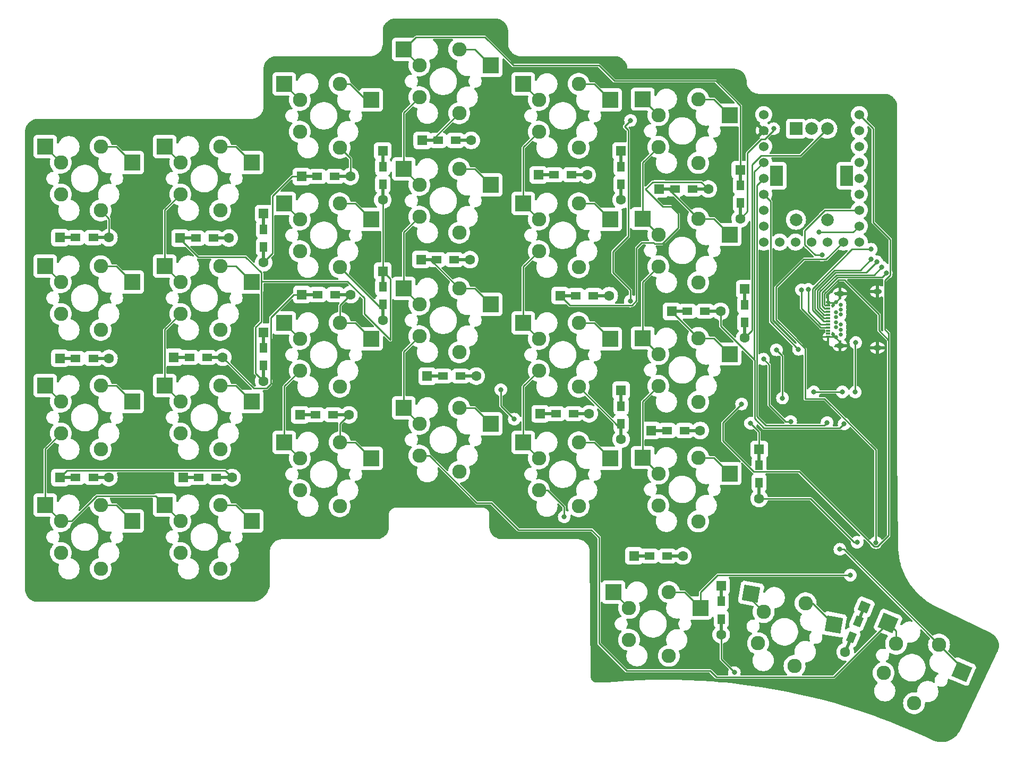
<source format=gtl>
G04 #@! TF.GenerationSoftware,KiCad,Pcbnew,8.0.8*
G04 #@! TF.CreationDate,2025-01-28T12:57:42+10:00*
G04 #@! TF.ProjectId,wetsocks54k,77657473-6f63-46b7-9335-346b2e6b6963,2*
G04 #@! TF.SameCoordinates,Original*
G04 #@! TF.FileFunction,Copper,L1,Top*
G04 #@! TF.FilePolarity,Positive*
%FSLAX46Y46*%
G04 Gerber Fmt 4.6, Leading zero omitted, Abs format (unit mm)*
G04 Created by KiCad (PCBNEW 8.0.8) date 2025-01-28 12:57:42*
%MOMM*%
%LPD*%
G01*
G04 APERTURE LIST*
G04 Aperture macros list*
%AMRotRect*
0 Rectangle, with rotation*
0 The origin of the aperture is its center*
0 $1 length*
0 $2 width*
0 $3 Rotation angle, in degrees counterclockwise*
0 Add horizontal line*
21,1,$1,$2,0,0,$3*%
G04 Aperture macros list end*
G04 #@! TA.AperFunction,SMDPad,CuDef*
%ADD10R,1.600000X1.200000*%
G04 #@! TD*
G04 #@! TA.AperFunction,SMDPad,CuDef*
%ADD11R,2.900000X0.500000*%
G04 #@! TD*
G04 #@! TA.AperFunction,ComponentPad*
%ADD12R,1.600000X1.600000*%
G04 #@! TD*
G04 #@! TA.AperFunction,ComponentPad*
%ADD13C,1.600000*%
G04 #@! TD*
G04 #@! TA.AperFunction,SMDPad,CuDef*
%ADD14R,2.550000X2.500000*%
G04 #@! TD*
G04 #@! TA.AperFunction,ComponentPad*
%ADD15C,2.286000*%
G04 #@! TD*
G04 #@! TA.AperFunction,SMDPad,CuDef*
%ADD16R,1.200000X1.600000*%
G04 #@! TD*
G04 #@! TA.AperFunction,SMDPad,CuDef*
%ADD17R,0.500000X2.900000*%
G04 #@! TD*
G04 #@! TA.AperFunction,ComponentPad*
%ADD18C,1.524000*%
G04 #@! TD*
G04 #@! TA.AperFunction,SMDPad,CuDef*
%ADD19R,0.700000X0.300000*%
G04 #@! TD*
G04 #@! TA.AperFunction,HeatsinkPad*
%ADD20C,0.650000*%
G04 #@! TD*
G04 #@! TA.AperFunction,HeatsinkPad*
%ADD21O,1.400000X0.800000*%
G04 #@! TD*
G04 #@! TA.AperFunction,SMDPad,CuDef*
%ADD22RotRect,1.600000X1.200000X67.000000*%
G04 #@! TD*
G04 #@! TA.AperFunction,SMDPad,CuDef*
%ADD23RotRect,2.900000X0.500000X67.000000*%
G04 #@! TD*
G04 #@! TA.AperFunction,ComponentPad*
%ADD24RotRect,1.600000X1.600000X67.000000*%
G04 #@! TD*
G04 #@! TA.AperFunction,SMDPad,CuDef*
%ADD25RotRect,2.550000X2.500000X350.000000*%
G04 #@! TD*
G04 #@! TA.AperFunction,SMDPad,CuDef*
%ADD26RotRect,2.550000X2.500000X337.000000*%
G04 #@! TD*
G04 #@! TA.AperFunction,ComponentPad*
%ADD27R,2.000000X2.000000*%
G04 #@! TD*
G04 #@! TA.AperFunction,ComponentPad*
%ADD28C,2.000000*%
G04 #@! TD*
G04 #@! TA.AperFunction,ComponentPad*
%ADD29R,2.000000X3.200000*%
G04 #@! TD*
G04 #@! TA.AperFunction,ViaPad*
%ADD30C,0.800000*%
G04 #@! TD*
G04 #@! TA.AperFunction,Conductor*
%ADD31C,0.250000*%
G04 #@! TD*
G04 #@! TA.AperFunction,Conductor*
%ADD32C,0.127000*%
G04 #@! TD*
G04 APERTURE END LIST*
D10*
X136008600Y-129035000D03*
D11*
X134908600Y-129035000D03*
D12*
X133508600Y-129035000D03*
D13*
X141308600Y-129035000D03*
D11*
X139908600Y-129035000D03*
D10*
X138808600Y-129035000D03*
X102258600Y-62785000D03*
D11*
X101158600Y-62785000D03*
D12*
X99758600Y-62785000D03*
D13*
X107558600Y-62785000D03*
D11*
X106158600Y-62785000D03*
D10*
X105058600Y-62785000D03*
D14*
X130245000Y-134785000D03*
D15*
X132725000Y-137325000D03*
X132725000Y-142405000D03*
X139075000Y-134785000D03*
X139075000Y-144945000D03*
D14*
X144095000Y-137325000D03*
X77768600Y-53785000D03*
D15*
X80248600Y-56325000D03*
X80248600Y-61405000D03*
X86598600Y-53785000D03*
X86598600Y-63945000D03*
D14*
X91618600Y-56325000D03*
D16*
X93458600Y-66965000D03*
D17*
X93458600Y-65865000D03*
D12*
X93458600Y-64465000D03*
D13*
X93458600Y-72265000D03*
D17*
X93458600Y-70865000D03*
D16*
X93458600Y-69765000D03*
X74458600Y-76965000D03*
D17*
X74458600Y-75865000D03*
D12*
X74458600Y-74465000D03*
D13*
X74458600Y-82265000D03*
D17*
X74458600Y-80865000D03*
D16*
X74458600Y-79765000D03*
D10*
X103058600Y-100365000D03*
D11*
X101958600Y-100365000D03*
D12*
X100558600Y-100365000D03*
D13*
X108358600Y-100365000D03*
D11*
X106958600Y-100365000D03*
D10*
X105858600Y-100365000D03*
X63658600Y-78365000D03*
D11*
X62558600Y-78365000D03*
D12*
X61158600Y-78365000D03*
D13*
X68958600Y-78365000D03*
D11*
X67558600Y-78365000D03*
D10*
X66458600Y-78365000D03*
D16*
X131458600Y-105135000D03*
D17*
X131458600Y-104035000D03*
D12*
X131458600Y-102635000D03*
D13*
X131458600Y-110435000D03*
D17*
X131458600Y-109035000D03*
D16*
X131458600Y-107935000D03*
D14*
X134918600Y-94305000D03*
D15*
X137398600Y-96845000D03*
X137398600Y-101925000D03*
X143748600Y-94305000D03*
X143748600Y-104465000D03*
D14*
X148768600Y-96845000D03*
D18*
X169428000Y-58668800D03*
X169428000Y-61208800D03*
X169428000Y-63748800D03*
X169428000Y-66288800D03*
X169428000Y-68828800D03*
X169428000Y-71368800D03*
X169428000Y-73908800D03*
X169428000Y-76448800D03*
X169428000Y-78988800D03*
X166888000Y-78988800D03*
X164348000Y-78988800D03*
X161808000Y-78988800D03*
X159268000Y-78988800D03*
X156728000Y-78988800D03*
X154188000Y-78988800D03*
X154188000Y-76448800D03*
X154188000Y-73908800D03*
X154188000Y-71368800D03*
X154188000Y-68828800D03*
X154188000Y-66288800D03*
X154188000Y-63748800D03*
X154188000Y-61208800D03*
X154188000Y-58668800D03*
D10*
X82758600Y-106535000D03*
D11*
X81658600Y-106535000D03*
D12*
X80258600Y-106535000D03*
D13*
X88058600Y-106535000D03*
D11*
X86658600Y-106535000D03*
D10*
X85558600Y-106535000D03*
D14*
X134918600Y-56205000D03*
D15*
X137398600Y-58745000D03*
X137398600Y-63825000D03*
X143748600Y-56205000D03*
X143748600Y-66365000D03*
D14*
X148768600Y-58745000D03*
D10*
X44508600Y-116535000D03*
D11*
X43408600Y-116535000D03*
D12*
X42008600Y-116535000D03*
D13*
X49808600Y-116535000D03*
D11*
X48408600Y-116535000D03*
D10*
X47308600Y-116535000D03*
D14*
X115868600Y-110935000D03*
D15*
X118348600Y-113475000D03*
X118348600Y-118555000D03*
X124698600Y-110935000D03*
X124698600Y-121095000D03*
D14*
X129718600Y-113475000D03*
X96818600Y-105435000D03*
D15*
X99298600Y-107975000D03*
X99298600Y-113055000D03*
X105648600Y-105435000D03*
X105648600Y-115595000D03*
D14*
X110668600Y-107975000D03*
D16*
X93458600Y-86135000D03*
D17*
X93458600Y-85035000D03*
D12*
X93458600Y-83635000D03*
D13*
X93458600Y-91435000D03*
D17*
X93458600Y-90035000D03*
D16*
X93458600Y-88935000D03*
D10*
X138758600Y-109035000D03*
D11*
X137658600Y-109035000D03*
D12*
X136258600Y-109035000D03*
D13*
X144058600Y-109035000D03*
D11*
X142658600Y-109035000D03*
D10*
X141558600Y-109035000D03*
D16*
X74458600Y-95885000D03*
D17*
X74458600Y-94785000D03*
D12*
X74458600Y-93385000D03*
D13*
X74458600Y-101185000D03*
D17*
X74458600Y-99785000D03*
D16*
X74458600Y-98685000D03*
D19*
X164438600Y-94115000D03*
X164438600Y-93615000D03*
X164438600Y-93115000D03*
X164438600Y-92615000D03*
X164438600Y-92115000D03*
X164438600Y-91615000D03*
X164438600Y-91115000D03*
X164438600Y-90615000D03*
X164438600Y-90115000D03*
X164438600Y-89615000D03*
X164438600Y-89115000D03*
X164438600Y-88615000D03*
D20*
X165748600Y-88565000D03*
X166448600Y-88965000D03*
X166448600Y-89765000D03*
X165748600Y-90165000D03*
X166448600Y-90565000D03*
X165748600Y-90965000D03*
X165748600Y-91765000D03*
X166448600Y-92165000D03*
X165748600Y-92565000D03*
X166448600Y-92965000D03*
X166448600Y-93765000D03*
X165748600Y-94165000D03*
D21*
X172298600Y-95855000D03*
X166348600Y-95495000D03*
X166348600Y-87235000D03*
X172298600Y-86875000D03*
D10*
X120758600Y-68285000D03*
D11*
X119658600Y-68285000D03*
D12*
X118258600Y-68285000D03*
D13*
X126058600Y-68285000D03*
D11*
X124658600Y-68285000D03*
D10*
X123558600Y-68285000D03*
X44508600Y-97535000D03*
D11*
X43408600Y-97535000D03*
D12*
X42008600Y-97535000D03*
D13*
X49808600Y-97535000D03*
D11*
X48408600Y-97535000D03*
D10*
X47308600Y-97535000D03*
D14*
X96818600Y-86385000D03*
D15*
X99298600Y-88925000D03*
X99298600Y-94005000D03*
X105648600Y-86385000D03*
X105648600Y-96545000D03*
D14*
X110668600Y-88925000D03*
D10*
X142008600Y-90035000D03*
D11*
X140908600Y-90035000D03*
D12*
X139508600Y-90035000D03*
D13*
X147308600Y-90035000D03*
D11*
X145908600Y-90035000D03*
D10*
X144808600Y-90035000D03*
D14*
X77768600Y-72835000D03*
D15*
X80248600Y-75375000D03*
X80248600Y-80455000D03*
X86598600Y-72835000D03*
X86598600Y-82995000D03*
D14*
X91618600Y-75375000D03*
D10*
X124258600Y-87535000D03*
D11*
X123158600Y-87535000D03*
D12*
X121758600Y-87535000D03*
D13*
X129558600Y-87535000D03*
D11*
X128158600Y-87535000D03*
D10*
X127058600Y-87535000D03*
D14*
X39668600Y-120935000D03*
D15*
X42148600Y-123475000D03*
X42148600Y-128555000D03*
X48498600Y-120935000D03*
X48498600Y-131095000D03*
D14*
X53518600Y-123475000D03*
X115868600Y-53785000D03*
D15*
X118348600Y-56325000D03*
X118348600Y-61405000D03*
X124698600Y-53785000D03*
X124698600Y-63945000D03*
D14*
X129718600Y-56325000D03*
X39668600Y-82835000D03*
D15*
X42148600Y-85375000D03*
X42148600Y-90455000D03*
X48498600Y-82835000D03*
X48498600Y-92995000D03*
D14*
X53518600Y-85375000D03*
X134918600Y-113355000D03*
D15*
X137398600Y-115895000D03*
X137398600Y-120975000D03*
X143748600Y-113355000D03*
X143748600Y-123515000D03*
D14*
X148768600Y-115895000D03*
D10*
X44508600Y-78285000D03*
D11*
X43408600Y-78285000D03*
D12*
X42008600Y-78285000D03*
D13*
X49808600Y-78285000D03*
D11*
X48408600Y-78285000D03*
D10*
X47308600Y-78285000D03*
D14*
X58718600Y-101885000D03*
D15*
X61198600Y-104425000D03*
X61198600Y-109505000D03*
X67548600Y-101885000D03*
X67548600Y-112045000D03*
D14*
X72568600Y-104425000D03*
X39668600Y-63785000D03*
D15*
X42148600Y-66325000D03*
X42148600Y-71405000D03*
X48498600Y-63785000D03*
X48498600Y-73945000D03*
D14*
X53518600Y-66325000D03*
X77768600Y-91885000D03*
D15*
X80248600Y-94425000D03*
X80248600Y-99505000D03*
X86598600Y-91885000D03*
X86598600Y-102045000D03*
D14*
X91618600Y-94425000D03*
X58718601Y-63785000D03*
D15*
X61198601Y-66325000D03*
X61198601Y-71405000D03*
X67548601Y-63785000D03*
X67548601Y-73945000D03*
D14*
X72568601Y-66325000D03*
D10*
X83058600Y-87365000D03*
D11*
X81958600Y-87365000D03*
D12*
X80558600Y-87365000D03*
D13*
X88358600Y-87365000D03*
D11*
X86958600Y-87365000D03*
D10*
X85858600Y-87365000D03*
D16*
X147408600Y-136285000D03*
D17*
X147408600Y-135185000D03*
D12*
X147408600Y-133785000D03*
D13*
X147408600Y-141585000D03*
D17*
X147408600Y-140185000D03*
D16*
X147408600Y-139085000D03*
D22*
X169252648Y-139457586D03*
D23*
X169682452Y-138445031D03*
D24*
X170229475Y-137156324D03*
D13*
X167181773Y-144336262D03*
D23*
X167728796Y-143047555D03*
D22*
X168158600Y-142035000D03*
D16*
X150458600Y-69965000D03*
D17*
X150458600Y-68865000D03*
D12*
X150458600Y-67465000D03*
D13*
X150458600Y-75265000D03*
D17*
X150458600Y-73865000D03*
D16*
X150458600Y-72765000D03*
D14*
X58718600Y-82835000D03*
D15*
X61198600Y-85375000D03*
X61198600Y-90455000D03*
X67548600Y-82835000D03*
X67548600Y-92995000D03*
D14*
X72568600Y-85375000D03*
D25*
X152176732Y-135039930D03*
D15*
X154177989Y-137971989D03*
X153295856Y-142974812D03*
X160872584Y-136573243D03*
X159108319Y-146578890D03*
D25*
X165375253Y-139946369D03*
D16*
X151158600Y-88965000D03*
D17*
X151158600Y-87865000D03*
D12*
X151158600Y-86465000D03*
D13*
X151158600Y-94265000D03*
D17*
X151158600Y-92865000D03*
D16*
X151158600Y-91765000D03*
D14*
X58718600Y-120935000D03*
D15*
X61198600Y-123475000D03*
X61198600Y-128555000D03*
X67548600Y-120935000D03*
X67548600Y-131095000D03*
D14*
X72568600Y-123475000D03*
X96818600Y-67335000D03*
D15*
X99298600Y-69875000D03*
X99298600Y-74955000D03*
X105648600Y-67335000D03*
X105648600Y-77495000D03*
D14*
X110668600Y-69875000D03*
X134918600Y-75255000D03*
D15*
X137398600Y-77795000D03*
X137398600Y-82875000D03*
X143748600Y-75255000D03*
X143748600Y-85415000D03*
D14*
X148768600Y-77795000D03*
D10*
X102058600Y-81785000D03*
D11*
X100958600Y-81785000D03*
D12*
X99558600Y-81785000D03*
D13*
X107358600Y-81785000D03*
D11*
X105958600Y-81785000D03*
D10*
X104858600Y-81785000D03*
D14*
X115868600Y-91885000D03*
D15*
X118348600Y-94425000D03*
X118348600Y-99505000D03*
X124698600Y-91885000D03*
X124698600Y-102045000D03*
D14*
X129718600Y-94425000D03*
D26*
X174004940Y-139716845D03*
D15*
X175295334Y-143023940D03*
X173310419Y-147700105D03*
X182132996Y-143167000D03*
X178163168Y-152519330D03*
D26*
X185761474Y-147466553D03*
D14*
X77768601Y-110935000D03*
D15*
X80248600Y-113475000D03*
X80248600Y-118555000D03*
X86598599Y-110935000D03*
X86598600Y-121095000D03*
D14*
X91618600Y-113475000D03*
X39668600Y-101885000D03*
D15*
X42148600Y-104425000D03*
X42148600Y-109505000D03*
X48498600Y-101885000D03*
X48498600Y-112045000D03*
D14*
X53518600Y-104425000D03*
D10*
X140058600Y-70535000D03*
D11*
X138958600Y-70535000D03*
D12*
X137558600Y-70535000D03*
D13*
X145358600Y-70535000D03*
D11*
X143958600Y-70535000D03*
D10*
X142858600Y-70535000D03*
D14*
X96818600Y-48285000D03*
D15*
X99298600Y-50825000D03*
X99298600Y-55905000D03*
X105648600Y-48285000D03*
X105648600Y-58445000D03*
D14*
X110668600Y-50825000D03*
X115868600Y-72835000D03*
D15*
X118348600Y-75375000D03*
X118348600Y-80455000D03*
X124698600Y-72835000D03*
X124698600Y-82995000D03*
D14*
X129718600Y-75375000D03*
D10*
X121058600Y-106365000D03*
D11*
X119958600Y-106365000D03*
D12*
X118558600Y-106365000D03*
D13*
X126358600Y-106365000D03*
D11*
X124958600Y-106365000D03*
D10*
X123858600Y-106365000D03*
X62658600Y-97365000D03*
D11*
X61558600Y-97365000D03*
D12*
X60158600Y-97365000D03*
D13*
X67958600Y-97365000D03*
D11*
X66558600Y-97365000D03*
D10*
X65458600Y-97365000D03*
X83008600Y-68535000D03*
D11*
X81908600Y-68535000D03*
D12*
X80508600Y-68535000D03*
D13*
X88308600Y-68535000D03*
D11*
X86908600Y-68535000D03*
D10*
X85808600Y-68535000D03*
X64133264Y-116535000D03*
D11*
X63033264Y-116535000D03*
D12*
X61633264Y-116535000D03*
D13*
X69433264Y-116535000D03*
D11*
X68033264Y-116535000D03*
D10*
X66933264Y-116535000D03*
D16*
X131458600Y-66965000D03*
D17*
X131458600Y-65865000D03*
D12*
X131458600Y-64465000D03*
D13*
X131458600Y-72265000D03*
D17*
X131458600Y-70865000D03*
D16*
X131458600Y-69765000D03*
X153458600Y-114565000D03*
D17*
X153458600Y-113465000D03*
D12*
X153458600Y-112065000D03*
D13*
X153458600Y-119865000D03*
D17*
X153458600Y-118465000D03*
D16*
X153458600Y-117365000D03*
D20*
X165748600Y-94165000D03*
X166448600Y-93765000D03*
X166448600Y-92965000D03*
X165748600Y-92565000D03*
X166448600Y-92165000D03*
X165748600Y-91765000D03*
X165748600Y-90965000D03*
X166448600Y-90565000D03*
X165748600Y-90165000D03*
X166448600Y-89765000D03*
X166448600Y-88965000D03*
X165748600Y-88565000D03*
D21*
X172298600Y-86875000D03*
X166348600Y-87235000D03*
X166348600Y-95495000D03*
X172298600Y-95855000D03*
D27*
X159322600Y-60929400D03*
D28*
X164322600Y-60929400D03*
X161822600Y-60929400D03*
D29*
X167422600Y-68429400D03*
X156222600Y-68429400D03*
D28*
X164322600Y-75429400D03*
X159322600Y-75429400D03*
D30*
X159738600Y-96085000D03*
X164288600Y-107775000D03*
X166998600Y-107985000D03*
X157188600Y-103865000D03*
X156218600Y-96185000D03*
X154158600Y-97655000D03*
X158498600Y-107603000D03*
X132928600Y-88385000D03*
X132958600Y-59605000D03*
X122388600Y-122795000D03*
X152088600Y-107885000D03*
X168858600Y-95025000D03*
X168778600Y-102915000D03*
X150658600Y-104815000D03*
X173726600Y-83955000D03*
X173018600Y-83015000D03*
X172238600Y-82155000D03*
X171338600Y-80135000D03*
X162168600Y-102895000D03*
X171324786Y-81748860D03*
X166728600Y-102895000D03*
X163478600Y-81085000D03*
X161298600Y-86545000D03*
X114418600Y-107225000D03*
X112278600Y-102515000D03*
X149518600Y-147625000D03*
X172078600Y-126905000D03*
X162998600Y-77415000D03*
X160218600Y-86605000D03*
X166328600Y-127975000D03*
X167998600Y-132105000D03*
X155788600Y-60915000D03*
X169088600Y-126845000D03*
D31*
X155275000Y-72455800D02*
X154188000Y-71368800D01*
X79039600Y-68535000D02*
X75918600Y-71656000D01*
X75918600Y-80805000D02*
X74458600Y-82265000D01*
X159738600Y-96085000D02*
X155275000Y-91621400D01*
X75918600Y-71656000D02*
X75918600Y-80805000D01*
X80508600Y-68535000D02*
X79039600Y-68535000D01*
X155275000Y-91621400D02*
X155275000Y-72455800D01*
X143748600Y-56205000D02*
X146228600Y-56205000D01*
X146228600Y-56205000D02*
X148768600Y-58745000D01*
X139446907Y-73376000D02*
X140547600Y-74476693D01*
X154188000Y-68828800D02*
X153101000Y-69915800D01*
X93458600Y-83635000D02*
X94668600Y-84845000D01*
X74095600Y-85255000D02*
X74095600Y-91688000D01*
X145358600Y-70535000D02*
X144233600Y-69410000D01*
X154548600Y-108255000D02*
X163808600Y-108255000D01*
X94668600Y-84845000D02*
X94668600Y-94585000D01*
X90511600Y-87927009D02*
X87839591Y-85255000D01*
X135295600Y-70585000D02*
X138086600Y-73376000D01*
X134764766Y-79105100D02*
X133918600Y-79951266D01*
X73208600Y-99935000D02*
X74458600Y-101185000D01*
X153101000Y-106807400D02*
X154548600Y-108255000D01*
X138006666Y-79263000D02*
X136795941Y-79263000D01*
X123288600Y-89065000D02*
X121758600Y-87535000D01*
X133918600Y-79951266D02*
X133918600Y-88317068D01*
X140547600Y-76722066D02*
X138006666Y-79263000D01*
X138086600Y-73376000D02*
X139446907Y-73376000D01*
X140547600Y-74476693D02*
X140547600Y-76722066D01*
X136638041Y-79105100D02*
X134764766Y-79105100D01*
X61158600Y-78365000D02*
X61158600Y-78521066D01*
X133918600Y-88317068D02*
X133170668Y-89065000D01*
X73208600Y-92575000D02*
X73208600Y-99935000D01*
X136795941Y-79263000D02*
X136638041Y-79105100D01*
X64004534Y-81367000D02*
X71589600Y-81367000D01*
X90511600Y-90428000D02*
X90511600Y-87927009D01*
X144233600Y-69410000D02*
X136470600Y-69410000D01*
X163808600Y-108255000D02*
X164288600Y-107775000D01*
X93458600Y-83635000D02*
X93458600Y-72265000D01*
X133170668Y-89065000D02*
X123288600Y-89065000D01*
X87839591Y-85255000D02*
X74095600Y-85255000D01*
X94668600Y-94585000D02*
X90511600Y-90428000D01*
X61158600Y-78521066D02*
X64004534Y-81367000D01*
X74095600Y-91688000D02*
X73208600Y-92575000D01*
X71589600Y-81367000D02*
X74095600Y-83873000D01*
X136470600Y-69410000D02*
X135295600Y-70585000D01*
X74095600Y-83873000D02*
X74095600Y-85255000D01*
X153101000Y-69915800D02*
X153101000Y-106807400D01*
X143748600Y-75255000D02*
X146228600Y-75255000D01*
X143748600Y-75255000D02*
X139028600Y-70535000D01*
X146228600Y-75255000D02*
X148768600Y-77795000D01*
X139028600Y-70535000D02*
X137558600Y-70535000D01*
X147308600Y-90035000D02*
X147308600Y-92356000D01*
X75583600Y-91041000D02*
X79259600Y-87365000D01*
X72903600Y-102310000D02*
X74924591Y-102310000D01*
X152705600Y-67771200D02*
X152705600Y-97448000D01*
X152553100Y-97600500D02*
X152724000Y-97771400D01*
X74924591Y-102310000D02*
X75583600Y-101650991D01*
X166336600Y-108647000D02*
X166998600Y-107985000D01*
X75583600Y-101650991D02*
X75583600Y-91041000D01*
X152724000Y-107152468D02*
X154218532Y-108647000D01*
X147308600Y-92356000D02*
X152553100Y-97600500D01*
X79259600Y-87365000D02*
X80558600Y-87365000D01*
X67958600Y-97365000D02*
X72903600Y-102310000D01*
X154188000Y-66288800D02*
X152705600Y-67771200D01*
X154218532Y-108647000D02*
X166336600Y-108647000D01*
X152705600Y-97448000D02*
X152553100Y-97600500D01*
X152724000Y-97771400D02*
X152724000Y-107152468D01*
X143748600Y-94305000D02*
X139508600Y-90065000D01*
X139508600Y-90065000D02*
X139508600Y-90035000D01*
X146228600Y-94305000D02*
X143748600Y-94305000D01*
X148768600Y-96845000D02*
X146228600Y-94305000D01*
X127178600Y-53785000D02*
X129718600Y-56325000D01*
X124698600Y-53785000D02*
X127178600Y-53785000D01*
X127178600Y-72835000D02*
X129718600Y-75375000D01*
X124698600Y-72835000D02*
X127178600Y-72835000D01*
X101308600Y-62785000D02*
X99758600Y-62785000D01*
X105648600Y-48285000D02*
X108128600Y-48285000D01*
X108128600Y-48285000D02*
X110668600Y-50825000D01*
X105648600Y-58445000D02*
X101308600Y-62785000D01*
X86598599Y-110935000D02*
X86598599Y-107995001D01*
X89078600Y-110935000D02*
X91618600Y-113475000D01*
X86598599Y-107995001D02*
X88058600Y-106535000D01*
X86598599Y-110935000D02*
X89078600Y-110935000D01*
X156218600Y-96185000D02*
X157188600Y-97155000D01*
X150458600Y-67465000D02*
X150458600Y-57215000D01*
X96818600Y-67395000D02*
X96818600Y-67335000D01*
X146558600Y-53315000D02*
X130388600Y-53315000D01*
X126718600Y-124865000D02*
X115088600Y-124865000D01*
X130388600Y-53315000D02*
X127928600Y-50855000D01*
X96818600Y-58385000D02*
X99298600Y-55905000D01*
X96818600Y-48345000D02*
X96818600Y-48285000D01*
X150458600Y-57215000D02*
X146558600Y-53315000D01*
X80248600Y-56325000D02*
X77768600Y-53845000D01*
X99298600Y-88925000D02*
X96818600Y-86445000D01*
X175295334Y-141007239D02*
X174004940Y-139716845D01*
X127948600Y-142946650D02*
X127948600Y-126095000D01*
X96818600Y-105435000D02*
X96818600Y-96485000D01*
X127948600Y-126095000D02*
X126718600Y-124865000D01*
X96818600Y-105495000D02*
X96818600Y-105435000D01*
X98758600Y-46345000D02*
X96818600Y-48285000D01*
X77768601Y-110935000D02*
X77768601Y-110995001D01*
X127928600Y-50855000D02*
X114278600Y-50855000D01*
X146648393Y-148344793D02*
X145648600Y-147345000D01*
X157188600Y-97155000D02*
X157188600Y-103865000D01*
X108405046Y-120545000D02*
X100915046Y-113055000D01*
X174004940Y-139716845D02*
X165376992Y-148344793D01*
X99298600Y-69875000D02*
X96818600Y-67395000D01*
X77768600Y-91885000D02*
X77768600Y-91945000D01*
X145648600Y-147345000D02*
X132346950Y-147345000D01*
X96818600Y-86385000D02*
X96818600Y-77435000D01*
X77768600Y-53845000D02*
X77768600Y-53785000D01*
X96818600Y-86445000D02*
X96818600Y-86385000D01*
X150458600Y-67465000D02*
X150458600Y-69365000D01*
X114278600Y-50855000D02*
X109768600Y-46345000D01*
X77768601Y-110935000D02*
X77768601Y-101984999D01*
X100915046Y-113055000D02*
X99298600Y-113055000D01*
X77768601Y-110995001D02*
X80248600Y-113475000D01*
X99298600Y-107975000D02*
X96818600Y-105495000D01*
X77768600Y-91945000D02*
X80248600Y-94425000D01*
X77768600Y-72895000D02*
X80248600Y-75375000D01*
X99298600Y-50825000D02*
X96818600Y-48345000D01*
X77768601Y-101984999D02*
X80248600Y-99505000D01*
X165376992Y-148344793D02*
X146648393Y-148344793D01*
X132346950Y-147345000D02*
X127948600Y-142946650D01*
X96818600Y-67335000D02*
X96818600Y-58385000D01*
X110768600Y-120545000D02*
X108405046Y-120545000D01*
X115088600Y-124865000D02*
X110768600Y-120545000D01*
X96818600Y-77435000D02*
X99298600Y-74955000D01*
X77768600Y-72835000D02*
X77768600Y-72895000D01*
X109768600Y-46345000D02*
X98758600Y-46345000D01*
X175295334Y-143023940D02*
X175295334Y-141007239D01*
X96818600Y-96485000D02*
X99298600Y-94005000D01*
X43882534Y-123475000D02*
X47890534Y-119467000D01*
X58718600Y-82895000D02*
X58718600Y-82835000D01*
X61198600Y-85375000D02*
X58718600Y-82895000D01*
X61198600Y-123475000D02*
X58718600Y-120995000D01*
X61198600Y-104425000D02*
X58718600Y-101945000D01*
X58718600Y-120995000D02*
X58718600Y-120935000D01*
X130158600Y-80505000D02*
X130158600Y-83875000D01*
X61198601Y-66325000D02*
X58718601Y-63845000D01*
X39668600Y-111985000D02*
X39668600Y-120935000D01*
X58718601Y-63845000D02*
X58718601Y-63785000D01*
X39668600Y-101885000D02*
X39668600Y-101945000D01*
X42148600Y-123475000D02*
X39668600Y-120995000D01*
X39668600Y-120995000D02*
X39668600Y-120935000D01*
X155078600Y-104995000D02*
X157686600Y-107603000D01*
X132928600Y-86645000D02*
X132928600Y-88385000D01*
X154158600Y-97655000D02*
X155078600Y-98575000D01*
X132008600Y-60555000D02*
X132583600Y-61130000D01*
X58718600Y-92935000D02*
X61198600Y-90455000D01*
X42148600Y-123475000D02*
X43882534Y-123475000D01*
X58718600Y-82835000D02*
X58718600Y-73885001D01*
X57250600Y-119467000D02*
X58718600Y-120935000D01*
X132583600Y-61130000D02*
X132583600Y-78080000D01*
X155078600Y-98575000D02*
X155078600Y-104995000D01*
X39668600Y-101945000D02*
X42148600Y-104425000D01*
X157686600Y-107603000D02*
X158498600Y-107603000D01*
X130158600Y-83875000D02*
X132928600Y-86645000D01*
X42148600Y-66325000D02*
X39668600Y-63845000D01*
X42148600Y-85375000D02*
X39668600Y-82895000D01*
X39668600Y-63845000D02*
X39668600Y-63785000D01*
X42148600Y-109505000D02*
X39668600Y-111985000D01*
X47890534Y-119467000D02*
X57250600Y-119467000D01*
X132958600Y-59605000D02*
X132008600Y-60555000D01*
X39668600Y-82895000D02*
X39668600Y-82835000D01*
X58718600Y-73885001D02*
X61198601Y-71405000D01*
X58718600Y-101885000D02*
X58718600Y-92935000D01*
X58718600Y-101945000D02*
X58718600Y-101885000D01*
X132583600Y-78080000D02*
X130158600Y-80505000D01*
X48498600Y-73945000D02*
X48498600Y-74325000D01*
X48498600Y-63785000D02*
X50978600Y-63785000D01*
X50978600Y-63785000D02*
X53518600Y-66325000D01*
X48498600Y-73945000D02*
X49808600Y-75255000D01*
X49808600Y-75255000D02*
X49808600Y-78285000D01*
X122388600Y-121207693D02*
X119735907Y-118555000D01*
X134918600Y-94305000D02*
X134918600Y-85355000D01*
X118348600Y-75375000D02*
X115868600Y-72895000D01*
X115868600Y-91945000D02*
X115868600Y-91885000D01*
X137398600Y-58745000D02*
X134918600Y-56265000D01*
X137398600Y-96845000D02*
X134918600Y-94365000D01*
X134918600Y-113355000D02*
X134918600Y-104405000D01*
X153458600Y-112065000D02*
X153458600Y-109255000D01*
X134918600Y-56265000D02*
X134918600Y-56205000D01*
X115868600Y-72835000D02*
X115868600Y-63885000D01*
X132725000Y-137325000D02*
X130245000Y-134845000D01*
X122388600Y-122795000D02*
X122388600Y-121207693D01*
X153458600Y-109255000D02*
X152088600Y-107885000D01*
X115868600Y-82935000D02*
X118348600Y-80455000D01*
X118348600Y-56325000D02*
X115868600Y-53845000D01*
X134918600Y-113415000D02*
X137398600Y-115895000D01*
X118348600Y-113475000D02*
X115868600Y-110995000D01*
X152176732Y-135039930D02*
X152176732Y-135970732D01*
X130245000Y-134845000D02*
X130245000Y-134785000D01*
X119735907Y-118555000D02*
X118348600Y-118555000D01*
X134918600Y-113355000D02*
X134918600Y-113415000D01*
X115868600Y-110935000D02*
X115868600Y-101985000D01*
X115868600Y-63885000D02*
X118348600Y-61405000D01*
X152176732Y-135970732D02*
X154177989Y-137971989D01*
X115868600Y-72895000D02*
X115868600Y-72835000D01*
X134918600Y-66305000D02*
X137398600Y-63825000D01*
X115868600Y-53845000D02*
X115868600Y-53785000D01*
X134918600Y-85355000D02*
X137398600Y-82875000D01*
X118348600Y-94425000D02*
X115868600Y-91945000D01*
X137398600Y-77795000D02*
X134918600Y-75315000D01*
X115868600Y-101985000D02*
X118348600Y-99505000D01*
X134918600Y-94365000D02*
X134918600Y-94305000D01*
X115868600Y-110995000D02*
X115868600Y-110935000D01*
X134918600Y-75255000D02*
X134918600Y-66305000D01*
X115868600Y-91885000D02*
X115868600Y-82935000D01*
X134918600Y-75315000D02*
X134918600Y-75255000D01*
X134918600Y-104405000D02*
X137398600Y-101925000D01*
X43133600Y-115410000D02*
X68308264Y-115410000D01*
X42008600Y-116535000D02*
X43133600Y-115410000D01*
X168778600Y-102915000D02*
X168778600Y-95105000D01*
X68308264Y-115410000D02*
X69433264Y-116535000D01*
X168778600Y-95105000D02*
X168858600Y-95025000D01*
X169428000Y-58668800D02*
X171648600Y-60889400D01*
X172538600Y-90505000D02*
X172538600Y-93075000D01*
X172538600Y-93075000D02*
X174118600Y-94655000D01*
X147648600Y-110659000D02*
X147648600Y-107825000D01*
X171808532Y-127557000D02*
X159868532Y-115617000D01*
X174378600Y-78585000D02*
X174378600Y-84225068D01*
X173458600Y-92905000D02*
X174118600Y-93565000D01*
X163988600Y-89115000D02*
X163863600Y-88990000D01*
X174378600Y-84225068D02*
X173458600Y-85145068D01*
X147648600Y-107825000D02*
X150658600Y-104815000D01*
X173458600Y-85145068D02*
X173458600Y-92905000D01*
X172348668Y-127557000D02*
X171808532Y-127557000D01*
X159868532Y-115617000D02*
X152606600Y-115617000D01*
X171648600Y-60889400D02*
X171648600Y-75855000D01*
X163863600Y-87225790D02*
X166096390Y-84993000D01*
X174118600Y-93565000D02*
X174118600Y-125787068D01*
X164438600Y-89115000D02*
X163988600Y-89115000D01*
X163863600Y-88990000D02*
X163863600Y-87225790D01*
X171648600Y-75855000D02*
X174378600Y-78585000D01*
X174118600Y-125787068D02*
X172348668Y-127557000D01*
X167026600Y-84993000D02*
X172538600Y-90505000D01*
X152606600Y-115617000D02*
X147648600Y-110659000D01*
X166096390Y-84993000D02*
X167026600Y-84993000D01*
X173726600Y-83955000D02*
X173065600Y-84616000D01*
X173065600Y-84616000D02*
X165940232Y-84616000D01*
X163486600Y-89146159D02*
X163955441Y-89615000D01*
X165940232Y-84616000D02*
X163486600Y-87069632D01*
X163486600Y-87069632D02*
X163486600Y-89146159D01*
X163955441Y-89615000D02*
X164438600Y-89615000D01*
X163838600Y-90115000D02*
X164438600Y-90115000D01*
X171794600Y-84239000D02*
X165784074Y-84239000D01*
X163109600Y-89386000D02*
X163838600Y-90115000D01*
X163109600Y-86913474D02*
X163109600Y-89386000D01*
X165784074Y-84239000D02*
X163109600Y-86913474D01*
X173018600Y-83015000D02*
X171794600Y-84239000D01*
X165627916Y-83862000D02*
X162732600Y-86757316D01*
X162732600Y-86757316D02*
X162732600Y-89542159D01*
X172238600Y-82155000D02*
X170531600Y-83862000D01*
X170531600Y-83862000D02*
X165627916Y-83862000D01*
X163805441Y-90615000D02*
X164438600Y-90615000D01*
X162732600Y-89542159D02*
X163805441Y-90615000D01*
X164438600Y-91615000D02*
X163739125Y-91615000D01*
X161978600Y-86445000D02*
X168288600Y-80135000D01*
X161978600Y-89854475D02*
X161978600Y-86445000D01*
X168288600Y-80135000D02*
X171338600Y-80135000D01*
X163739125Y-91615000D02*
X161978600Y-89854475D01*
X169588646Y-83485000D02*
X171324786Y-81748860D01*
X163772283Y-91115000D02*
X162355600Y-89698317D01*
X166728600Y-102895000D02*
X162168600Y-102895000D01*
X165471758Y-83485000D02*
X169588646Y-83485000D01*
X162355600Y-89698317D02*
X162355600Y-86601158D01*
X162355600Y-86601158D02*
X165471758Y-83485000D01*
X164438600Y-91115000D02*
X163772283Y-91115000D01*
X161298600Y-86545000D02*
X161298600Y-90125000D01*
X163478600Y-81085000D02*
X162366949Y-81085000D01*
X160721000Y-77157167D02*
X163969367Y-73908800D01*
X163969367Y-73908800D02*
X169428000Y-73908800D01*
X161298600Y-90125000D02*
X163288600Y-92115000D01*
X163288600Y-92115000D02*
X164438600Y-92115000D01*
X160721000Y-79439051D02*
X160721000Y-77157167D01*
X162366949Y-81085000D02*
X160721000Y-79439051D01*
X165448600Y-94065000D02*
X166348600Y-94965000D01*
D32*
X164438600Y-88511529D02*
X164375335Y-88448264D01*
D31*
X166348600Y-94965000D02*
X166348600Y-95495000D01*
X164328600Y-88738000D02*
X164594759Y-88738000D01*
X164438600Y-88615000D02*
X164488600Y-88665000D01*
X164488600Y-88665000D02*
X165568600Y-88665000D01*
D32*
X164438600Y-88615000D02*
X164438600Y-88511529D01*
X164438600Y-94218471D02*
X164375335Y-94281736D01*
D31*
X165568600Y-88665000D02*
X166348600Y-87885000D01*
D32*
X164438600Y-94115000D02*
X164438600Y-94218471D01*
D31*
X164488600Y-94065000D02*
X165448600Y-94065000D01*
X166348600Y-87885000D02*
X166348600Y-87235000D01*
X164328600Y-88725000D02*
X164328600Y-88738000D01*
X164438600Y-94115000D02*
X164488600Y-94065000D01*
X164438600Y-88615000D02*
X164328600Y-88725000D01*
X146228600Y-113355000D02*
X148768600Y-115895000D01*
X143748600Y-113355000D02*
X146228600Y-113355000D01*
X127178600Y-91885000D02*
X129718600Y-94425000D01*
X124698600Y-91885000D02*
X127178600Y-91885000D01*
X131458600Y-108805000D02*
X124698600Y-102045000D01*
X131458600Y-110435000D02*
X131458600Y-108805000D01*
X124698600Y-110935000D02*
X127178600Y-110935000D01*
X112278600Y-102515000D02*
X112278600Y-105085000D01*
X112278600Y-105085000D02*
X114418600Y-107225000D01*
X127178600Y-110935000D02*
X129718600Y-113475000D01*
X108128600Y-67335000D02*
X110668600Y-69875000D01*
X105648600Y-67335000D02*
X108128600Y-67335000D01*
X110668600Y-88925000D02*
X108128600Y-86385000D01*
X108128600Y-86385000D02*
X105648600Y-86385000D01*
X105648600Y-86385000D02*
X101048600Y-81785000D01*
X101048600Y-81785000D02*
X99558600Y-81785000D01*
X108128600Y-105435000D02*
X110668600Y-107975000D01*
X105648600Y-105435000D02*
X108128600Y-105435000D01*
X86598600Y-53785000D02*
X88215046Y-53785000D01*
X88308600Y-68535000D02*
X88308600Y-65655000D01*
X88215046Y-53785000D02*
X90755046Y-56325000D01*
X88308600Y-65655000D02*
X86598600Y-63945000D01*
X90755046Y-56325000D02*
X91618600Y-56325000D01*
X86598600Y-72835000D02*
X89078600Y-72835000D01*
X93458600Y-91435000D02*
X93458600Y-89855000D01*
X89078600Y-72835000D02*
X91618600Y-75375000D01*
X93458600Y-89855000D02*
X86598600Y-82995000D01*
X86598600Y-91885000D02*
X86598600Y-89125000D01*
X86598600Y-89125000D02*
X88358600Y-87365000D01*
X86598600Y-91885000D02*
X89078600Y-91885000D01*
X89078600Y-91885000D02*
X91618600Y-94425000D01*
X70028601Y-63785000D02*
X72568601Y-66325000D01*
X67548601Y-63785000D02*
X70028601Y-63785000D01*
X70028600Y-82835000D02*
X72568600Y-85375000D01*
X67548600Y-82835000D02*
X70028600Y-82835000D01*
X50978600Y-120935000D02*
X48498600Y-120935000D01*
X53518600Y-123475000D02*
X50978600Y-120935000D01*
X149518600Y-147625000D02*
X147408600Y-145515000D01*
X147408600Y-145515000D02*
X147408600Y-141585000D01*
X160872584Y-136573243D02*
X162002127Y-136573243D01*
X162002127Y-136573243D02*
X165375253Y-139946369D01*
X156148600Y-86165000D02*
X156148600Y-91355000D01*
X166888000Y-78988800D02*
X164139800Y-81737000D01*
X164139800Y-81737000D02*
X160576600Y-81737000D01*
X160576600Y-81737000D02*
X156148600Y-86165000D01*
X163887600Y-103951932D02*
X172078600Y-112142932D01*
X160767600Y-95974000D02*
X160767600Y-103951932D01*
X160767600Y-103951932D02*
X163887600Y-103951932D01*
X156148600Y-91355000D02*
X160767600Y-95974000D01*
X172078600Y-112142932D02*
X172078600Y-126905000D01*
X152328600Y-93095000D02*
X151158600Y-94265000D01*
X152328600Y-66610949D02*
X152328600Y-93095000D01*
X153737749Y-65201800D02*
X152328600Y-66610949D01*
X160050200Y-65201800D02*
X153737749Y-65201800D01*
X164322600Y-60929400D02*
X160050200Y-65201800D01*
X164438600Y-92615000D02*
X163255441Y-92615000D01*
X162998600Y-77415000D02*
X168461800Y-77415000D01*
X163255441Y-92615000D02*
X160218600Y-89578159D01*
X168461800Y-77415000D02*
X169428000Y-76448800D01*
X160218600Y-89578159D02*
X160218600Y-86605000D01*
X67548600Y-101885000D02*
X70028600Y-101885000D01*
X70028600Y-101885000D02*
X72568600Y-104425000D01*
X70028600Y-120935000D02*
X72568600Y-123475000D01*
X67548600Y-120935000D02*
X70028600Y-120935000D01*
X48498600Y-82835000D02*
X50978600Y-82835000D01*
X50978600Y-82835000D02*
X53518600Y-85375000D01*
X50978600Y-101885000D02*
X48498600Y-101885000D01*
X48498600Y-102055000D02*
X48458600Y-102095000D01*
X53518600Y-104425000D02*
X50978600Y-101885000D01*
X48498600Y-101885000D02*
X48498600Y-102055000D01*
X182132996Y-143167000D02*
X185761474Y-146795478D01*
X166328600Y-127975000D02*
X166940996Y-127975000D01*
X166940996Y-127975000D02*
X182132996Y-143167000D01*
X185761474Y-146795478D02*
X185761474Y-147466553D01*
X146838600Y-132105000D02*
X144095000Y-134848600D01*
X141555000Y-134785000D02*
X144095000Y-137325000D01*
X167998600Y-132105000D02*
X146838600Y-132105000D01*
X139075000Y-134785000D02*
X141555000Y-134785000D01*
X144095000Y-134848600D02*
X144095000Y-137325000D01*
X151583600Y-74140000D02*
X150458600Y-75265000D01*
X154339051Y-62595000D02*
X153804549Y-62595000D01*
X155788600Y-61145451D02*
X154339051Y-62595000D01*
X151583600Y-64815949D02*
X151583600Y-74140000D01*
X155788600Y-60915000D02*
X155788600Y-61145451D01*
X153804549Y-62595000D02*
X151583600Y-64815949D01*
X168598600Y-126845000D02*
X161618600Y-119865000D01*
X161618600Y-119865000D02*
X153458600Y-119865000D01*
X169088600Y-126845000D02*
X168598600Y-126845000D01*
G04 #@! TA.AperFunction,Conductor*
G36*
X163675622Y-141514065D02*
G01*
X163759524Y-141540519D01*
X166348309Y-141996991D01*
X166466611Y-142002157D01*
X166620978Y-141967935D01*
X166620979Y-141967934D01*
X166627656Y-141966454D01*
X166704711Y-141969818D01*
X166769760Y-142011259D01*
X166805374Y-142079672D01*
X166802010Y-142156727D01*
X166797061Y-142170140D01*
X166725574Y-142338553D01*
X166725569Y-142338568D01*
X166693924Y-142452668D01*
X166692544Y-142610771D01*
X166692545Y-142610779D01*
X166732132Y-142763856D01*
X166760392Y-142813806D01*
X166779702Y-142888478D01*
X166759090Y-142962800D01*
X166704078Y-143016860D01*
X166679090Y-143028102D01*
X166617272Y-143049324D01*
X166617270Y-143049325D01*
X166413148Y-143159791D01*
X166413142Y-143159795D01*
X166229993Y-143302344D01*
X166229991Y-143302346D01*
X166072796Y-143473106D01*
X166072794Y-143473108D01*
X166072794Y-143473109D01*
X166023402Y-143548710D01*
X165945848Y-143667415D01*
X165945846Y-143667418D01*
X165852616Y-143879960D01*
X165795638Y-144104961D01*
X165776473Y-144336260D01*
X165776473Y-144336263D01*
X165795638Y-144567562D01*
X165795638Y-144567565D01*
X165795639Y-144567567D01*
X165801160Y-144589369D01*
X165852616Y-144792563D01*
X165945846Y-145005105D01*
X165945849Y-145005111D01*
X166072794Y-145199415D01*
X166162320Y-145296666D01*
X166229991Y-145370177D01*
X166229993Y-145370179D01*
X166383374Y-145489559D01*
X166413147Y-145512732D01*
X166617270Y-145623198D01*
X166836792Y-145698560D01*
X167065724Y-145736762D01*
X167065726Y-145736762D01*
X167268215Y-145736762D01*
X167342715Y-145756724D01*
X167397253Y-145811262D01*
X167417215Y-145885762D01*
X167397253Y-145960262D01*
X167373574Y-145991121D01*
X165316044Y-148048652D01*
X165249249Y-148087216D01*
X165210685Y-148092293D01*
X160420225Y-148092293D01*
X160345725Y-148072331D01*
X160291187Y-148017793D01*
X160271225Y-147943293D01*
X160291187Y-147868793D01*
X160318880Y-147834068D01*
X160389976Y-147768100D01*
X160389976Y-147768099D01*
X160389979Y-147768097D01*
X160552906Y-147563793D01*
X160683563Y-147337488D01*
X160779032Y-147094237D01*
X160837180Y-146839474D01*
X160843037Y-146761322D01*
X160856708Y-146578894D01*
X160856708Y-146578885D01*
X160837181Y-146318317D01*
X160837180Y-146318314D01*
X160837180Y-146318306D01*
X160819608Y-146241316D01*
X160802663Y-146167076D01*
X160805547Y-146090001D01*
X160846581Y-146024695D01*
X160914771Y-145988656D01*
X160928465Y-145986197D01*
X161130599Y-145959586D01*
X161344650Y-145902231D01*
X161549384Y-145817427D01*
X161741298Y-145706626D01*
X161917107Y-145571723D01*
X162073803Y-145415027D01*
X162208706Y-145239218D01*
X162319507Y-145047304D01*
X162404311Y-144842570D01*
X162461666Y-144628519D01*
X162490591Y-144408812D01*
X162490591Y-144187210D01*
X162461666Y-143967503D01*
X162404311Y-143753452D01*
X162319507Y-143548718D01*
X162208706Y-143356804D01*
X162208703Y-143356800D01*
X162208703Y-143356799D01*
X162153249Y-143284531D01*
X162147079Y-143276490D01*
X162117564Y-143205235D01*
X162127631Y-143128767D01*
X162174583Y-143067577D01*
X162245840Y-143038061D01*
X162294356Y-143039648D01*
X162389294Y-143058533D01*
X162594432Y-143058533D01*
X162795628Y-143018513D01*
X162985151Y-142940010D01*
X163155717Y-142826041D01*
X163300771Y-142680987D01*
X163414740Y-142510421D01*
X163493243Y-142320898D01*
X163533263Y-142119702D01*
X163533263Y-141914564D01*
X163532459Y-141910524D01*
X163517384Y-141834733D01*
X163493243Y-141713368D01*
X163493167Y-141713186D01*
X163493152Y-141713069D01*
X163491119Y-141706367D01*
X163492226Y-141706031D01*
X163483103Y-141636719D01*
X163512621Y-141565463D01*
X163573812Y-141518512D01*
X163650281Y-141508447D01*
X163675622Y-141514065D01*
G37*
G04 #@! TD.AperFunction*
G04 #@! TA.AperFunction,Conductor*
G36*
X166212188Y-80172292D02*
G01*
X166338808Y-80240815D01*
X166338811Y-80240817D01*
X166552380Y-80314135D01*
X166552384Y-80314136D01*
X166592741Y-80320870D01*
X166775100Y-80351300D01*
X166775102Y-80351300D01*
X167000898Y-80351300D01*
X167000900Y-80351300D01*
X167195927Y-80318756D01*
X167223615Y-80314136D01*
X167223616Y-80314135D01*
X167223620Y-80314135D01*
X167419647Y-80246838D01*
X167496591Y-80241530D01*
X167565882Y-80275404D01*
X167608953Y-80339386D01*
X167614262Y-80416331D01*
X167580388Y-80485622D01*
X167573385Y-80493125D01*
X162226206Y-85840303D01*
X162159411Y-85878867D01*
X162082283Y-85878867D01*
X162015488Y-85840303D01*
X162013736Y-85838370D01*
X162009486Y-85834120D01*
X162009484Y-85834118D01*
X162009483Y-85834117D01*
X161857138Y-85709090D01*
X161857132Y-85709087D01*
X161857126Y-85709083D01*
X161683331Y-85616187D01*
X161494734Y-85558976D01*
X161298600Y-85539659D01*
X161102465Y-85558976D01*
X160913868Y-85616187D01*
X160772712Y-85691637D01*
X160697599Y-85709151D01*
X160632239Y-85691639D01*
X160603329Y-85676187D01*
X160603328Y-85676186D01*
X160603327Y-85676186D01*
X160538431Y-85656500D01*
X160414734Y-85618976D01*
X160218600Y-85599659D01*
X160022465Y-85618976D01*
X159833868Y-85676187D01*
X159660073Y-85769083D01*
X159660065Y-85769088D01*
X159660063Y-85769089D01*
X159660062Y-85769090D01*
X159507717Y-85894117D01*
X159387613Y-86040464D01*
X159382688Y-86046465D01*
X159382683Y-86046473D01*
X159289787Y-86220268D01*
X159232576Y-86408865D01*
X159213259Y-86605000D01*
X159232576Y-86801134D01*
X159289787Y-86989731D01*
X159382683Y-87163526D01*
X159382687Y-87163532D01*
X159382690Y-87163538D01*
X159507717Y-87315883D01*
X159660062Y-87440910D01*
X159660068Y-87440913D01*
X159660072Y-87440916D01*
X159748030Y-87487930D01*
X159833873Y-87533814D01*
X159855667Y-87540425D01*
X159860351Y-87541846D01*
X159925849Y-87582574D01*
X159962207Y-87650595D01*
X159966100Y-87684430D01*
X159966100Y-89628384D01*
X160004540Y-89721188D01*
X160004541Y-89721189D01*
X163112411Y-92829059D01*
X163205216Y-92867500D01*
X163305666Y-92867500D01*
X163839100Y-92867500D01*
X163913600Y-92887462D01*
X163968138Y-92942000D01*
X163988100Y-93016499D01*
X163988100Y-93274896D01*
X163996794Y-93318604D01*
X163995314Y-93318898D01*
X164003187Y-93378745D01*
X163973664Y-93449999D01*
X163912469Y-93496945D01*
X163907535Y-93498886D01*
X163846513Y-93521646D01*
X163846505Y-93521650D01*
X163731412Y-93607809D01*
X163731409Y-93607812D01*
X163645250Y-93722905D01*
X163645245Y-93722915D01*
X163595001Y-93857622D01*
X163588601Y-93917157D01*
X163588600Y-93917177D01*
X163588600Y-93965000D01*
X164289600Y-93965000D01*
X164364100Y-93984962D01*
X164418638Y-94039500D01*
X164438600Y-94114000D01*
X164438600Y-94115000D01*
X164439600Y-94115000D01*
X164514100Y-94134962D01*
X164568638Y-94189500D01*
X164588600Y-94264000D01*
X164588600Y-94706989D01*
X164583522Y-94745558D01*
X164581522Y-94753021D01*
X164568619Y-94775366D01*
X164578023Y-94791654D01*
X164583100Y-94830218D01*
X164583100Y-95182867D01*
X164618231Y-95313976D01*
X164686095Y-95431520D01*
X164686096Y-95431521D01*
X164686098Y-95431524D01*
X164782076Y-95527502D01*
X164782078Y-95527503D01*
X164782079Y-95527504D01*
X164897870Y-95594356D01*
X164899625Y-95595369D01*
X165030733Y-95630500D01*
X165030738Y-95630500D01*
X165035639Y-95630500D01*
X165040375Y-95631769D01*
X165040420Y-95631775D01*
X165040419Y-95631780D01*
X165110139Y-95650462D01*
X165164677Y-95705000D01*
X165181777Y-95750436D01*
X165183185Y-95757517D01*
X165183187Y-95757523D01*
X165251030Y-95921312D01*
X165349523Y-96068715D01*
X165349527Y-96068720D01*
X165474879Y-96194072D01*
X165474884Y-96194076D01*
X165622287Y-96292569D01*
X165786080Y-96360413D01*
X165786082Y-96360414D01*
X165959958Y-96395000D01*
X166098600Y-96395000D01*
X166098600Y-95745000D01*
X166598600Y-95745000D01*
X166598600Y-96395000D01*
X166737242Y-96395000D01*
X166911117Y-96360414D01*
X166911119Y-96360413D01*
X167074912Y-96292569D01*
X167222315Y-96194076D01*
X167222320Y-96194072D01*
X167347672Y-96068720D01*
X167347676Y-96068715D01*
X167446169Y-95921312D01*
X167514012Y-95757523D01*
X167514014Y-95757517D01*
X167516504Y-95745000D01*
X166698328Y-95745000D01*
X166790214Y-95706940D01*
X166860540Y-95636614D01*
X166898600Y-95544728D01*
X166898600Y-95445272D01*
X166860540Y-95353386D01*
X166790214Y-95283060D01*
X166698328Y-95245000D01*
X167516504Y-95245000D01*
X167516504Y-95244999D01*
X167514014Y-95232482D01*
X167514012Y-95232476D01*
X167446169Y-95068687D01*
X167347676Y-94921284D01*
X167347672Y-94921279D01*
X167222320Y-94795927D01*
X167222315Y-94795923D01*
X167078086Y-94699552D01*
X167027232Y-94641564D01*
X167012185Y-94565918D01*
X167036977Y-94492883D01*
X167066157Y-94462536D01*
X167065489Y-94461794D01*
X167071286Y-94456573D01*
X167071292Y-94456569D01*
X167201470Y-94311992D01*
X167298744Y-94143508D01*
X167358862Y-93958482D01*
X167379198Y-93765000D01*
X167358862Y-93571518D01*
X167306720Y-93411042D01*
X167302684Y-93334022D01*
X167306721Y-93318956D01*
X167306740Y-93318898D01*
X167358862Y-93158482D01*
X167379198Y-92965000D01*
X167358862Y-92771518D01*
X167306720Y-92611042D01*
X167302684Y-92534022D01*
X167306721Y-92518956D01*
X167310801Y-92506400D01*
X167358862Y-92358482D01*
X167379198Y-92165000D01*
X167358862Y-91971518D01*
X167333048Y-91892070D01*
X167298745Y-91786494D01*
X167294118Y-91778480D01*
X167201470Y-91618008D01*
X167071292Y-91473431D01*
X167066067Y-91467628D01*
X167067655Y-91466197D01*
X167031838Y-91411049D01*
X167027799Y-91334026D01*
X167062812Y-91265304D01*
X167068987Y-91259128D01*
X167071289Y-91256570D01*
X167071292Y-91256569D01*
X167201470Y-91111992D01*
X167298744Y-90943508D01*
X167358862Y-90758482D01*
X167379198Y-90565000D01*
X167358862Y-90371518D01*
X167306720Y-90211042D01*
X167302684Y-90134022D01*
X167306721Y-90118956D01*
X167308264Y-90114207D01*
X167358862Y-89958482D01*
X167379198Y-89765000D01*
X167358862Y-89571518D01*
X167306720Y-89411042D01*
X167302684Y-89334022D01*
X167306721Y-89318956D01*
X167358862Y-89158482D01*
X167379198Y-88965000D01*
X167358862Y-88771518D01*
X167350227Y-88744943D01*
X167298745Y-88586494D01*
X167286624Y-88565500D01*
X167201470Y-88418008D01*
X167071292Y-88273431D01*
X167065489Y-88268206D01*
X167066748Y-88266807D01*
X167024746Y-88214937D01*
X167012683Y-88138758D01*
X167040325Y-88066753D01*
X167078086Y-88030447D01*
X167222316Y-87934076D01*
X167347672Y-87808720D01*
X167347676Y-87808715D01*
X167446169Y-87661312D01*
X167514012Y-87497523D01*
X167514014Y-87497517D01*
X167516504Y-87485000D01*
X166698328Y-87485000D01*
X166790214Y-87446940D01*
X166860540Y-87376614D01*
X166898600Y-87284728D01*
X166898600Y-87185272D01*
X166860540Y-87093386D01*
X166790214Y-87023060D01*
X166698328Y-86985000D01*
X167516504Y-86985000D01*
X167516504Y-86984999D01*
X167514014Y-86972482D01*
X167514012Y-86972476D01*
X167446169Y-86808687D01*
X167347676Y-86661284D01*
X167347672Y-86661279D01*
X167222320Y-86535927D01*
X167222315Y-86535923D01*
X167074912Y-86437430D01*
X166911119Y-86369586D01*
X166911117Y-86369585D01*
X166737242Y-86335000D01*
X166598600Y-86335000D01*
X166598600Y-86985000D01*
X166098600Y-86985000D01*
X166098600Y-86335000D01*
X165959958Y-86335000D01*
X165786082Y-86369585D01*
X165786080Y-86369586D01*
X165622287Y-86437430D01*
X165474884Y-86535923D01*
X165474879Y-86535927D01*
X165349527Y-86661279D01*
X165349523Y-86661284D01*
X165251030Y-86808687D01*
X165183187Y-86972476D01*
X165183185Y-86972482D01*
X165181777Y-86979564D01*
X165147666Y-87048739D01*
X165083538Y-87091591D01*
X165035639Y-87099500D01*
X165030732Y-87099500D01*
X164899623Y-87134631D01*
X164782079Y-87202495D01*
X164686095Y-87298479D01*
X164618231Y-87416023D01*
X164583100Y-87547132D01*
X164583100Y-87899782D01*
X164569920Y-87948969D01*
X164581522Y-87976976D01*
X164583100Y-87982864D01*
X164583100Y-87982867D01*
X164583522Y-87984444D01*
X164588600Y-88023008D01*
X164588600Y-88466000D01*
X164568638Y-88540500D01*
X164514100Y-88595038D01*
X164439600Y-88615000D01*
X164437600Y-88615000D01*
X164363100Y-88595038D01*
X164308562Y-88540500D01*
X164288600Y-88466000D01*
X164288600Y-88015545D01*
X164299281Y-87975681D01*
X164288600Y-87965000D01*
X164265100Y-87965000D01*
X164190600Y-87945038D01*
X164136062Y-87890500D01*
X164116100Y-87816000D01*
X164116100Y-87392097D01*
X164136062Y-87317597D01*
X164159741Y-87286738D01*
X166157338Y-85289141D01*
X166224133Y-85250577D01*
X166262697Y-85245500D01*
X166860293Y-85245500D01*
X166934793Y-85265462D01*
X166965652Y-85289141D01*
X172242459Y-90565948D01*
X172281023Y-90632743D01*
X172286100Y-90671307D01*
X172286100Y-93125225D01*
X172324540Y-93218029D01*
X173822459Y-94715948D01*
X173861023Y-94782743D01*
X173866100Y-94821307D01*
X173866100Y-125620760D01*
X173846138Y-125695260D01*
X173822459Y-125726119D01*
X173156751Y-126391826D01*
X173089956Y-126430390D01*
X173012828Y-126430390D01*
X172946033Y-126391826D01*
X172919986Y-126356706D01*
X172914514Y-126346469D01*
X172914513Y-126346467D01*
X172914510Y-126346462D01*
X172789483Y-126194117D01*
X172637138Y-126069090D01*
X172637132Y-126069087D01*
X172637126Y-126069083D01*
X172463329Y-125976186D01*
X172436845Y-125968152D01*
X172371348Y-125927422D01*
X172334992Y-125859400D01*
X172331100Y-125825569D01*
X172331100Y-112092706D01*
X172292659Y-111999902D01*
X167968776Y-107676019D01*
X167931552Y-107613914D01*
X167927414Y-107600273D01*
X167927411Y-107600269D01*
X167927411Y-107600266D01*
X167834516Y-107426473D01*
X167834515Y-107426471D01*
X167834510Y-107426462D01*
X167709483Y-107274117D01*
X167557138Y-107149090D01*
X167557132Y-107149087D01*
X167557126Y-107149083D01*
X167383327Y-107056185D01*
X167369682Y-107052046D01*
X167307579Y-107014822D01*
X164030629Y-103737872D01*
X163937825Y-103699432D01*
X163117744Y-103699432D01*
X163043244Y-103679470D01*
X162988706Y-103624932D01*
X162968744Y-103550432D01*
X162988706Y-103475932D01*
X163002563Y-103455911D01*
X163003163Y-103455179D01*
X163004510Y-103453538D01*
X163097414Y-103279727D01*
X163105446Y-103253248D01*
X163146174Y-103187751D01*
X163214195Y-103151393D01*
X163248030Y-103147500D01*
X165649170Y-103147500D01*
X165723670Y-103167462D01*
X165778208Y-103222000D01*
X165791754Y-103253249D01*
X165799786Y-103279729D01*
X165892683Y-103453526D01*
X165892686Y-103453530D01*
X165892690Y-103453538D01*
X166017717Y-103605883D01*
X166170062Y-103730910D01*
X166170071Y-103730915D01*
X166170073Y-103730916D01*
X166343868Y-103823812D01*
X166343870Y-103823812D01*
X166343873Y-103823814D01*
X166532468Y-103881024D01*
X166728600Y-103900341D01*
X166924732Y-103881024D01*
X167113327Y-103823814D01*
X167287138Y-103730910D01*
X167439483Y-103605883D01*
X167564510Y-103453538D01*
X167616848Y-103355619D01*
X167669571Y-103299327D01*
X167743378Y-103276938D01*
X167818491Y-103294451D01*
X167874785Y-103347175D01*
X167879660Y-103355619D01*
X167942685Y-103473530D01*
X167942687Y-103473533D01*
X167942690Y-103473538D01*
X168067717Y-103625883D01*
X168220062Y-103750910D01*
X168220071Y-103750915D01*
X168220073Y-103750916D01*
X168393868Y-103843812D01*
X168393870Y-103843812D01*
X168393873Y-103843814D01*
X168582468Y-103901024D01*
X168778600Y-103920341D01*
X168974732Y-103901024D01*
X169163327Y-103843814D01*
X169337138Y-103750910D01*
X169489483Y-103625883D01*
X169614510Y-103473538D01*
X169684188Y-103343179D01*
X169707412Y-103299731D01*
X169707412Y-103299730D01*
X169707414Y-103299727D01*
X169764624Y-103111132D01*
X169783941Y-102915000D01*
X169764624Y-102718868D01*
X169707414Y-102530273D01*
X169707412Y-102530270D01*
X169707412Y-102530268D01*
X169614516Y-102356473D01*
X169614514Y-102356469D01*
X169614510Y-102356462D01*
X169489483Y-102204117D01*
X169337138Y-102079090D01*
X169337132Y-102079087D01*
X169337126Y-102079083D01*
X169163329Y-101986186D01*
X169136845Y-101978152D01*
X169071348Y-101937422D01*
X169034992Y-101869400D01*
X169031100Y-101835569D01*
X169031100Y-96128698D01*
X169051062Y-96054198D01*
X169105600Y-95999660D01*
X169136846Y-95986114D01*
X169243327Y-95953814D01*
X169417138Y-95860910D01*
X169569483Y-95735883D01*
X169676897Y-95604999D01*
X171130695Y-95604999D01*
X171130696Y-95605000D01*
X171948872Y-95605000D01*
X171856986Y-95643060D01*
X171786660Y-95713386D01*
X171748600Y-95805272D01*
X171748600Y-95904728D01*
X171786660Y-95996614D01*
X171856986Y-96066940D01*
X171948872Y-96105000D01*
X171130696Y-96105000D01*
X171133185Y-96117517D01*
X171133187Y-96117523D01*
X171201030Y-96281312D01*
X171299523Y-96428715D01*
X171299527Y-96428720D01*
X171424879Y-96554072D01*
X171424884Y-96554076D01*
X171572287Y-96652569D01*
X171736080Y-96720413D01*
X171736082Y-96720414D01*
X171909958Y-96755000D01*
X172048600Y-96755000D01*
X172048600Y-96105000D01*
X172548600Y-96105000D01*
X172548600Y-96755000D01*
X172687242Y-96755000D01*
X172861117Y-96720414D01*
X172861119Y-96720413D01*
X173024912Y-96652569D01*
X173172315Y-96554076D01*
X173172320Y-96554072D01*
X173297672Y-96428720D01*
X173297676Y-96428715D01*
X173396169Y-96281312D01*
X173464012Y-96117523D01*
X173464014Y-96117517D01*
X173466504Y-96105000D01*
X172648328Y-96105000D01*
X172740214Y-96066940D01*
X172810540Y-95996614D01*
X172848600Y-95904728D01*
X172848600Y-95805272D01*
X172810540Y-95713386D01*
X172740214Y-95643060D01*
X172648328Y-95605000D01*
X173466504Y-95605000D01*
X173466504Y-95604999D01*
X173464014Y-95592482D01*
X173464012Y-95592476D01*
X173396169Y-95428687D01*
X173297676Y-95281284D01*
X173297672Y-95281279D01*
X173172320Y-95155927D01*
X173172315Y-95155923D01*
X173024912Y-95057430D01*
X172861119Y-94989586D01*
X172861117Y-94989585D01*
X172687242Y-94955000D01*
X172548600Y-94955000D01*
X172548600Y-95605000D01*
X172048600Y-95605000D01*
X172048600Y-94955000D01*
X171909958Y-94955000D01*
X171736082Y-94989585D01*
X171736080Y-94989586D01*
X171572287Y-95057430D01*
X171424884Y-95155923D01*
X171424879Y-95155927D01*
X171299527Y-95281279D01*
X171299523Y-95281284D01*
X171201030Y-95428687D01*
X171133187Y-95592476D01*
X171133185Y-95592482D01*
X171130695Y-95604999D01*
X169676897Y-95604999D01*
X169694510Y-95583538D01*
X169777576Y-95428133D01*
X169787412Y-95409731D01*
X169787412Y-95409730D01*
X169787414Y-95409727D01*
X169844624Y-95221132D01*
X169863941Y-95025000D01*
X169844624Y-94828868D01*
X169787414Y-94640273D01*
X169787412Y-94640270D01*
X169787412Y-94640268D01*
X169694516Y-94466473D01*
X169694515Y-94466471D01*
X169694510Y-94466462D01*
X169569483Y-94314117D01*
X169417138Y-94189090D01*
X169417132Y-94189087D01*
X169417126Y-94189083D01*
X169243331Y-94096187D01*
X169054734Y-94038976D01*
X168858600Y-94019659D01*
X168662465Y-94038976D01*
X168473868Y-94096187D01*
X168300073Y-94189083D01*
X168300065Y-94189088D01*
X168300063Y-94189089D01*
X168300062Y-94189090D01*
X168147717Y-94314117D01*
X168056718Y-94425000D01*
X168022688Y-94466465D01*
X168022683Y-94466473D01*
X167929787Y-94640268D01*
X167872576Y-94828865D01*
X167853259Y-95025000D01*
X167872576Y-95221134D01*
X167929787Y-95409731D01*
X168022683Y-95583526D01*
X168022687Y-95583532D01*
X168022690Y-95583538D01*
X168147717Y-95735883D01*
X168300062Y-95860910D01*
X168300068Y-95860913D01*
X168300072Y-95860916D01*
X168447338Y-95939631D01*
X168503631Y-95992355D01*
X168526020Y-96066162D01*
X168526100Y-96071037D01*
X168526100Y-101835569D01*
X168506138Y-101910069D01*
X168451600Y-101964607D01*
X168420355Y-101978152D01*
X168393870Y-101986186D01*
X168220073Y-102079083D01*
X168220065Y-102079088D01*
X168220063Y-102079089D01*
X168220062Y-102079090D01*
X168067717Y-102204117D01*
X167947180Y-102350992D01*
X167942688Y-102356465D01*
X167942685Y-102356469D01*
X167890351Y-102454380D01*
X167837627Y-102510672D01*
X167763820Y-102533061D01*
X167688706Y-102515547D01*
X167632414Y-102462823D01*
X167627539Y-102454379D01*
X167564516Y-102336473D01*
X167564514Y-102336469D01*
X167564510Y-102336462D01*
X167439483Y-102184117D01*
X167287138Y-102059090D01*
X167287132Y-102059087D01*
X167287126Y-102059083D01*
X167113331Y-101966187D01*
X166924734Y-101908976D01*
X166728600Y-101889659D01*
X166532465Y-101908976D01*
X166343868Y-101966187D01*
X166170073Y-102059083D01*
X166170065Y-102059088D01*
X166170063Y-102059089D01*
X166170062Y-102059090D01*
X166017717Y-102184117D01*
X165906085Y-102320141D01*
X165892688Y-102336465D01*
X165892683Y-102336473D01*
X165799786Y-102510270D01*
X165791754Y-102536751D01*
X165751026Y-102602249D01*
X165683005Y-102638607D01*
X165649170Y-102642500D01*
X163248030Y-102642500D01*
X163173530Y-102622538D01*
X163118992Y-102568000D01*
X163105446Y-102536751D01*
X163097413Y-102510270D01*
X163004516Y-102336473D01*
X163004514Y-102336469D01*
X163004510Y-102336462D01*
X162879483Y-102184117D01*
X162727138Y-102059090D01*
X162727132Y-102059087D01*
X162727126Y-102059083D01*
X162553331Y-101966187D01*
X162364734Y-101908976D01*
X162168600Y-101889659D01*
X161972465Y-101908976D01*
X161783868Y-101966187D01*
X161610073Y-102059083D01*
X161610065Y-102059088D01*
X161610063Y-102059089D01*
X161610062Y-102059090D01*
X161457717Y-102184117D01*
X161346085Y-102320141D01*
X161332688Y-102336465D01*
X161332685Y-102336469D01*
X161300506Y-102396673D01*
X161247782Y-102452965D01*
X161173975Y-102475354D01*
X161098861Y-102457840D01*
X161042569Y-102405116D01*
X161020180Y-102331309D01*
X161020100Y-102326434D01*
X161020100Y-95923774D01*
X160981659Y-95830970D01*
X159463511Y-94312822D01*
X163588600Y-94312822D01*
X163588601Y-94312842D01*
X163595001Y-94372377D01*
X163645245Y-94507084D01*
X163645250Y-94507094D01*
X163731409Y-94622187D01*
X163731412Y-94622190D01*
X163846505Y-94708349D01*
X163846515Y-94708354D01*
X163981223Y-94758598D01*
X163981221Y-94758598D01*
X164040757Y-94764998D01*
X164040777Y-94765000D01*
X164288600Y-94765000D01*
X164296206Y-94757393D01*
X164293676Y-94753011D01*
X164288600Y-94714452D01*
X164288600Y-94265000D01*
X163588600Y-94265000D01*
X163588600Y-94312822D01*
X159463511Y-94312822D01*
X156444741Y-91294052D01*
X156406177Y-91227257D01*
X156401100Y-91188693D01*
X156401100Y-86331307D01*
X156421062Y-86256807D01*
X156444741Y-86225948D01*
X160637548Y-82033141D01*
X160704343Y-81994577D01*
X160742907Y-81989500D01*
X163011062Y-81989500D01*
X163081302Y-82007095D01*
X163093869Y-82013812D01*
X163093873Y-82013814D01*
X163282468Y-82071024D01*
X163478600Y-82090341D01*
X163674732Y-82071024D01*
X163863327Y-82013814D01*
X163870292Y-82010091D01*
X163875898Y-82007095D01*
X163946138Y-81989500D01*
X164190025Y-81989500D01*
X164282830Y-81951059D01*
X166035915Y-80197972D01*
X166102708Y-80159410D01*
X166179836Y-80159410D01*
X166212188Y-80172292D01*
G37*
G04 #@! TD.AperFunction*
G04 #@! TA.AperFunction,Conductor*
G36*
X159776725Y-115889462D02*
G01*
X159807584Y-115913141D01*
X169536885Y-125642442D01*
X169575449Y-125709237D01*
X169575449Y-125786365D01*
X169536885Y-125853160D01*
X169470090Y-125891724D01*
X169392962Y-125891724D01*
X169388273Y-125890385D01*
X169284734Y-125858976D01*
X169088600Y-125839659D01*
X168892465Y-125858976D01*
X168703868Y-125916187D01*
X168530073Y-126009083D01*
X168530065Y-126009087D01*
X168530062Y-126009090D01*
X168530060Y-126009092D01*
X168409107Y-126108355D01*
X168338854Y-126140186D01*
X168262097Y-126132626D01*
X168209224Y-126098535D01*
X161761629Y-119650940D01*
X161668825Y-119612500D01*
X154955338Y-119612500D01*
X154880838Y-119592538D01*
X154826300Y-119538000D01*
X154810897Y-119500078D01*
X154809917Y-119496210D01*
X154787757Y-119408700D01*
X154779750Y-119390447D01*
X154719435Y-119252942D01*
X154694524Y-119196151D01*
X154567579Y-119001847D01*
X154460482Y-118885508D01*
X154424142Y-118846032D01*
X154388371Y-118777700D01*
X154391559Y-118700638D01*
X154432850Y-118635494D01*
X154443048Y-118626916D01*
X154486882Y-118593282D01*
X154583136Y-118467841D01*
X154643644Y-118321762D01*
X154659100Y-118204361D01*
X154659099Y-116525640D01*
X154643644Y-116408238D01*
X154583136Y-116262159D01*
X154486882Y-116136718D01*
X154486879Y-116136715D01*
X154486871Y-116136709D01*
X154486864Y-116136700D01*
X154479976Y-116129812D01*
X154480882Y-116128905D01*
X154439919Y-116075519D01*
X154429852Y-115999051D01*
X154459368Y-115927794D01*
X154520558Y-115880842D01*
X154577577Y-115869500D01*
X159702225Y-115869500D01*
X159776725Y-115889462D01*
G37*
G04 #@! TD.AperFunction*
G04 #@! TA.AperFunction,Conductor*
G36*
X153573413Y-80205424D02*
G01*
X153638814Y-80240818D01*
X153852380Y-80314135D01*
X153852384Y-80314136D01*
X153892741Y-80320870D01*
X154075100Y-80351300D01*
X154075102Y-80351300D01*
X154300898Y-80351300D01*
X154300900Y-80351300D01*
X154495927Y-80318756D01*
X154523615Y-80314136D01*
X154523616Y-80314135D01*
X154523620Y-80314135D01*
X154737186Y-80240818D01*
X154802586Y-80205424D01*
X154877604Y-80187524D01*
X154951526Y-80209530D01*
X155004541Y-80265549D01*
X155022500Y-80336467D01*
X155022500Y-91671625D01*
X155060940Y-91764429D01*
X158796782Y-95500271D01*
X158835346Y-95567066D01*
X158835346Y-95644194D01*
X158822832Y-95675863D01*
X158809788Y-95700268D01*
X158809786Y-95700273D01*
X158752576Y-95888865D01*
X158733259Y-96085000D01*
X158752576Y-96281134D01*
X158809787Y-96469731D01*
X158902683Y-96643526D01*
X158902687Y-96643532D01*
X158902690Y-96643538D01*
X159027717Y-96795883D01*
X159180062Y-96920910D01*
X159180071Y-96920915D01*
X159180073Y-96920916D01*
X159353868Y-97013812D01*
X159353870Y-97013812D01*
X159353873Y-97013814D01*
X159542468Y-97071024D01*
X159738600Y-97090341D01*
X159934732Y-97071024D01*
X160123327Y-97013814D01*
X160295862Y-96921591D01*
X160370975Y-96904078D01*
X160444782Y-96926467D01*
X160497506Y-96982759D01*
X160515100Y-97052998D01*
X160515100Y-104002157D01*
X160553540Y-104094961D01*
X160553541Y-104094962D01*
X160624570Y-104165991D01*
X160717375Y-104204432D01*
X163721293Y-104204432D01*
X163795793Y-104224394D01*
X163826652Y-104248073D01*
X166485427Y-106906848D01*
X166523991Y-106973643D01*
X166523991Y-107050771D01*
X166485427Y-107117566D01*
X166450310Y-107143611D01*
X166440073Y-107149082D01*
X166440065Y-107149088D01*
X166440063Y-107149089D01*
X166440062Y-107149090D01*
X166287717Y-107274117D01*
X166167065Y-107421132D01*
X166162688Y-107426465D01*
X166162683Y-107426473D01*
X166069787Y-107600268D01*
X166012576Y-107788865D01*
X165993259Y-107985000D01*
X166012576Y-108181136D01*
X166018981Y-108202248D01*
X166021505Y-108279335D01*
X165985146Y-108347356D01*
X165919649Y-108388084D01*
X165876397Y-108394500D01*
X165340517Y-108394500D01*
X165266017Y-108374538D01*
X165211479Y-108320000D01*
X165191517Y-108245500D01*
X165209111Y-108175261D01*
X165217413Y-108159729D01*
X165218727Y-108155400D01*
X165274624Y-107971132D01*
X165293941Y-107775000D01*
X165274624Y-107578868D01*
X165217414Y-107390273D01*
X165217412Y-107390270D01*
X165217412Y-107390268D01*
X165124516Y-107216473D01*
X165124515Y-107216471D01*
X165124510Y-107216462D01*
X164999483Y-107064117D01*
X164847138Y-106939090D01*
X164847132Y-106939087D01*
X164847126Y-106939083D01*
X164673331Y-106846187D01*
X164484734Y-106788976D01*
X164288600Y-106769659D01*
X164092465Y-106788976D01*
X163903868Y-106846187D01*
X163730073Y-106939083D01*
X163730065Y-106939088D01*
X163730063Y-106939089D01*
X163730062Y-106939090D01*
X163577717Y-107064117D01*
X163452740Y-107216402D01*
X163452688Y-107216465D01*
X163452683Y-107216473D01*
X163359787Y-107390268D01*
X163302576Y-107578865D01*
X163297377Y-107631654D01*
X163283282Y-107774775D01*
X163283259Y-107775004D01*
X163289552Y-107838895D01*
X163276989Y-107914993D01*
X163228060Y-107974614D01*
X163155875Y-108001782D01*
X163141270Y-108002500D01*
X159623836Y-108002500D01*
X159549336Y-107982538D01*
X159494798Y-107928000D01*
X159474836Y-107853500D01*
X159481253Y-107810245D01*
X159484623Y-107799135D01*
X159484622Y-107799135D01*
X159484624Y-107799132D01*
X159503941Y-107603000D01*
X159484624Y-107406868D01*
X159427414Y-107218273D01*
X159427412Y-107218270D01*
X159427412Y-107218268D01*
X159334516Y-107044473D01*
X159334515Y-107044471D01*
X159334510Y-107044462D01*
X159209483Y-106892117D01*
X159057138Y-106767090D01*
X159057132Y-106767087D01*
X159057126Y-106767083D01*
X158883331Y-106674187D01*
X158694734Y-106616976D01*
X158498600Y-106597659D01*
X158302465Y-106616976D01*
X158113868Y-106674187D01*
X157940073Y-106767083D01*
X157940065Y-106767088D01*
X157940063Y-106767089D01*
X157940062Y-106767090D01*
X157802897Y-106879659D01*
X157787716Y-106892118D01*
X157686954Y-107014895D01*
X157624260Y-107059820D01*
X157547503Y-107067379D01*
X157477250Y-107035547D01*
X157466417Y-107025728D01*
X155374741Y-104934052D01*
X155336177Y-104867257D01*
X155331100Y-104828693D01*
X155331100Y-98524774D01*
X155292659Y-98431970D01*
X155100417Y-98239728D01*
X155061853Y-98172933D01*
X155061853Y-98095805D01*
X155074371Y-98064129D01*
X155087412Y-98039731D01*
X155087412Y-98039730D01*
X155087414Y-98039727D01*
X155144624Y-97851132D01*
X155163941Y-97655000D01*
X155144624Y-97458868D01*
X155087414Y-97270273D01*
X155087412Y-97270270D01*
X155087412Y-97270268D01*
X154994516Y-97096473D01*
X154994515Y-97096471D01*
X154994510Y-97096462D01*
X154869483Y-96944117D01*
X154717138Y-96819090D01*
X154717132Y-96819087D01*
X154717126Y-96819083D01*
X154543331Y-96726187D01*
X154354734Y-96668976D01*
X154158600Y-96649659D01*
X153962465Y-96668976D01*
X153773868Y-96726187D01*
X153600073Y-96819083D01*
X153600062Y-96819090D01*
X153597018Y-96821587D01*
X153594866Y-96822562D01*
X153593983Y-96823153D01*
X153593885Y-96823007D01*
X153526765Y-96853415D01*
X153450009Y-96845852D01*
X153387317Y-96800924D01*
X153355489Y-96730669D01*
X153353500Y-96706404D01*
X153353500Y-96185000D01*
X155213259Y-96185000D01*
X155232576Y-96381134D01*
X155289787Y-96569731D01*
X155382683Y-96743526D01*
X155382687Y-96743532D01*
X155382690Y-96743538D01*
X155507717Y-96895883D01*
X155660062Y-97020910D01*
X155660071Y-97020915D01*
X155660073Y-97020916D01*
X155833868Y-97113812D01*
X155833870Y-97113812D01*
X155833873Y-97113814D01*
X156022468Y-97171024D01*
X156218600Y-97190341D01*
X156414732Y-97171024D01*
X156603327Y-97113814D01*
X156613871Y-97108178D01*
X156627729Y-97100771D01*
X156702842Y-97083256D01*
X156776649Y-97105644D01*
X156803328Y-97126817D01*
X156892459Y-97215948D01*
X156931023Y-97282743D01*
X156936100Y-97321307D01*
X156936100Y-102785569D01*
X156916138Y-102860069D01*
X156861600Y-102914607D01*
X156830355Y-102928152D01*
X156803870Y-102936186D01*
X156630073Y-103029083D01*
X156630065Y-103029088D01*
X156630063Y-103029089D01*
X156630062Y-103029090D01*
X156477717Y-103154117D01*
X156358218Y-103299727D01*
X156352688Y-103306465D01*
X156352683Y-103306473D01*
X156259787Y-103480268D01*
X156202576Y-103668865D01*
X156183259Y-103865000D01*
X156202576Y-104061134D01*
X156259787Y-104249731D01*
X156352683Y-104423526D01*
X156352687Y-104423532D01*
X156352690Y-104423538D01*
X156477717Y-104575883D01*
X156630062Y-104700910D01*
X156630071Y-104700915D01*
X156630073Y-104700916D01*
X156803868Y-104793812D01*
X156803870Y-104793812D01*
X156803873Y-104793814D01*
X156992468Y-104851024D01*
X157188600Y-104870341D01*
X157384732Y-104851024D01*
X157573327Y-104793814D01*
X157747138Y-104700910D01*
X157899483Y-104575883D01*
X158024510Y-104423538D01*
X158113808Y-104256473D01*
X158117412Y-104249731D01*
X158117412Y-104249730D01*
X158117414Y-104249727D01*
X158174624Y-104061132D01*
X158193941Y-103865000D01*
X158174624Y-103668868D01*
X158117414Y-103480273D01*
X158117412Y-103480270D01*
X158117412Y-103480268D01*
X158024516Y-103306473D01*
X158024515Y-103306471D01*
X158024510Y-103306462D01*
X157899483Y-103154117D01*
X157747138Y-103029090D01*
X157747132Y-103029087D01*
X157747126Y-103029083D01*
X157573329Y-102936186D01*
X157546845Y-102928152D01*
X157481348Y-102887422D01*
X157444992Y-102819400D01*
X157441100Y-102785569D01*
X157441100Y-97104774D01*
X157402659Y-97011970D01*
X157160417Y-96769728D01*
X157121853Y-96702933D01*
X157121853Y-96625805D01*
X157134371Y-96594129D01*
X157147412Y-96569731D01*
X157147412Y-96569730D01*
X157147414Y-96569727D01*
X157204624Y-96381132D01*
X157223941Y-96185000D01*
X157204624Y-95988868D01*
X157147414Y-95800273D01*
X157147412Y-95800270D01*
X157147412Y-95800268D01*
X157054516Y-95626473D01*
X157054515Y-95626471D01*
X157054510Y-95626462D01*
X156929483Y-95474117D01*
X156777138Y-95349090D01*
X156777132Y-95349087D01*
X156777126Y-95349083D01*
X156603331Y-95256187D01*
X156414734Y-95198976D01*
X156218600Y-95179659D01*
X156022465Y-95198976D01*
X155833868Y-95256187D01*
X155660073Y-95349083D01*
X155660065Y-95349088D01*
X155660063Y-95349089D01*
X155660062Y-95349090D01*
X155507717Y-95474117D01*
X155392748Y-95614207D01*
X155382688Y-95626465D01*
X155382683Y-95626473D01*
X155289787Y-95800268D01*
X155232576Y-95988865D01*
X155213259Y-96185000D01*
X153353500Y-96185000D01*
X153353500Y-80336467D01*
X153373462Y-80261967D01*
X153428000Y-80207429D01*
X153502500Y-80187467D01*
X153573413Y-80205424D01*
G37*
G04 #@! TD.AperFunction*
G04 #@! TA.AperFunction,Conductor*
G36*
X153577000Y-98474557D02*
G01*
X153597019Y-98488413D01*
X153600062Y-98490910D01*
X153600071Y-98490914D01*
X153600073Y-98490916D01*
X153773868Y-98583812D01*
X153773870Y-98583812D01*
X153773873Y-98583814D01*
X153962468Y-98641024D01*
X154158600Y-98660341D01*
X154354732Y-98641024D01*
X154543327Y-98583814D01*
X154558612Y-98575644D01*
X154567729Y-98570771D01*
X154642842Y-98553256D01*
X154716649Y-98575644D01*
X154743328Y-98596817D01*
X154782459Y-98635948D01*
X154821023Y-98702743D01*
X154826100Y-98741307D01*
X154826100Y-105045225D01*
X154864540Y-105138029D01*
X157474652Y-107748141D01*
X157513216Y-107814936D01*
X157513216Y-107892064D01*
X157474652Y-107958859D01*
X157407857Y-107997423D01*
X157369293Y-108002500D01*
X154714907Y-108002500D01*
X154640407Y-107982538D01*
X154609548Y-107958859D01*
X153397141Y-106746452D01*
X153358577Y-106679657D01*
X153353500Y-106641093D01*
X153353500Y-98603595D01*
X153373462Y-98529095D01*
X153428000Y-98474557D01*
X153502500Y-98454595D01*
X153577000Y-98474557D01*
G37*
G04 #@! TD.AperFunction*
G04 #@! TA.AperFunction,Conductor*
G36*
X66053810Y-81639462D02*
G01*
X66108348Y-81694000D01*
X66128310Y-81768500D01*
X66108348Y-81843000D01*
X66105427Y-81847647D01*
X65973356Y-82076401D01*
X65973354Y-82076406D01*
X65877886Y-82319653D01*
X65877885Y-82319657D01*
X65819740Y-82574408D01*
X65819737Y-82574427D01*
X65800211Y-82834995D01*
X65800211Y-82835004D01*
X65819737Y-83095572D01*
X65819740Y-83095591D01*
X65877885Y-83350342D01*
X65877886Y-83350346D01*
X65971763Y-83589538D01*
X65973356Y-83593598D01*
X66104013Y-83819903D01*
X66104017Y-83819908D01*
X66266939Y-84024207D01*
X66439379Y-84184207D01*
X66458497Y-84201946D01*
X66674406Y-84349149D01*
X66909842Y-84462529D01*
X66963950Y-84479219D01*
X67158650Y-84539277D01*
X67223956Y-84580312D01*
X67259995Y-84648502D01*
X67257111Y-84725576D01*
X67252389Y-84738676D01*
X67214384Y-84830426D01*
X67214381Y-84830436D01*
X67157023Y-85044499D01*
X67128100Y-85264193D01*
X67128100Y-85485806D01*
X67157023Y-85705500D01*
X67157024Y-85705506D01*
X67157025Y-85705508D01*
X67208578Y-85897907D01*
X67214381Y-85919562D01*
X67227379Y-85950941D01*
X67299184Y-86124293D01*
X67401366Y-86301279D01*
X67409987Y-86316210D01*
X67409987Y-86316211D01*
X67529248Y-86471634D01*
X67544888Y-86492016D01*
X67701584Y-86648712D01*
X67788624Y-86715500D01*
X67870385Y-86778238D01*
X67877393Y-86783615D01*
X68069307Y-86894416D01*
X68274041Y-86979220D01*
X68488092Y-87036575D01*
X68488098Y-87036575D01*
X68488099Y-87036576D01*
X68513750Y-87039953D01*
X68707799Y-87065500D01*
X68929401Y-87065500D01*
X69123450Y-87039953D01*
X69199919Y-87050020D01*
X69261109Y-87096972D01*
X69290624Y-87168229D01*
X69280557Y-87244698D01*
X69266788Y-87270458D01*
X69165725Y-87421707D01*
X69165719Y-87421719D01*
X69087220Y-87611233D01*
X69087219Y-87611237D01*
X69047200Y-87812430D01*
X69047200Y-88017569D01*
X69087219Y-88218762D01*
X69087220Y-88218766D01*
X69165719Y-88408280D01*
X69165727Y-88408295D01*
X69205515Y-88467841D01*
X69260442Y-88550045D01*
X69266787Y-88559540D01*
X69291580Y-88632575D01*
X69276533Y-88708221D01*
X69225680Y-88766209D01*
X69152645Y-88791002D01*
X69123451Y-88790046D01*
X68929406Y-88764500D01*
X68929401Y-88764500D01*
X68707799Y-88764500D01*
X68707793Y-88764500D01*
X68488099Y-88793423D01*
X68274037Y-88850781D01*
X68173909Y-88892255D01*
X68069307Y-88935584D01*
X68069302Y-88935586D01*
X68069299Y-88935588D01*
X67877389Y-89046387D01*
X67877388Y-89046387D01*
X67701583Y-89181288D01*
X67544888Y-89337983D01*
X67409987Y-89513788D01*
X67409987Y-89513789D01*
X67299188Y-89705699D01*
X67299186Y-89705702D01*
X67299184Y-89705707D01*
X67286986Y-89735156D01*
X67214381Y-89910437D01*
X67157023Y-90124499D01*
X67128100Y-90344193D01*
X67128100Y-90565806D01*
X67157023Y-90785500D01*
X67157024Y-90785506D01*
X67157025Y-90785508D01*
X67178325Y-90864999D01*
X67214381Y-90999563D01*
X67214382Y-90999567D01*
X67252389Y-91091322D01*
X67262456Y-91167790D01*
X67232941Y-91239047D01*
X67171751Y-91286000D01*
X67158650Y-91290722D01*
X66909853Y-91367467D01*
X66909832Y-91367475D01*
X66674407Y-91480850D01*
X66458497Y-91628053D01*
X66266939Y-91805792D01*
X66104017Y-92010091D01*
X66104012Y-92010099D01*
X65973356Y-92236401D01*
X65973354Y-92236406D01*
X65877886Y-92479653D01*
X65877885Y-92479657D01*
X65819740Y-92734408D01*
X65819737Y-92734427D01*
X65800211Y-92994995D01*
X65800211Y-92995004D01*
X65819737Y-93255572D01*
X65819740Y-93255591D01*
X65877885Y-93510342D01*
X65877886Y-93510346D01*
X65932461Y-93649399D01*
X65973356Y-93753598D01*
X66104013Y-93979903D01*
X66104017Y-93979908D01*
X66266939Y-94184207D01*
X66436744Y-94341762D01*
X66458497Y-94361946D01*
X66674406Y-94509149D01*
X66909842Y-94622529D01*
X67159547Y-94699553D01*
X67417943Y-94738500D01*
X67417946Y-94738500D01*
X67679254Y-94738500D01*
X67679257Y-94738500D01*
X67937653Y-94699553D01*
X68187358Y-94622529D01*
X68422795Y-94509149D01*
X68638703Y-94361946D01*
X68830260Y-94184207D01*
X68993187Y-93979903D01*
X69123844Y-93753598D01*
X69219313Y-93510347D01*
X69277461Y-93255584D01*
X69284738Y-93158482D01*
X69296989Y-92995004D01*
X69296989Y-92994995D01*
X69277462Y-92734427D01*
X69277461Y-92734424D01*
X69277461Y-92734416D01*
X69234374Y-92545640D01*
X69219314Y-92479657D01*
X69219313Y-92479653D01*
X69212661Y-92462703D01*
X69144606Y-92289304D01*
X69135971Y-92212664D01*
X69166814Y-92141971D01*
X69228871Y-92096171D01*
X69244722Y-92090955D01*
X69363159Y-92059220D01*
X69567893Y-91974416D01*
X69759807Y-91863615D01*
X69935616Y-91728712D01*
X70092312Y-91572016D01*
X70227215Y-91396207D01*
X70338016Y-91204293D01*
X70422820Y-90999559D01*
X70480175Y-90785508D01*
X70509100Y-90565801D01*
X70509100Y-90344199D01*
X70480175Y-90124492D01*
X70422820Y-89910441D01*
X70338016Y-89705707D01*
X70227215Y-89513793D01*
X70227212Y-89513789D01*
X70227212Y-89513788D01*
X70106791Y-89356853D01*
X70092312Y-89337984D01*
X69965087Y-89210759D01*
X69926523Y-89143964D01*
X69926523Y-89066836D01*
X69965087Y-89000041D01*
X70031882Y-88961477D01*
X70070446Y-88956400D01*
X70191169Y-88956400D01*
X70392365Y-88916380D01*
X70581888Y-88837877D01*
X70752454Y-88723908D01*
X70897508Y-88578854D01*
X71011477Y-88408288D01*
X71089980Y-88218765D01*
X71130000Y-88017569D01*
X71130000Y-87812431D01*
X71129115Y-87807984D01*
X71110212Y-87712950D01*
X71089980Y-87611235D01*
X71011477Y-87421712D01*
X71010275Y-87418810D01*
X71000208Y-87342341D01*
X71029723Y-87271084D01*
X71090913Y-87224132D01*
X71167381Y-87214065D01*
X71254239Y-87225500D01*
X73694100Y-87225499D01*
X73768600Y-87245461D01*
X73823138Y-87299999D01*
X73843100Y-87374499D01*
X73843100Y-91521692D01*
X73823138Y-91596192D01*
X73799459Y-91627051D01*
X73393968Y-92032541D01*
X73363117Y-92056215D01*
X73355762Y-92060461D01*
X73230318Y-92156717D01*
X73230317Y-92156718D01*
X73134061Y-92282162D01*
X73129815Y-92289517D01*
X73106144Y-92320365D01*
X73065573Y-92360938D01*
X72994542Y-92431969D01*
X72994540Y-92431970D01*
X72956100Y-92524774D01*
X72956100Y-99985225D01*
X72994540Y-100078029D01*
X73220095Y-100303584D01*
X73258659Y-100370379D01*
X73258659Y-100447507D01*
X73239475Y-100490436D01*
X73222677Y-100516148D01*
X73129443Y-100728698D01*
X73072465Y-100953699D01*
X73053300Y-101184998D01*
X73053300Y-101185001D01*
X73072465Y-101416300D01*
X73072466Y-101416302D01*
X73072466Y-101416305D01*
X73085517Y-101467840D01*
X73129443Y-101641301D01*
X73220394Y-101848647D01*
X73232040Y-101924891D01*
X73204003Y-101996743D01*
X73143797Y-102044950D01*
X73083944Y-102057500D01*
X73069907Y-102057500D01*
X72995407Y-102037538D01*
X72964548Y-102013859D01*
X69197104Y-98246415D01*
X69158540Y-98179620D01*
X69158540Y-98102492D01*
X69177724Y-98059561D01*
X69194524Y-98033849D01*
X69287757Y-97821300D01*
X69344734Y-97596305D01*
X69363900Y-97365000D01*
X69363514Y-97360347D01*
X69353375Y-97237975D01*
X69344734Y-97133695D01*
X69287757Y-96908700D01*
X69194524Y-96696151D01*
X69067579Y-96501847D01*
X68910384Y-96331087D01*
X68910383Y-96331086D01*
X68910381Y-96331084D01*
X68910379Y-96331082D01*
X68727230Y-96188533D01*
X68727224Y-96188529D01*
X68682822Y-96164500D01*
X68523103Y-96078064D01*
X68380825Y-96029220D01*
X68303584Y-96002703D01*
X68303583Y-96002702D01*
X68303581Y-96002702D01*
X68074649Y-95964500D01*
X67842551Y-95964500D01*
X67613619Y-96002702D01*
X67613617Y-96002702D01*
X67613615Y-96002703D01*
X67394096Y-96078064D01*
X67189975Y-96188529D01*
X67189969Y-96188533D01*
X67006820Y-96331082D01*
X67006817Y-96331085D01*
X66949954Y-96392855D01*
X66884810Y-96434146D01*
X66807748Y-96437332D01*
X66739416Y-96401561D01*
X66722122Y-96382644D01*
X66720963Y-96381134D01*
X66686882Y-96336718D01*
X66683992Y-96334500D01*
X66561440Y-96240463D01*
X66462632Y-96199536D01*
X66415362Y-96179956D01*
X66415360Y-96179955D01*
X66415356Y-96179954D01*
X66415359Y-96179954D01*
X66297963Y-96164500D01*
X64619243Y-96164500D01*
X64501838Y-96179956D01*
X64355759Y-96240463D01*
X64230318Y-96336717D01*
X64230317Y-96336718D01*
X64176810Y-96406451D01*
X64115620Y-96453404D01*
X64039152Y-96463471D01*
X63967895Y-96433956D01*
X63940390Y-96406451D01*
X63886882Y-96336718D01*
X63886881Y-96336717D01*
X63761440Y-96240463D01*
X63662632Y-96199536D01*
X63615362Y-96179956D01*
X63615360Y-96179955D01*
X63615356Y-96179954D01*
X63615359Y-96179954D01*
X63497963Y-96164500D01*
X61819243Y-96164500D01*
X61701840Y-96179955D01*
X61593647Y-96224770D01*
X61517178Y-96234836D01*
X61445922Y-96205320D01*
X61418419Y-96177817D01*
X61386884Y-96136720D01*
X61386881Y-96136717D01*
X61261440Y-96040463D01*
X61170278Y-96002703D01*
X61115362Y-95979956D01*
X61115360Y-95979955D01*
X61115356Y-95979954D01*
X61115359Y-95979954D01*
X60997963Y-95964500D01*
X59319243Y-95964500D01*
X59201838Y-95979956D01*
X59201833Y-95979957D01*
X59177116Y-95990195D01*
X59100648Y-96000261D01*
X59029392Y-95970743D01*
X58982441Y-95909552D01*
X58971100Y-95852536D01*
X58971100Y-93101306D01*
X58991062Y-93026806D01*
X59014737Y-92995951D01*
X60068918Y-91941769D01*
X60135713Y-91903206D01*
X60212841Y-91903206D01*
X60258211Y-91924019D01*
X60324401Y-91969146D01*
X60324403Y-91969147D01*
X60324406Y-91969149D01*
X60559842Y-92082529D01*
X60647409Y-92109540D01*
X60808650Y-92159277D01*
X60873956Y-92200312D01*
X60909995Y-92268502D01*
X60907111Y-92345576D01*
X60902389Y-92358676D01*
X60864384Y-92450426D01*
X60864381Y-92450436D01*
X60807023Y-92664499D01*
X60778100Y-92884193D01*
X60778100Y-93105806D01*
X60807023Y-93325500D01*
X60807024Y-93325506D01*
X60807025Y-93325508D01*
X60856552Y-93510346D01*
X60864381Y-93539562D01*
X60871065Y-93555699D01*
X60949184Y-93744293D01*
X61056931Y-93930918D01*
X61059987Y-93936210D01*
X61059987Y-93936211D01*
X61182741Y-94096186D01*
X61194888Y-94112016D01*
X61351584Y-94268712D01*
X61527393Y-94403615D01*
X61719307Y-94514416D01*
X61924041Y-94599220D01*
X62138092Y-94656575D01*
X62138098Y-94656575D01*
X62138099Y-94656576D01*
X62197821Y-94664438D01*
X62357799Y-94685500D01*
X62579401Y-94685500D01*
X62799108Y-94656575D01*
X63013159Y-94599220D01*
X63217893Y-94514416D01*
X63409807Y-94403615D01*
X63585616Y-94268712D01*
X63742312Y-94112016D01*
X63868468Y-93947605D01*
X63877212Y-93936211D01*
X63877212Y-93936210D01*
X63877215Y-93936207D01*
X63988016Y-93744293D01*
X64072820Y-93539559D01*
X64130175Y-93325508D01*
X64159100Y-93105801D01*
X64159100Y-92884199D01*
X64131884Y-92677471D01*
X64130176Y-92664499D01*
X64130175Y-92664498D01*
X64130175Y-92664492D01*
X64072820Y-92450441D01*
X63988016Y-92245707D01*
X63877215Y-92053793D01*
X63877212Y-92053789D01*
X63877212Y-92053788D01*
X63766879Y-91910000D01*
X63742312Y-91877984D01*
X63585616Y-91721288D01*
X63462804Y-91627051D01*
X63409810Y-91586387D01*
X63408774Y-91585789D01*
X63217893Y-91475584D01*
X63026261Y-91396207D01*
X63013162Y-91390781D01*
X63013160Y-91390780D01*
X63013159Y-91390780D01*
X62894742Y-91359050D01*
X62827949Y-91320487D01*
X62789385Y-91253692D01*
X62789385Y-91176564D01*
X62794608Y-91160692D01*
X62795062Y-91159536D01*
X62869313Y-90970347D01*
X62927461Y-90715584D01*
X62927462Y-90715572D01*
X62946989Y-90455004D01*
X62946989Y-90454995D01*
X62927462Y-90194427D01*
X62927461Y-90194424D01*
X62927461Y-90194416D01*
X62869313Y-89939653D01*
X62773844Y-89696402D01*
X62643187Y-89470097D01*
X62564178Y-89371023D01*
X62480260Y-89265792D01*
X62288702Y-89088053D01*
X62176549Y-89011589D01*
X62072795Y-88940851D01*
X61837358Y-88827471D01*
X61837355Y-88827470D01*
X61837353Y-88827469D01*
X61837349Y-88827468D01*
X61587658Y-88750448D01*
X61587654Y-88750447D01*
X61329260Y-88711500D01*
X61329257Y-88711500D01*
X61067943Y-88711500D01*
X61067938Y-88711500D01*
X60935380Y-88731480D01*
X60858737Y-88722844D01*
X60796680Y-88677043D01*
X60765837Y-88606351D01*
X60774473Y-88529708D01*
X60789278Y-88501373D01*
X60851477Y-88408288D01*
X60929980Y-88218765D01*
X60970000Y-88017569D01*
X60970000Y-87812431D01*
X60969115Y-87807984D01*
X60961922Y-87771821D01*
X62824200Y-87771821D01*
X62824200Y-88058178D01*
X62861573Y-88342055D01*
X62861575Y-88342068D01*
X62901686Y-88491761D01*
X62929212Y-88594492D01*
X62935689Y-88618662D01*
X62973715Y-88710464D01*
X63036690Y-88862500D01*
X63045270Y-88883212D01*
X63099050Y-88976362D01*
X63174665Y-89107332D01*
X63188443Y-89131195D01*
X63188443Y-89131196D01*
X63331765Y-89317976D01*
X63362757Y-89358365D01*
X63565235Y-89560843D01*
X63792408Y-89735159D01*
X64040392Y-89878332D01*
X64304941Y-89987912D01*
X64581530Y-90062024D01*
X64581536Y-90062024D01*
X64581544Y-90062026D01*
X64702892Y-90078001D01*
X64865427Y-90099400D01*
X65151773Y-90099400D01*
X65435670Y-90062024D01*
X65712259Y-89987912D01*
X65976808Y-89878332D01*
X66224792Y-89735159D01*
X66451965Y-89560843D01*
X66654443Y-89358365D01*
X66828759Y-89131192D01*
X66971932Y-88883208D01*
X67081512Y-88618659D01*
X67155624Y-88342070D01*
X67193000Y-88058173D01*
X67193000Y-87771827D01*
X67159614Y-87518238D01*
X67155626Y-87487944D01*
X67155624Y-87487931D01*
X67151842Y-87473815D01*
X67081512Y-87211341D01*
X66971932Y-86946792D01*
X66828759Y-86698808D01*
X66828756Y-86698804D01*
X66828756Y-86698803D01*
X66654442Y-86471634D01*
X66451965Y-86269157D01*
X66224795Y-86094843D01*
X66161890Y-86058525D01*
X66089371Y-86016656D01*
X65976812Y-85951670D01*
X65976810Y-85951669D01*
X65976808Y-85951668D01*
X65800066Y-85878459D01*
X65712262Y-85842089D01*
X65712260Y-85842088D01*
X65712259Y-85842088D01*
X65630090Y-85820070D01*
X65435668Y-85767975D01*
X65435655Y-85767973D01*
X65151778Y-85730600D01*
X65151773Y-85730600D01*
X64865427Y-85730600D01*
X64865421Y-85730600D01*
X64581544Y-85767973D01*
X64581531Y-85767975D01*
X64304937Y-85842089D01*
X64040387Y-85951670D01*
X63792404Y-86094843D01*
X63792403Y-86094843D01*
X63565234Y-86269157D01*
X63362757Y-86471634D01*
X63188443Y-86698803D01*
X63188443Y-86698804D01*
X63045270Y-86946787D01*
X62935689Y-87211337D01*
X62861575Y-87487931D01*
X62861573Y-87487944D01*
X62824200Y-87771821D01*
X60961922Y-87771821D01*
X60950212Y-87712950D01*
X60929980Y-87611235D01*
X60859432Y-87440916D01*
X60851480Y-87421719D01*
X60851479Y-87421718D01*
X60851477Y-87421712D01*
X60848725Y-87417594D01*
X60818367Y-87372159D01*
X60789284Y-87328634D01*
X60764492Y-87255602D01*
X60779538Y-87179955D01*
X60830392Y-87121967D01*
X60903426Y-87097174D01*
X60935376Y-87098518D01*
X61067943Y-87118500D01*
X61067946Y-87118500D01*
X61329254Y-87118500D01*
X61329257Y-87118500D01*
X61587653Y-87079553D01*
X61837358Y-87002529D01*
X62072795Y-86889149D01*
X62288703Y-86741946D01*
X62480260Y-86564207D01*
X62643187Y-86359903D01*
X62773844Y-86133598D01*
X62869313Y-85890347D01*
X62927461Y-85635584D01*
X62942563Y-85434067D01*
X62946989Y-85375004D01*
X62946989Y-85374995D01*
X62927462Y-85114427D01*
X62927461Y-85114424D01*
X62927461Y-85114416D01*
X62875937Y-84888676D01*
X62869314Y-84859657D01*
X62869313Y-84859653D01*
X62849190Y-84808381D01*
X62794606Y-84669304D01*
X62785971Y-84592664D01*
X62816814Y-84521971D01*
X62878871Y-84476171D01*
X62894722Y-84470955D01*
X63013159Y-84439220D01*
X63217893Y-84354416D01*
X63409807Y-84243615D01*
X63585616Y-84108712D01*
X63742312Y-83952016D01*
X63877215Y-83776207D01*
X63988016Y-83584293D01*
X64072820Y-83379559D01*
X64130175Y-83165508D01*
X64159100Y-82945801D01*
X64159100Y-82724199D01*
X64130175Y-82504492D01*
X64072820Y-82290441D01*
X63988016Y-82085707D01*
X63877215Y-81893793D01*
X63877211Y-81893788D01*
X63850675Y-81859205D01*
X63821160Y-81787948D01*
X63831227Y-81711480D01*
X63878180Y-81650290D01*
X63949437Y-81620775D01*
X63968885Y-81619500D01*
X64054759Y-81619500D01*
X65979310Y-81619500D01*
X66053810Y-81639462D01*
G37*
G04 #@! TD.AperFunction*
G04 #@! TA.AperFunction,Conductor*
G36*
X165906986Y-95283060D02*
G01*
X165836660Y-95353386D01*
X165798600Y-95445272D01*
X165798600Y-95544728D01*
X165836660Y-95636614D01*
X165906986Y-95706940D01*
X165998872Y-95745000D01*
X165557343Y-95745000D01*
X165482843Y-95725038D01*
X165428305Y-95670500D01*
X165408343Y-95596000D01*
X165428305Y-95521500D01*
X165451980Y-95490645D01*
X165511102Y-95431524D01*
X165575779Y-95319499D01*
X165630317Y-95264962D01*
X165704817Y-95245000D01*
X165998872Y-95245000D01*
X165906986Y-95283060D01*
G37*
G04 #@! TD.AperFunction*
G04 #@! TA.AperFunction,Conductor*
G36*
X166270331Y-94673283D02*
G01*
X166326441Y-94685210D01*
X166351325Y-94690500D01*
X166449600Y-94690500D01*
X166524100Y-94710462D01*
X166578638Y-94765000D01*
X166598600Y-94839500D01*
X166598600Y-95245000D01*
X166098600Y-95245000D01*
X166098600Y-94852463D01*
X166091637Y-94799584D01*
X166121152Y-94728326D01*
X166182341Y-94681373D01*
X166258809Y-94671304D01*
X166270331Y-94673283D01*
G37*
G04 #@! TD.AperFunction*
G04 #@! TA.AperFunction,Conductor*
G36*
X143499304Y-90966043D02*
G01*
X143526810Y-90993549D01*
X143580314Y-91063278D01*
X143580318Y-91063282D01*
X143705759Y-91159536D01*
X143851838Y-91220044D01*
X143851841Y-91220044D01*
X143851843Y-91220045D01*
X143851840Y-91220045D01*
X143916297Y-91228530D01*
X143969239Y-91235500D01*
X145647960Y-91235499D01*
X145765362Y-91220044D01*
X145911441Y-91159536D01*
X146036882Y-91063282D01*
X146072123Y-91017353D01*
X146133310Y-90970403D01*
X146209778Y-90960334D01*
X146281036Y-90989849D01*
X146299955Y-91007145D01*
X146356818Y-91068915D01*
X146356820Y-91068917D01*
X146510710Y-91188693D01*
X146539974Y-91211470D01*
X146711348Y-91304213D01*
X146743895Y-91321827D01*
X146744097Y-91321936D01*
X146955482Y-91394504D01*
X147019461Y-91437573D01*
X147053336Y-91506865D01*
X147056100Y-91535430D01*
X147056100Y-92406225D01*
X147094540Y-92499029D01*
X149335652Y-94740141D01*
X149374216Y-94806936D01*
X149374216Y-94884064D01*
X149335652Y-94950859D01*
X149268857Y-94989423D01*
X149230293Y-94994500D01*
X147454244Y-94994500D01*
X147412025Y-95000058D01*
X147368866Y-95005739D01*
X147292400Y-94995671D01*
X147244062Y-94963373D01*
X146371629Y-94090940D01*
X146278825Y-94052500D01*
X145598130Y-94052500D01*
X145523630Y-94032538D01*
X145469092Y-93978000D01*
X145452866Y-93936656D01*
X145419314Y-93789657D01*
X145419313Y-93789653D01*
X145407848Y-93760441D01*
X145323844Y-93546402D01*
X145193187Y-93320097D01*
X145141730Y-93255572D01*
X145030260Y-93115792D01*
X144838702Y-92938053D01*
X144716555Y-92854775D01*
X144622795Y-92790851D01*
X144387358Y-92677471D01*
X144387355Y-92677470D01*
X144387353Y-92677469D01*
X144387349Y-92677468D01*
X144137658Y-92600448D01*
X144137654Y-92600447D01*
X143879260Y-92561500D01*
X143879257Y-92561500D01*
X143617943Y-92561500D01*
X143617939Y-92561500D01*
X143359545Y-92600447D01*
X143359541Y-92600448D01*
X143109853Y-92677467D01*
X143109848Y-92677469D01*
X143109842Y-92677471D01*
X143109839Y-92677472D01*
X143109827Y-92677477D01*
X142874412Y-92790847D01*
X142874404Y-92790851D01*
X142808209Y-92835981D01*
X142735409Y-92861454D01*
X142659626Y-92847113D01*
X142618918Y-92818229D01*
X141290547Y-91489858D01*
X141251983Y-91423063D01*
X141251983Y-91345935D01*
X141290547Y-91279140D01*
X141357342Y-91240576D01*
X141395899Y-91235499D01*
X142847960Y-91235499D01*
X142965362Y-91220044D01*
X143111441Y-91159536D01*
X143236882Y-91063282D01*
X143290390Y-90993549D01*
X143351579Y-90946595D01*
X143428047Y-90936528D01*
X143499304Y-90966043D01*
G37*
G04 #@! TD.AperFunction*
G04 #@! TA.AperFunction,Conductor*
G36*
X173151360Y-84888462D02*
G01*
X173205898Y-84943000D01*
X173225860Y-85017500D01*
X173214518Y-85074520D01*
X173206100Y-85094842D01*
X173206100Y-85929487D01*
X173186138Y-86003987D01*
X173131600Y-86058525D01*
X173057100Y-86078487D01*
X173000081Y-86067145D01*
X172861123Y-86009587D01*
X172861117Y-86009585D01*
X172687242Y-85975000D01*
X172548600Y-85975000D01*
X172548600Y-86625000D01*
X172048600Y-86625000D01*
X172048600Y-85975000D01*
X171909958Y-85975000D01*
X171736082Y-86009585D01*
X171736080Y-86009586D01*
X171572287Y-86077430D01*
X171424884Y-86175923D01*
X171424879Y-86175927D01*
X171299527Y-86301279D01*
X171299523Y-86301284D01*
X171201030Y-86448687D01*
X171133187Y-86612476D01*
X171133185Y-86612482D01*
X171130695Y-86624999D01*
X171130696Y-86625000D01*
X171948872Y-86625000D01*
X171856986Y-86663060D01*
X171786660Y-86733386D01*
X171748600Y-86825272D01*
X171748600Y-86924728D01*
X171786660Y-87016614D01*
X171856986Y-87086940D01*
X171948872Y-87125000D01*
X171130696Y-87125000D01*
X171133185Y-87137517D01*
X171133187Y-87137523D01*
X171201030Y-87301312D01*
X171299523Y-87448715D01*
X171299527Y-87448720D01*
X171424879Y-87574072D01*
X171424884Y-87574076D01*
X171572287Y-87672569D01*
X171736080Y-87740413D01*
X171736082Y-87740414D01*
X171909958Y-87775000D01*
X172048600Y-87775000D01*
X172048600Y-87125000D01*
X172548600Y-87125000D01*
X172548600Y-87775000D01*
X172687242Y-87775000D01*
X172861117Y-87740414D01*
X172861119Y-87740413D01*
X173000080Y-87682854D01*
X173076548Y-87672787D01*
X173147805Y-87702302D01*
X173194758Y-87763492D01*
X173206100Y-87820512D01*
X173206100Y-92955225D01*
X173223629Y-92997544D01*
X173233696Y-93074012D01*
X173204181Y-93145269D01*
X173142991Y-93192222D01*
X173066523Y-93202289D01*
X172995266Y-93172774D01*
X172980612Y-93159923D01*
X172834741Y-93014052D01*
X172796177Y-92947257D01*
X172791100Y-92908693D01*
X172791100Y-90454774D01*
X172752659Y-90361970D01*
X167513548Y-85122859D01*
X167474984Y-85056064D01*
X167474984Y-84978936D01*
X167513548Y-84912141D01*
X167580343Y-84873577D01*
X167618907Y-84868500D01*
X173076860Y-84868500D01*
X173151360Y-84888462D01*
G37*
G04 #@! TD.AperFunction*
G04 #@! TA.AperFunction,Conductor*
G36*
X89944674Y-87717192D02*
G01*
X89946137Y-87718635D01*
X90215459Y-87987957D01*
X90254023Y-88054752D01*
X90259100Y-88093316D01*
X90259100Y-90478225D01*
X90297540Y-90571029D01*
X92046652Y-92320141D01*
X92085216Y-92386936D01*
X92085216Y-92464064D01*
X92046652Y-92530859D01*
X91979857Y-92569423D01*
X91941293Y-92574500D01*
X90304244Y-92574500D01*
X90262025Y-92580058D01*
X90218866Y-92585739D01*
X90142400Y-92575671D01*
X90094062Y-92543373D01*
X89221629Y-91670940D01*
X89128825Y-91632500D01*
X88448130Y-91632500D01*
X88373630Y-91612538D01*
X88319092Y-91558000D01*
X88302866Y-91516656D01*
X88269314Y-91369657D01*
X88269313Y-91369653D01*
X88257848Y-91340441D01*
X88173844Y-91126402D01*
X88043187Y-90900097D01*
X87956793Y-90791762D01*
X87880260Y-90695792D01*
X87688702Y-90518053D01*
X87492738Y-90384448D01*
X87472795Y-90370851D01*
X87237358Y-90257471D01*
X87237355Y-90257470D01*
X87237353Y-90257469D01*
X87237349Y-90257468D01*
X86987655Y-90180447D01*
X86977885Y-90178974D01*
X86907194Y-90148127D01*
X86861397Y-90086068D01*
X86851100Y-90031639D01*
X86851100Y-89291306D01*
X86871062Y-89216806D01*
X86894737Y-89185951D01*
X87478480Y-88602207D01*
X87545273Y-88563645D01*
X87622401Y-88563645D01*
X87654752Y-88576526D01*
X87794097Y-88651936D01*
X88013619Y-88727298D01*
X88242551Y-88765500D01*
X88242553Y-88765500D01*
X88474647Y-88765500D01*
X88474649Y-88765500D01*
X88703581Y-88727298D01*
X88923103Y-88651936D01*
X89127226Y-88541470D01*
X89310384Y-88398913D01*
X89467579Y-88228153D01*
X89594524Y-88033849D01*
X89687757Y-87821300D01*
X89696337Y-87787417D01*
X89733976Y-87720098D01*
X89800233Y-87680616D01*
X89877354Y-87679553D01*
X89944674Y-87717192D01*
G37*
G04 #@! TD.AperFunction*
G04 #@! TA.AperFunction,Conductor*
G36*
X87747784Y-85527462D02*
G01*
X87778643Y-85551141D01*
X88006070Y-85778568D01*
X88044634Y-85845363D01*
X88044634Y-85922491D01*
X88006070Y-85989286D01*
X87949092Y-86024854D01*
X87794094Y-86078065D01*
X87589975Y-86188529D01*
X87589969Y-86188533D01*
X87406820Y-86331082D01*
X87406817Y-86331085D01*
X87349954Y-86392855D01*
X87284810Y-86434146D01*
X87207748Y-86437332D01*
X87139416Y-86401561D01*
X87122122Y-86382644D01*
X87095398Y-86347817D01*
X87086882Y-86336718D01*
X87083992Y-86334500D01*
X86961440Y-86240463D01*
X86861355Y-86199007D01*
X86815362Y-86179956D01*
X86815360Y-86179955D01*
X86815356Y-86179954D01*
X86815359Y-86179954D01*
X86697963Y-86164500D01*
X85019243Y-86164500D01*
X84901838Y-86179956D01*
X84755759Y-86240463D01*
X84630318Y-86336717D01*
X84630317Y-86336718D01*
X84576810Y-86406451D01*
X84515620Y-86453404D01*
X84439152Y-86463471D01*
X84367895Y-86433956D01*
X84340390Y-86406451D01*
X84286882Y-86336718D01*
X84286881Y-86336717D01*
X84161440Y-86240463D01*
X84061355Y-86199007D01*
X84015362Y-86179956D01*
X84015360Y-86179955D01*
X84015356Y-86179954D01*
X84015359Y-86179954D01*
X83897963Y-86164500D01*
X82219243Y-86164500D01*
X82101840Y-86179955D01*
X81993647Y-86224770D01*
X81917178Y-86234836D01*
X81845922Y-86205320D01*
X81818419Y-86177817D01*
X81786884Y-86136720D01*
X81786881Y-86136717D01*
X81661440Y-86040463D01*
X81573378Y-86003987D01*
X81515362Y-85979956D01*
X81515360Y-85979955D01*
X81515356Y-85979954D01*
X81515359Y-85979954D01*
X81397963Y-85964500D01*
X79719243Y-85964500D01*
X79601838Y-85979956D01*
X79455759Y-86040463D01*
X79330318Y-86136717D01*
X79330317Y-86136718D01*
X79234063Y-86262159D01*
X79173554Y-86408242D01*
X79158100Y-86525633D01*
X79158100Y-87047693D01*
X79138138Y-87122193D01*
X79114459Y-87153052D01*
X75369542Y-90897969D01*
X75369540Y-90897970D01*
X75331100Y-90990774D01*
X75331100Y-91835500D01*
X75311138Y-91910000D01*
X75256600Y-91964538D01*
X75182100Y-91984500D01*
X74469084Y-91984500D01*
X74394584Y-91964538D01*
X74340046Y-91910000D01*
X74320084Y-91835500D01*
X74331426Y-91778480D01*
X74348100Y-91738225D01*
X74348100Y-87002468D01*
X74365550Y-86937341D01*
X74364399Y-86936865D01*
X74368021Y-86928119D01*
X74368062Y-86927968D01*
X74368069Y-86927956D01*
X74368131Y-86927846D01*
X74368136Y-86927841D01*
X74369426Y-86924728D01*
X74410342Y-86825946D01*
X74428644Y-86781762D01*
X74428644Y-86781761D01*
X74428645Y-86781759D01*
X74439565Y-86698808D01*
X74444100Y-86664361D01*
X74444100Y-85656500D01*
X74464062Y-85582000D01*
X74518600Y-85527462D01*
X74593100Y-85507500D01*
X87673284Y-85507500D01*
X87747784Y-85527462D01*
G37*
G04 #@! TD.AperFunction*
G04 #@! TA.AperFunction,Conductor*
G36*
X166598600Y-87890500D02*
G01*
X166578638Y-87965000D01*
X166524100Y-88019538D01*
X166449600Y-88039500D01*
X166351324Y-88039500D01*
X166270342Y-88056713D01*
X166193319Y-88052676D01*
X166128634Y-88010669D01*
X166093619Y-87941948D01*
X166097656Y-87864925D01*
X166098600Y-87862366D01*
X166098600Y-87485000D01*
X166598600Y-87485000D01*
X166598600Y-87890500D01*
G37*
G04 #@! TD.AperFunction*
G04 #@! TA.AperFunction,Conductor*
G36*
X133059600Y-76744741D02*
G01*
X133114138Y-76799279D01*
X133114239Y-76799485D01*
X133119062Y-76807839D01*
X133209343Y-76925495D01*
X133215318Y-76933282D01*
X133340759Y-77029536D01*
X133486838Y-77090044D01*
X133486841Y-77090044D01*
X133486843Y-77090045D01*
X133486840Y-77090045D01*
X133545880Y-77097817D01*
X133604239Y-77105500D01*
X135580796Y-77105499D01*
X135655296Y-77125461D01*
X135709834Y-77179999D01*
X135729796Y-77254499D01*
X135726060Y-77287654D01*
X135669740Y-77534405D01*
X135669737Y-77534427D01*
X135650211Y-77794995D01*
X135650211Y-77795004D01*
X135669737Y-78055572D01*
X135669740Y-78055591D01*
X135727885Y-78310342D01*
X135727886Y-78310346D01*
X135823354Y-78553593D01*
X135823359Y-78553604D01*
X135866947Y-78629101D01*
X135886909Y-78703601D01*
X135866946Y-78778101D01*
X135812408Y-78832638D01*
X135737909Y-78852600D01*
X134714541Y-78852600D01*
X134621736Y-78891040D01*
X134621735Y-78891042D01*
X133704542Y-79808235D01*
X133704540Y-79808236D01*
X133666100Y-79901040D01*
X133666100Y-87396155D01*
X133646138Y-87470655D01*
X133591600Y-87525193D01*
X133517100Y-87545155D01*
X133446862Y-87527561D01*
X133313329Y-87456186D01*
X133286845Y-87448152D01*
X133221348Y-87407422D01*
X133184992Y-87339400D01*
X133181100Y-87305569D01*
X133181100Y-86594774D01*
X133142659Y-86501970D01*
X130454741Y-83814052D01*
X130416177Y-83747257D01*
X130411100Y-83708693D01*
X130411100Y-80671307D01*
X130431062Y-80596807D01*
X130454741Y-80565948D01*
X132797658Y-78223031D01*
X132797659Y-78223030D01*
X132836100Y-78130225D01*
X132836100Y-78029775D01*
X132836100Y-76873779D01*
X132856062Y-76799279D01*
X132910600Y-76744741D01*
X132985100Y-76724779D01*
X133059600Y-76744741D01*
G37*
G04 #@! TD.AperFunction*
G04 #@! TA.AperFunction,Conductor*
G36*
X165906986Y-87023060D02*
G01*
X165836660Y-87093386D01*
X165798600Y-87185272D01*
X165798600Y-87284728D01*
X165836660Y-87376614D01*
X165906986Y-87446940D01*
X165998872Y-87485000D01*
X165704817Y-87485000D01*
X165630317Y-87465038D01*
X165575779Y-87410500D01*
X165511104Y-87298479D01*
X165511103Y-87298478D01*
X165511102Y-87298476D01*
X165451982Y-87239356D01*
X165413420Y-87172564D01*
X165413420Y-87095436D01*
X165451984Y-87028641D01*
X165518779Y-86990077D01*
X165557343Y-86985000D01*
X165998872Y-86985000D01*
X165906986Y-87023060D01*
G37*
G04 #@! TD.AperFunction*
G04 #@! TA.AperFunction,Conductor*
G36*
X170915407Y-60515712D02*
G01*
X170932523Y-60530412D01*
X171352459Y-60950348D01*
X171391023Y-61017143D01*
X171396100Y-61055707D01*
X171396100Y-75905225D01*
X171434540Y-75998029D01*
X174082459Y-78645948D01*
X174121023Y-78712743D01*
X174126100Y-78751307D01*
X174126100Y-82371738D01*
X174106138Y-82446238D01*
X174051600Y-82500776D01*
X173977100Y-82520738D01*
X173902600Y-82500776D01*
X173860311Y-82461170D01*
X173859153Y-82462121D01*
X173854512Y-82456466D01*
X173854510Y-82456462D01*
X173729483Y-82304117D01*
X173577138Y-82179090D01*
X173577132Y-82179087D01*
X173577126Y-82179083D01*
X173403332Y-82086188D01*
X173403329Y-82086187D01*
X173403327Y-82086186D01*
X173353342Y-82071023D01*
X173325260Y-82062504D01*
X173259763Y-82021774D01*
X173225930Y-81963173D01*
X173207739Y-81903206D01*
X173167414Y-81770273D01*
X173167412Y-81770270D01*
X173167412Y-81770268D01*
X173074516Y-81596473D01*
X173074515Y-81596471D01*
X173074510Y-81596462D01*
X172949483Y-81444117D01*
X172797138Y-81319090D01*
X172797132Y-81319087D01*
X172797126Y-81319083D01*
X172623331Y-81226187D01*
X172434734Y-81168976D01*
X172369354Y-81162537D01*
X172238600Y-81149659D01*
X172238597Y-81149659D01*
X172238596Y-81149659D01*
X172214898Y-81151992D01*
X172138801Y-81139425D01*
X172085122Y-81098235D01*
X172040981Y-81044450D01*
X172009149Y-80974197D01*
X172016709Y-80897440D01*
X172045798Y-80852328D01*
X172044839Y-80851541D01*
X172049481Y-80845884D01*
X172049483Y-80845883D01*
X172174510Y-80693538D01*
X172263810Y-80526469D01*
X172267412Y-80519731D01*
X172267413Y-80519729D01*
X172267414Y-80519727D01*
X172324624Y-80331132D01*
X172343941Y-80135000D01*
X172324624Y-79938868D01*
X172267414Y-79750273D01*
X172267412Y-79750270D01*
X172267412Y-79750268D01*
X172174516Y-79576473D01*
X172174515Y-79576471D01*
X172174510Y-79576462D01*
X172049483Y-79424117D01*
X171897138Y-79299090D01*
X171897132Y-79299087D01*
X171897126Y-79299083D01*
X171723331Y-79206187D01*
X171534734Y-79148976D01*
X171338600Y-79129659D01*
X171142463Y-79148976D01*
X170982452Y-79197516D01*
X170905366Y-79200040D01*
X170837345Y-79163682D01*
X170796616Y-79098184D01*
X170790709Y-79042631D01*
X170795170Y-78988800D01*
X170794789Y-78984207D01*
X170783734Y-78850781D01*
X170776524Y-78763771D01*
X170721093Y-78544881D01*
X170630390Y-78338099D01*
X170506889Y-78149067D01*
X170506888Y-78149066D01*
X170506887Y-78149064D01*
X170369878Y-78000233D01*
X170353959Y-77982940D01*
X170353958Y-77982939D01*
X170353956Y-77982937D01*
X170353954Y-77982935D01*
X170175779Y-77844257D01*
X170175777Y-77844255D01*
X170175771Y-77844251D01*
X170175764Y-77844247D01*
X170174687Y-77843544D01*
X170174282Y-77843092D01*
X170170908Y-77840466D01*
X170171383Y-77839855D01*
X170123232Y-77786088D01*
X170107399Y-77710603D01*
X170131429Y-77637314D01*
X170171214Y-77597528D01*
X170170908Y-77597134D01*
X170174070Y-77594672D01*
X170174687Y-77594056D01*
X170175755Y-77593357D01*
X170175771Y-77593349D01*
X170353959Y-77454660D01*
X170506889Y-77288533D01*
X170630390Y-77099501D01*
X170721093Y-76892719D01*
X170776524Y-76673829D01*
X170795170Y-76448800D01*
X170794789Y-76444207D01*
X170784360Y-76318338D01*
X170776524Y-76223771D01*
X170721093Y-76004881D01*
X170630390Y-75798099D01*
X170506889Y-75609067D01*
X170506888Y-75609066D01*
X170506887Y-75609064D01*
X170368880Y-75459149D01*
X170353959Y-75442940D01*
X170353958Y-75442939D01*
X170353956Y-75442937D01*
X170353954Y-75442935D01*
X170175779Y-75304257D01*
X170175777Y-75304255D01*
X170175771Y-75304251D01*
X170175764Y-75304247D01*
X170174687Y-75303544D01*
X170174282Y-75303092D01*
X170170908Y-75300466D01*
X170171383Y-75299855D01*
X170123232Y-75246088D01*
X170107399Y-75170603D01*
X170131429Y-75097314D01*
X170171214Y-75057528D01*
X170170908Y-75057134D01*
X170174070Y-75054672D01*
X170174687Y-75054056D01*
X170175755Y-75053357D01*
X170175771Y-75053349D01*
X170353959Y-74914660D01*
X170506889Y-74748533D01*
X170630390Y-74559501D01*
X170721093Y-74352719D01*
X170776524Y-74133829D01*
X170795170Y-73908800D01*
X170790760Y-73855584D01*
X170787104Y-73811454D01*
X170776524Y-73683771D01*
X170721093Y-73464881D01*
X170630390Y-73258099D01*
X170506889Y-73069067D01*
X170506888Y-73069066D01*
X170506887Y-73069064D01*
X170368880Y-72919149D01*
X170353959Y-72902940D01*
X170353958Y-72902939D01*
X170353956Y-72902937D01*
X170353954Y-72902935D01*
X170175779Y-72764257D01*
X170175777Y-72764255D01*
X170175771Y-72764251D01*
X170175764Y-72764247D01*
X170174687Y-72763544D01*
X170174282Y-72763092D01*
X170170908Y-72760466D01*
X170171383Y-72759855D01*
X170123232Y-72706088D01*
X170107399Y-72630603D01*
X170131429Y-72557314D01*
X170171214Y-72517528D01*
X170170908Y-72517134D01*
X170174070Y-72514672D01*
X170174687Y-72514056D01*
X170175755Y-72513357D01*
X170175771Y-72513349D01*
X170353959Y-72374660D01*
X170506889Y-72208533D01*
X170630390Y-72019501D01*
X170721093Y-71812719D01*
X170776524Y-71593829D01*
X170795170Y-71368800D01*
X170790760Y-71315584D01*
X170783734Y-71230781D01*
X170776524Y-71143771D01*
X170721093Y-70924881D01*
X170630390Y-70718099D01*
X170506889Y-70529067D01*
X170506888Y-70529066D01*
X170506887Y-70529064D01*
X170353956Y-70362937D01*
X170353954Y-70362935D01*
X170175779Y-70224257D01*
X170175777Y-70224255D01*
X170175771Y-70224251D01*
X170175764Y-70224247D01*
X170174687Y-70223544D01*
X170174282Y-70223092D01*
X170170908Y-70220466D01*
X170171383Y-70219855D01*
X170123232Y-70166088D01*
X170107399Y-70090603D01*
X170131429Y-70017314D01*
X170171214Y-69977528D01*
X170170908Y-69977134D01*
X170174070Y-69974672D01*
X170174687Y-69974056D01*
X170175755Y-69973357D01*
X170175771Y-69973349D01*
X170353959Y-69834660D01*
X170506889Y-69668533D01*
X170630390Y-69479501D01*
X170721093Y-69272719D01*
X170776524Y-69053829D01*
X170795170Y-68828800D01*
X170776524Y-68603771D01*
X170721093Y-68384881D01*
X170630390Y-68178099D01*
X170506889Y-67989067D01*
X170506888Y-67989066D01*
X170506887Y-67989064D01*
X170368880Y-67839149D01*
X170353959Y-67822940D01*
X170353958Y-67822939D01*
X170353956Y-67822937D01*
X170353954Y-67822935D01*
X170175779Y-67684257D01*
X170175777Y-67684255D01*
X170175771Y-67684251D01*
X170175764Y-67684247D01*
X170174687Y-67683544D01*
X170174282Y-67683092D01*
X170170908Y-67680466D01*
X170171383Y-67679855D01*
X170123232Y-67626088D01*
X170107399Y-67550603D01*
X170131429Y-67477314D01*
X170171214Y-67437528D01*
X170170908Y-67437134D01*
X170174070Y-67434672D01*
X170174687Y-67434056D01*
X170175755Y-67433357D01*
X170175771Y-67433349D01*
X170353959Y-67294660D01*
X170506889Y-67128533D01*
X170630390Y-66939501D01*
X170721093Y-66732719D01*
X170776524Y-66513829D01*
X170795170Y-66288800D01*
X170792302Y-66254193D01*
X170784527Y-66160361D01*
X170776524Y-66063771D01*
X170721093Y-65844881D01*
X170630390Y-65638099D01*
X170506889Y-65449067D01*
X170506888Y-65449066D01*
X170506887Y-65449064D01*
X170353956Y-65282937D01*
X170353954Y-65282935D01*
X170175779Y-65144257D01*
X170175777Y-65144255D01*
X170175771Y-65144251D01*
X170175764Y-65144247D01*
X170174687Y-65143544D01*
X170174282Y-65143092D01*
X170170908Y-65140466D01*
X170171383Y-65139855D01*
X170123232Y-65086088D01*
X170107399Y-65010603D01*
X170131429Y-64937314D01*
X170171214Y-64897528D01*
X170170908Y-64897134D01*
X170174070Y-64894672D01*
X170174687Y-64894056D01*
X170175755Y-64893357D01*
X170175771Y-64893349D01*
X170353959Y-64754660D01*
X170506889Y-64588533D01*
X170630390Y-64399501D01*
X170721093Y-64192719D01*
X170776524Y-63973829D01*
X170795170Y-63748800D01*
X170792302Y-63714193D01*
X170788719Y-63670941D01*
X170776524Y-63523771D01*
X170721093Y-63304881D01*
X170630390Y-63098099D01*
X170506889Y-62909067D01*
X170506888Y-62909066D01*
X170506887Y-62909064D01*
X170353956Y-62742937D01*
X170353954Y-62742935D01*
X170175779Y-62604257D01*
X170175777Y-62604255D01*
X170175771Y-62604251D01*
X170175764Y-62604247D01*
X170174687Y-62603544D01*
X170174282Y-62603092D01*
X170170908Y-62600466D01*
X170171383Y-62599855D01*
X170123232Y-62546088D01*
X170107399Y-62470603D01*
X170131429Y-62397314D01*
X170171214Y-62357528D01*
X170170908Y-62357134D01*
X170174070Y-62354672D01*
X170174687Y-62354056D01*
X170175755Y-62353357D01*
X170175771Y-62353349D01*
X170353959Y-62214660D01*
X170506889Y-62048533D01*
X170630390Y-61859501D01*
X170721093Y-61652719D01*
X170776524Y-61433829D01*
X170795170Y-61208800D01*
X170776524Y-60983771D01*
X170721093Y-60764881D01*
X170690713Y-60695623D01*
X170679068Y-60619380D01*
X170707105Y-60547528D01*
X170767311Y-60499321D01*
X170843555Y-60487675D01*
X170915407Y-60515712D01*
G37*
G04 #@! TD.AperFunction*
G04 #@! TA.AperFunction,Conductor*
G36*
X154849498Y-61516744D02*
G01*
X154888062Y-61583539D01*
X154888062Y-61660667D01*
X154849498Y-61727462D01*
X154706662Y-61870297D01*
X154639867Y-61908861D01*
X154562738Y-61908861D01*
X154495944Y-61870297D01*
X154215447Y-61589800D01*
X154238160Y-61589800D01*
X154335061Y-61563836D01*
X154421940Y-61513676D01*
X154492876Y-61442740D01*
X154543036Y-61355861D01*
X154569000Y-61258960D01*
X154569000Y-61236246D01*
X154849498Y-61516744D01*
G37*
G04 #@! TD.AperFunction*
G04 #@! TA.AperFunction,Conductor*
G36*
X111459945Y-43365024D02*
G01*
X111461927Y-43365059D01*
X111592150Y-43367381D01*
X111610678Y-43368873D01*
X111873731Y-43406694D01*
X111894494Y-43411211D01*
X112148202Y-43485706D01*
X112168103Y-43493128D01*
X112408624Y-43602971D01*
X112427283Y-43613159D01*
X112649723Y-43756113D01*
X112666741Y-43768853D01*
X112866565Y-43942001D01*
X112881598Y-43957034D01*
X113054746Y-44156858D01*
X113067486Y-44173876D01*
X113210440Y-44396316D01*
X113220628Y-44414975D01*
X113330467Y-44655487D01*
X113337896Y-44675406D01*
X113412387Y-44929100D01*
X113416906Y-44949873D01*
X113454725Y-45212911D01*
X113456218Y-45231459D01*
X113458576Y-45363654D01*
X113458600Y-45366311D01*
X113458600Y-47365017D01*
X113461147Y-47507856D01*
X113461148Y-47507869D01*
X113501809Y-47790671D01*
X113501811Y-47790682D01*
X113582305Y-48064817D01*
X113582307Y-48064823D01*
X113632258Y-48174199D01*
X113701000Y-48324722D01*
X113855473Y-48565086D01*
X114042580Y-48781020D01*
X114258514Y-48968127D01*
X114498878Y-49122600D01*
X114559942Y-49150487D01*
X114758776Y-49241292D01*
X114758782Y-49241294D01*
X115032917Y-49321788D01*
X115032922Y-49321789D01*
X115032926Y-49321790D01*
X115172763Y-49341895D01*
X115315730Y-49362451D01*
X115315734Y-49362451D01*
X115315739Y-49362452D01*
X115342950Y-49362937D01*
X115458583Y-49365000D01*
X115458600Y-49365000D01*
X130457289Y-49365000D01*
X130459945Y-49365024D01*
X130461927Y-49365059D01*
X130592150Y-49367381D01*
X130610678Y-49368873D01*
X130873731Y-49406694D01*
X130894494Y-49411211D01*
X131148202Y-49485706D01*
X131168103Y-49493128D01*
X131345966Y-49574356D01*
X131408624Y-49602971D01*
X131427283Y-49613159D01*
X131649723Y-49756113D01*
X131666741Y-49768853D01*
X131866565Y-49942001D01*
X131881598Y-49957034D01*
X132054746Y-50156858D01*
X132067486Y-50173876D01*
X132210440Y-50396316D01*
X132220628Y-50414975D01*
X132323823Y-50640940D01*
X132330467Y-50655487D01*
X132337896Y-50675406D01*
X132412387Y-50929100D01*
X132416906Y-50949873D01*
X132454725Y-51212910D01*
X132456218Y-51231458D01*
X132458599Y-51364999D01*
X132458600Y-51365000D01*
X149457289Y-51365000D01*
X149459945Y-51365024D01*
X149461927Y-51365059D01*
X149592150Y-51367381D01*
X149610678Y-51368873D01*
X149873731Y-51406694D01*
X149894494Y-51411211D01*
X150148202Y-51485706D01*
X150168103Y-51493128D01*
X150366192Y-51583593D01*
X150408624Y-51602971D01*
X150427283Y-51613159D01*
X150649723Y-51756113D01*
X150666741Y-51768853D01*
X150866565Y-51942001D01*
X150881598Y-51957034D01*
X151054746Y-52156858D01*
X151067486Y-52173876D01*
X151210440Y-52396316D01*
X151220628Y-52414975D01*
X151330467Y-52655487D01*
X151337896Y-52675406D01*
X151412387Y-52929100D01*
X151416906Y-52949873D01*
X151454725Y-53212911D01*
X151456218Y-53231459D01*
X151458600Y-53365000D01*
X151461147Y-53507856D01*
X151461148Y-53507869D01*
X151501809Y-53790671D01*
X151501811Y-53790682D01*
X151582305Y-54064817D01*
X151582307Y-54064823D01*
X151679420Y-54277469D01*
X151701000Y-54324722D01*
X151855473Y-54565086D01*
X151869432Y-54581196D01*
X152041615Y-54779907D01*
X152042580Y-54781020D01*
X152258514Y-54968127D01*
X152498878Y-55122600D01*
X152550995Y-55146401D01*
X152758776Y-55241292D01*
X152758782Y-55241294D01*
X153032917Y-55321788D01*
X153032922Y-55321789D01*
X153032926Y-55321790D01*
X153172763Y-55341895D01*
X153315730Y-55362451D01*
X153315734Y-55362451D01*
X153315739Y-55362452D01*
X153342950Y-55362937D01*
X153458583Y-55365000D01*
X153458600Y-55365000D01*
X171458600Y-55365000D01*
X173457289Y-55365000D01*
X173459945Y-55365024D01*
X173461927Y-55365059D01*
X173592150Y-55367381D01*
X173610678Y-55368873D01*
X173873731Y-55406694D01*
X173894494Y-55411211D01*
X174148202Y-55485706D01*
X174168103Y-55493128D01*
X174365614Y-55583329D01*
X174408624Y-55602971D01*
X174427283Y-55613159D01*
X174649723Y-55756113D01*
X174666741Y-55768853D01*
X174866565Y-55942001D01*
X174881598Y-55957034D01*
X175054746Y-56156858D01*
X175067486Y-56173876D01*
X175210440Y-56396316D01*
X175220628Y-56414975D01*
X175330467Y-56655487D01*
X175337896Y-56675406D01*
X175412387Y-56929100D01*
X175416906Y-56949873D01*
X175454725Y-57212911D01*
X175456218Y-57231459D01*
X175458576Y-57363654D01*
X175458600Y-57366311D01*
X175458600Y-112365009D01*
X175539090Y-120176401D01*
X175607664Y-126831480D01*
X175615465Y-127588504D01*
X175624798Y-127920070D01*
X175624798Y-127920080D01*
X175624799Y-127920084D01*
X175631899Y-128006717D01*
X175678984Y-128581241D01*
X175678989Y-128581289D01*
X175773481Y-129237857D01*
X175773491Y-129237910D01*
X175907941Y-129887493D01*
X175907942Y-129887496D01*
X175907946Y-129887513D01*
X176004240Y-130241971D01*
X176081867Y-130527718D01*
X176236401Y-130984193D01*
X176294586Y-131156066D01*
X176545320Y-131770251D01*
X176545325Y-131770262D01*
X176545329Y-131770271D01*
X176833119Y-132367946D01*
X176833130Y-132367968D01*
X177156923Y-132946949D01*
X177156924Y-132946952D01*
X177515526Y-133505098D01*
X177781309Y-133867915D01*
X177907555Y-134040252D01*
X178331568Y-134550451D01*
X178768230Y-135014906D01*
X178785978Y-135033783D01*
X178858870Y-135102382D01*
X179254274Y-135474500D01*
X179269071Y-135488425D01*
X179269091Y-135488443D01*
X179659955Y-135813610D01*
X179709221Y-135854596D01*
X179779048Y-135912686D01*
X179779081Y-135912713D01*
X180087418Y-136138822D01*
X180314028Y-136305000D01*
X180871974Y-136663869D01*
X181160172Y-136828097D01*
X181160178Y-136828100D01*
X181160191Y-136828107D01*
X190419147Y-141345752D01*
X190419870Y-141346107D01*
X190542094Y-141406689D01*
X190556825Y-141415067D01*
X190785531Y-141562983D01*
X190801047Y-141574512D01*
X191007754Y-141750029D01*
X191021652Y-141763477D01*
X191203876Y-141964279D01*
X191215916Y-141979414D01*
X191370600Y-142202132D01*
X191380578Y-142218699D01*
X191505111Y-142459574D01*
X191512859Y-142477293D01*
X191605145Y-142732268D01*
X191610533Y-142750842D01*
X191669016Y-143015622D01*
X191671953Y-143034737D01*
X191695650Y-143304867D01*
X191696086Y-143324203D01*
X191684594Y-143595122D01*
X191682522Y-143614350D01*
X191636038Y-143881494D01*
X191631494Y-143900291D01*
X191550442Y-144160318D01*
X191544479Y-144176200D01*
X191533107Y-144201936D01*
X191490152Y-144299145D01*
X191488171Y-144303442D01*
X185490086Y-156788913D01*
X185489752Y-156789604D01*
X185412245Y-156948835D01*
X185405341Y-156961436D01*
X185220550Y-157263199D01*
X185211219Y-157276704D01*
X184994994Y-157555486D01*
X184984235Y-157567883D01*
X184738647Y-157821198D01*
X184726589Y-157832336D01*
X184454635Y-158057093D01*
X184441426Y-158066837D01*
X184146392Y-158260321D01*
X184132190Y-158268553D01*
X183817672Y-158428405D01*
X183802652Y-158435025D01*
X183472446Y-158559315D01*
X183456787Y-158564242D01*
X183114924Y-158651451D01*
X183098820Y-158654626D01*
X182749442Y-158703702D01*
X182733086Y-158705087D01*
X182380420Y-158715434D01*
X182364011Y-158715011D01*
X182012346Y-158686503D01*
X181996083Y-158684277D01*
X181649696Y-158617261D01*
X181633776Y-158613260D01*
X181296854Y-158508545D01*
X181281471Y-158502817D01*
X180957177Y-158361268D01*
X180944312Y-158354898D01*
X180789261Y-158268574D01*
X179904887Y-157852970D01*
X179904866Y-157852960D01*
X178122030Y-157052503D01*
X176323689Y-156287427D01*
X174510579Y-155558045D01*
X172683423Y-154864650D01*
X172072494Y-154646520D01*
X170842897Y-154207497D01*
X168989750Y-153586854D01*
X168989732Y-153586848D01*
X168989716Y-153586843D01*
X167124697Y-153002960D01*
X165248499Y-152456052D01*
X163361792Y-151946319D01*
X161465402Y-151473983D01*
X159560083Y-151039230D01*
X157646518Y-150642217D01*
X155725448Y-150283097D01*
X153797754Y-149962035D01*
X151863957Y-149679118D01*
X149925047Y-149434492D01*
X149635523Y-149403764D01*
X147981637Y-149228233D01*
X147229228Y-149163388D01*
X146034544Y-149060426D01*
X144084467Y-148931135D01*
X142132313Y-148840419D01*
X140178653Y-148788302D01*
X138224445Y-148774811D01*
X136270251Y-148799951D01*
X134316986Y-148863708D01*
X132706778Y-148948156D01*
X132365343Y-148966063D01*
X132365337Y-148966063D01*
X132365307Y-148966065D01*
X130416127Y-149106970D01*
X130416123Y-149106970D01*
X130416114Y-149106971D01*
X130144663Y-149131323D01*
X129449980Y-149193645D01*
X129435715Y-149194238D01*
X127598133Y-149182504D01*
X127522950Y-149193382D01*
X127494401Y-149194742D01*
X127344624Y-149187482D01*
X127312682Y-149182420D01*
X127169841Y-149143515D01*
X127139744Y-149131680D01*
X127008661Y-149062870D01*
X126981829Y-149044822D01*
X126868677Y-148949345D01*
X126846375Y-148925936D01*
X126844604Y-148923618D01*
X126756490Y-148808294D01*
X126739762Y-148780620D01*
X126737063Y-148774812D01*
X126695336Y-148685005D01*
X126677381Y-148646361D01*
X126667017Y-148615727D01*
X126664361Y-148603709D01*
X126634659Y-148469298D01*
X126631200Y-148440943D01*
X126629304Y-148366219D01*
X126629264Y-148363840D01*
X126458600Y-128365000D01*
X126456052Y-128222139D01*
X126415390Y-127939326D01*
X126415389Y-127939322D01*
X126415388Y-127939317D01*
X126334894Y-127665182D01*
X126334892Y-127665176D01*
X126275546Y-127535228D01*
X126216200Y-127405278D01*
X126061727Y-127164914D01*
X125874620Y-126948980D01*
X125658686Y-126761873D01*
X125418322Y-126607400D01*
X125405101Y-126601362D01*
X125158423Y-126488707D01*
X125158417Y-126488705D01*
X124884282Y-126408211D01*
X124884271Y-126408209D01*
X124601469Y-126367548D01*
X124601456Y-126367547D01*
X124458617Y-126365000D01*
X124458600Y-126365000D01*
X112459911Y-126365000D01*
X112457254Y-126364976D01*
X112325059Y-126362618D01*
X112306511Y-126361125D01*
X112043473Y-126323306D01*
X112022700Y-126318787D01*
X111769006Y-126244296D01*
X111749087Y-126236867D01*
X111508575Y-126127028D01*
X111489916Y-126116840D01*
X111267476Y-125973886D01*
X111250458Y-125961146D01*
X111050634Y-125787998D01*
X111035601Y-125772965D01*
X110862453Y-125573141D01*
X110849713Y-125556123D01*
X110706759Y-125333683D01*
X110696571Y-125315024D01*
X110694296Y-125310043D01*
X110586728Y-125074503D01*
X110579306Y-125054602D01*
X110504811Y-124800894D01*
X110500293Y-124780126D01*
X110462473Y-124517078D01*
X110460981Y-124498550D01*
X110458624Y-124366344D01*
X110458600Y-124363688D01*
X110458600Y-122364988D01*
X110457055Y-122301946D01*
X110456193Y-122266746D01*
X110417856Y-122074013D01*
X110352492Y-121916211D01*
X110342657Y-121892467D01*
X110342652Y-121892457D01*
X110263295Y-121773692D01*
X110233481Y-121729072D01*
X110094528Y-121590119D01*
X110061760Y-121568224D01*
X109931142Y-121480947D01*
X109931132Y-121480942D01*
X109787185Y-121421317D01*
X109749587Y-121405744D01*
X109749585Y-121405743D01*
X109749586Y-121405743D01*
X109556855Y-121367407D01*
X109458612Y-121365000D01*
X109458600Y-121365000D01*
X95458600Y-121365000D01*
X95458588Y-121365000D01*
X95360344Y-121367407D01*
X95167614Y-121405743D01*
X94986067Y-121480942D01*
X94986057Y-121480947D01*
X94822673Y-121590118D01*
X94822668Y-121590122D01*
X94683722Y-121729068D01*
X94683718Y-121729073D01*
X94574547Y-121892457D01*
X94574542Y-121892467D01*
X94499343Y-122074014D01*
X94461007Y-122266744D01*
X94458600Y-122364988D01*
X94458600Y-124363688D01*
X94458576Y-124366345D01*
X94456218Y-124498540D01*
X94454725Y-124517088D01*
X94416906Y-124780126D01*
X94412387Y-124800899D01*
X94337896Y-125054593D01*
X94330467Y-125074512D01*
X94220628Y-125315024D01*
X94210440Y-125333683D01*
X94067486Y-125556123D01*
X94054746Y-125573141D01*
X93881598Y-125772965D01*
X93866565Y-125787998D01*
X93666741Y-125961146D01*
X93649723Y-125973886D01*
X93427283Y-126116840D01*
X93408624Y-126127028D01*
X93168112Y-126236867D01*
X93148193Y-126244296D01*
X92894499Y-126318787D01*
X92873726Y-126323306D01*
X92610688Y-126361125D01*
X92592140Y-126362618D01*
X92459946Y-126364976D01*
X92457289Y-126365000D01*
X77458583Y-126365000D01*
X77315743Y-126367547D01*
X77315730Y-126367548D01*
X77032928Y-126408209D01*
X77032917Y-126408211D01*
X76758782Y-126488705D01*
X76758776Y-126488707D01*
X76498881Y-126607398D01*
X76498875Y-126607401D01*
X76258512Y-126761874D01*
X76042580Y-126948979D01*
X76042579Y-126948980D01*
X75855474Y-127164912D01*
X75701001Y-127405275D01*
X75700998Y-127405281D01*
X75582307Y-127665176D01*
X75582305Y-127665182D01*
X75501811Y-127939317D01*
X75501809Y-127939328D01*
X75461148Y-128222130D01*
X75461147Y-128222143D01*
X75458600Y-128364982D01*
X75458600Y-133363980D01*
X75458585Y-133366069D01*
X75456342Y-133526021D01*
X75455420Y-133540615D01*
X75419479Y-133859601D01*
X75416680Y-133876073D01*
X75345486Y-134187996D01*
X75340861Y-134204053D01*
X75235183Y-134506062D01*
X75228788Y-134521499D01*
X75089970Y-134809758D01*
X75081888Y-134824382D01*
X74911661Y-135095297D01*
X74901992Y-135108924D01*
X74702506Y-135359072D01*
X74691372Y-135371531D01*
X74465131Y-135597772D01*
X74452672Y-135608906D01*
X74202524Y-135808392D01*
X74188897Y-135818061D01*
X73917982Y-135988288D01*
X73903358Y-135996370D01*
X73615099Y-136135188D01*
X73599662Y-136141583D01*
X73297653Y-136247261D01*
X73281596Y-136251886D01*
X72969673Y-136323080D01*
X72953201Y-136325879D01*
X72634215Y-136361820D01*
X72619621Y-136362742D01*
X72459670Y-136364985D01*
X72457581Y-136365000D01*
X71458600Y-136365000D01*
X38459911Y-136365000D01*
X38457254Y-136364976D01*
X38325059Y-136362618D01*
X38306511Y-136361125D01*
X38043473Y-136323306D01*
X38022700Y-136318787D01*
X37794855Y-136251886D01*
X37769005Y-136244295D01*
X37749087Y-136236867D01*
X37746470Y-136235672D01*
X37563137Y-136151946D01*
X37508575Y-136127028D01*
X37489916Y-136116840D01*
X37267476Y-135973886D01*
X37250458Y-135961146D01*
X37050634Y-135787998D01*
X37035601Y-135772965D01*
X36862453Y-135573141D01*
X36849713Y-135556123D01*
X36706759Y-135333683D01*
X36696571Y-135315024D01*
X36653196Y-135220047D01*
X36586728Y-135074503D01*
X36579306Y-135054602D01*
X36504811Y-134800894D01*
X36500293Y-134780126D01*
X36462473Y-134517078D01*
X36460981Y-134498550D01*
X36458624Y-134366344D01*
X36458600Y-134363688D01*
X36458600Y-100595633D01*
X37793100Y-100595633D01*
X37793100Y-103174356D01*
X37803486Y-103253249D01*
X37808556Y-103291762D01*
X37819719Y-103318711D01*
X37869063Y-103437840D01*
X37962147Y-103559149D01*
X37965318Y-103563282D01*
X38090759Y-103659536D01*
X38236838Y-103720044D01*
X38236841Y-103720044D01*
X38236843Y-103720045D01*
X38236840Y-103720045D01*
X38301297Y-103728530D01*
X38354239Y-103735500D01*
X40330796Y-103735499D01*
X40405296Y-103755461D01*
X40459834Y-103809999D01*
X40479796Y-103884499D01*
X40476060Y-103917654D01*
X40419740Y-104164405D01*
X40419737Y-104164427D01*
X40400211Y-104424995D01*
X40400211Y-104425004D01*
X40419737Y-104685572D01*
X40419740Y-104685591D01*
X40477885Y-104940342D01*
X40477886Y-104940346D01*
X40565861Y-105164500D01*
X40573356Y-105183598D01*
X40704013Y-105409903D01*
X40704017Y-105409908D01*
X40866939Y-105614207D01*
X40922086Y-105665375D01*
X40963120Y-105730681D01*
X40966004Y-105807755D01*
X40929965Y-105875946D01*
X40864659Y-105916980D01*
X40820740Y-105923600D01*
X40776031Y-105923600D01*
X40574837Y-105963619D01*
X40574833Y-105963620D01*
X40385319Y-106042119D01*
X40385312Y-106042123D01*
X40215634Y-106155499D01*
X40214742Y-106156095D01*
X40069695Y-106301142D01*
X40069692Y-106301145D01*
X40069692Y-106301146D01*
X39988833Y-106422159D01*
X39955723Y-106471712D01*
X39955719Y-106471719D01*
X39877220Y-106661233D01*
X39877219Y-106661237D01*
X39837200Y-106862430D01*
X39837200Y-107067569D01*
X39877219Y-107268762D01*
X39877220Y-107268766D01*
X39955719Y-107458280D01*
X39955721Y-107458284D01*
X39955723Y-107458288D01*
X40069692Y-107628854D01*
X40214746Y-107773908D01*
X40385312Y-107887877D01*
X40385318Y-107887879D01*
X40385319Y-107887880D01*
X40416465Y-107900781D01*
X40574835Y-107966380D01*
X40776031Y-108006400D01*
X40820740Y-108006400D01*
X40895240Y-108026362D01*
X40949778Y-108080900D01*
X40969740Y-108155400D01*
X40949778Y-108229900D01*
X40922086Y-108264625D01*
X40866939Y-108315792D01*
X40704017Y-108520091D01*
X40704014Y-108520095D01*
X40704013Y-108520097D01*
X40690483Y-108543531D01*
X40573356Y-108746401D01*
X40573354Y-108746406D01*
X40477886Y-108989653D01*
X40477885Y-108989657D01*
X40419740Y-109244408D01*
X40419737Y-109244427D01*
X40400211Y-109504995D01*
X40400211Y-109505004D01*
X40419737Y-109765572D01*
X40419740Y-109765591D01*
X40477885Y-110020342D01*
X40477886Y-110020346D01*
X40542783Y-110185699D01*
X40573356Y-110263598D01*
X40678787Y-110446211D01*
X40684399Y-110455930D01*
X40704361Y-110530430D01*
X40684399Y-110604930D01*
X40660720Y-110635789D01*
X39525570Y-111770941D01*
X39454542Y-111841969D01*
X39454540Y-111841970D01*
X39416100Y-111934774D01*
X39416100Y-118935500D01*
X39396138Y-119010000D01*
X39341600Y-119064538D01*
X39267100Y-119084500D01*
X38354243Y-119084500D01*
X38236838Y-119099956D01*
X38090759Y-119160463D01*
X37965318Y-119256717D01*
X37965317Y-119256718D01*
X37869063Y-119382159D01*
X37808554Y-119528242D01*
X37793100Y-119645633D01*
X37793100Y-122224356D01*
X37805193Y-122316218D01*
X37808556Y-122341762D01*
X37818177Y-122364988D01*
X37869063Y-122487840D01*
X37962147Y-122609149D01*
X37965318Y-122613282D01*
X38090759Y-122709536D01*
X38236838Y-122770044D01*
X38236841Y-122770044D01*
X38236843Y-122770045D01*
X38236840Y-122770045D01*
X38301297Y-122778530D01*
X38354239Y-122785500D01*
X40330796Y-122785499D01*
X40405296Y-122805461D01*
X40459834Y-122859999D01*
X40479796Y-122934499D01*
X40476060Y-122967654D01*
X40419740Y-123214405D01*
X40419737Y-123214427D01*
X40400211Y-123474995D01*
X40400211Y-123475004D01*
X40419737Y-123735572D01*
X40419740Y-123735591D01*
X40477885Y-123990342D01*
X40477886Y-123990346D01*
X40519615Y-124096669D01*
X40573356Y-124233598D01*
X40704013Y-124459903D01*
X40704017Y-124459908D01*
X40866939Y-124664207D01*
X40922086Y-124715375D01*
X40963120Y-124780681D01*
X40966004Y-124857755D01*
X40929965Y-124925946D01*
X40864659Y-124966980D01*
X40820740Y-124973600D01*
X40776031Y-124973600D01*
X40574837Y-125013619D01*
X40574833Y-125013620D01*
X40385319Y-125092119D01*
X40385312Y-125092123D01*
X40215634Y-125205499D01*
X40214742Y-125206095D01*
X40069695Y-125351142D01*
X39955723Y-125521712D01*
X39955719Y-125521719D01*
X39877220Y-125711233D01*
X39877219Y-125711237D01*
X39837200Y-125912430D01*
X39837200Y-126117569D01*
X39877219Y-126318762D01*
X39877220Y-126318766D01*
X39955719Y-126508280D01*
X39955721Y-126508284D01*
X39955723Y-126508288D01*
X40069692Y-126678854D01*
X40214746Y-126823908D01*
X40385312Y-126937877D01*
X40385318Y-126937879D01*
X40385319Y-126937880D01*
X40416465Y-126950781D01*
X40574835Y-127016380D01*
X40776031Y-127056400D01*
X40820740Y-127056400D01*
X40895240Y-127076362D01*
X40949778Y-127130900D01*
X40969740Y-127205400D01*
X40949778Y-127279900D01*
X40922086Y-127314625D01*
X40866939Y-127365792D01*
X40704017Y-127570091D01*
X40704012Y-127570099D01*
X40573356Y-127796401D01*
X40573354Y-127796406D01*
X40477886Y-128039653D01*
X40477885Y-128039657D01*
X40419740Y-128294408D01*
X40419737Y-128294427D01*
X40400211Y-128554995D01*
X40400211Y-128555004D01*
X40419737Y-128815572D01*
X40419740Y-128815591D01*
X40477885Y-129070342D01*
X40477886Y-129070346D01*
X40552592Y-129260692D01*
X40573356Y-129313598D01*
X40704013Y-129539903D01*
X40704017Y-129539908D01*
X40866939Y-129744207D01*
X41021369Y-129887496D01*
X41058497Y-129921946D01*
X41274406Y-130069149D01*
X41509842Y-130182529D01*
X41600261Y-130210419D01*
X41758650Y-130259277D01*
X41823956Y-130300312D01*
X41859995Y-130368502D01*
X41857111Y-130445576D01*
X41852389Y-130458676D01*
X41814384Y-130550426D01*
X41814381Y-130550436D01*
X41757023Y-130764499D01*
X41728100Y-130984193D01*
X41728100Y-131205806D01*
X41757023Y-131425500D01*
X41757024Y-131425506D01*
X41757025Y-131425508D01*
X41814380Y-131639559D01*
X41899184Y-131844293D01*
X41936464Y-131908865D01*
X42009987Y-132036210D01*
X42009987Y-132036211D01*
X42144888Y-132212016D01*
X42301584Y-132368712D01*
X42477393Y-132503615D01*
X42669307Y-132614416D01*
X42874041Y-132699220D01*
X43088092Y-132756575D01*
X43088098Y-132756575D01*
X43088099Y-132756576D01*
X43147821Y-132764438D01*
X43307799Y-132785500D01*
X43529401Y-132785500D01*
X43749108Y-132756575D01*
X43963159Y-132699220D01*
X44167893Y-132614416D01*
X44359807Y-132503615D01*
X44535616Y-132368712D01*
X44692312Y-132212016D01*
X44827215Y-132036207D01*
X44938016Y-131844293D01*
X45022820Y-131639559D01*
X45080175Y-131425508D01*
X45109100Y-131205801D01*
X45109100Y-130984199D01*
X45080175Y-130764492D01*
X45022820Y-130550441D01*
X44938016Y-130345707D01*
X44827215Y-130153793D01*
X44827212Y-130153789D01*
X44827212Y-130153788D01*
X44692311Y-129977983D01*
X44535616Y-129821288D01*
X44359810Y-129686387D01*
X44167900Y-129575588D01*
X44167899Y-129575587D01*
X44167893Y-129575584D01*
X43964417Y-129491301D01*
X43963162Y-129490781D01*
X43963160Y-129490780D01*
X43963159Y-129490780D01*
X43844742Y-129459050D01*
X43777949Y-129420487D01*
X43739385Y-129353692D01*
X43739385Y-129276564D01*
X43744608Y-129260692D01*
X43807845Y-129099567D01*
X43819313Y-129070347D01*
X43877461Y-128815584D01*
X43896989Y-128555000D01*
X43895380Y-128533534D01*
X43877462Y-128294427D01*
X43877461Y-128294424D01*
X43877461Y-128294416D01*
X43819313Y-128039653D01*
X43723844Y-127796402D01*
X43593187Y-127570097D01*
X43508206Y-127463534D01*
X43430260Y-127365792D01*
X43238702Y-127188053D01*
X43045601Y-127056400D01*
X43022795Y-127040851D01*
X42787358Y-126927471D01*
X42787355Y-126927470D01*
X42787353Y-126927469D01*
X42787349Y-126927468D01*
X42537658Y-126850448D01*
X42537654Y-126850447D01*
X42279260Y-126811500D01*
X42279257Y-126811500D01*
X42017943Y-126811500D01*
X42017938Y-126811500D01*
X41885380Y-126831480D01*
X41808737Y-126822844D01*
X41746680Y-126777043D01*
X41715837Y-126706351D01*
X41724473Y-126629708D01*
X41739278Y-126601373D01*
X41801477Y-126508288D01*
X41879980Y-126318765D01*
X41920000Y-126117569D01*
X41920000Y-125912431D01*
X41911923Y-125871827D01*
X41911922Y-125871821D01*
X43774200Y-125871821D01*
X43774200Y-126158178D01*
X43811573Y-126442055D01*
X43811575Y-126442068D01*
X43854258Y-126601362D01*
X43885688Y-126718659D01*
X43981836Y-126950781D01*
X43995270Y-126983212D01*
X44028710Y-127041132D01*
X44137597Y-127229731D01*
X44138443Y-127231195D01*
X44138443Y-127231196D01*
X44280606Y-127416465D01*
X44312757Y-127458365D01*
X44515235Y-127660843D01*
X44619580Y-127740910D01*
X44740652Y-127833812D01*
X44742408Y-127835159D01*
X44990392Y-127978332D01*
X45254941Y-128087912D01*
X45531530Y-128162024D01*
X45531536Y-128162024D01*
X45531544Y-128162026D01*
X45652892Y-128178001D01*
X45815427Y-128199400D01*
X46101773Y-128199400D01*
X46385670Y-128162024D01*
X46662259Y-128087912D01*
X46926808Y-127978332D01*
X47174792Y-127835159D01*
X47176548Y-127833812D01*
X47211858Y-127806717D01*
X47401965Y-127660843D01*
X47604443Y-127458365D01*
X47778759Y-127231192D01*
X47921932Y-126983208D01*
X48031512Y-126718659D01*
X48105624Y-126442070D01*
X48143000Y-126158173D01*
X48143000Y-125871827D01*
X48105624Y-125587930D01*
X48031512Y-125311341D01*
X47921932Y-125046792D01*
X47778759Y-124798808D01*
X47778756Y-124798804D01*
X47778756Y-124798803D01*
X47604442Y-124571634D01*
X47401965Y-124369157D01*
X47174795Y-124194843D01*
X46926812Y-124051670D01*
X46926810Y-124051669D01*
X46926808Y-124051668D01*
X46750066Y-123978459D01*
X46662262Y-123942089D01*
X46662260Y-123942088D01*
X46662259Y-123942088D01*
X46580090Y-123920070D01*
X46385668Y-123867975D01*
X46385655Y-123867973D01*
X46101778Y-123830600D01*
X46101773Y-123830600D01*
X45815427Y-123830600D01*
X45815421Y-123830600D01*
X45531544Y-123867973D01*
X45531531Y-123867975D01*
X45254937Y-123942089D01*
X44990387Y-124051670D01*
X44742404Y-124194843D01*
X44742403Y-124194843D01*
X44515234Y-124369157D01*
X44312757Y-124571634D01*
X44138443Y-124798803D01*
X44138443Y-124798804D01*
X43995270Y-125046787D01*
X43885689Y-125311337D01*
X43811575Y-125587931D01*
X43811573Y-125587944D01*
X43774200Y-125871821D01*
X41911922Y-125871821D01*
X41892259Y-125772965D01*
X41879980Y-125711235D01*
X41801477Y-125521712D01*
X41739284Y-125428634D01*
X41714492Y-125355602D01*
X41729538Y-125279955D01*
X41780392Y-125221967D01*
X41853426Y-125197174D01*
X41885376Y-125198518D01*
X42017943Y-125218500D01*
X42017946Y-125218500D01*
X42279254Y-125218500D01*
X42279257Y-125218500D01*
X42537653Y-125179553D01*
X42787358Y-125102529D01*
X43022795Y-124989149D01*
X43238703Y-124841946D01*
X43430260Y-124664207D01*
X43593187Y-124459903D01*
X43723844Y-124233598D01*
X43819313Y-123990347D01*
X43856596Y-123826996D01*
X43892635Y-123758808D01*
X43944835Y-123722497D01*
X44025564Y-123689059D01*
X46532520Y-121182101D01*
X46599313Y-121143539D01*
X46676441Y-121143539D01*
X46743236Y-121182103D01*
X46781800Y-121248898D01*
X46783141Y-121254306D01*
X46827885Y-121450341D01*
X46827886Y-121450346D01*
X46923354Y-121693593D01*
X46923356Y-121693598D01*
X47054013Y-121919903D01*
X47054017Y-121919908D01*
X47216939Y-122124207D01*
X47324879Y-122224360D01*
X47408497Y-122301946D01*
X47624406Y-122449149D01*
X47859842Y-122562529D01*
X47913950Y-122579219D01*
X48108650Y-122639277D01*
X48173956Y-122680312D01*
X48209995Y-122748502D01*
X48207111Y-122825576D01*
X48202389Y-122838676D01*
X48164384Y-122930426D01*
X48164381Y-122930436D01*
X48107023Y-123144499D01*
X48078100Y-123364193D01*
X48078100Y-123585806D01*
X48107023Y-123805500D01*
X48107024Y-123805506D01*
X48107025Y-123805508D01*
X48158578Y-123997907D01*
X48164381Y-124019562D01*
X48177680Y-124051668D01*
X48249184Y-124224293D01*
X48331197Y-124366345D01*
X48359987Y-124416210D01*
X48359987Y-124416211D01*
X48477119Y-124568859D01*
X48494888Y-124592016D01*
X48651584Y-124748712D01*
X48827393Y-124883615D01*
X49019307Y-124994416D01*
X49224041Y-125079220D01*
X49438092Y-125136575D01*
X49438098Y-125136575D01*
X49438099Y-125136576D01*
X49444829Y-125137462D01*
X49657799Y-125165500D01*
X49879401Y-125165500D01*
X50073450Y-125139953D01*
X50149919Y-125150020D01*
X50211109Y-125196972D01*
X50240624Y-125268229D01*
X50230557Y-125344698D01*
X50216788Y-125370458D01*
X50115725Y-125521707D01*
X50115719Y-125521719D01*
X50037220Y-125711233D01*
X50037219Y-125711237D01*
X49997200Y-125912430D01*
X49997200Y-126117569D01*
X50037219Y-126318762D01*
X50037220Y-126318766D01*
X50115719Y-126508280D01*
X50115727Y-126508295D01*
X50216787Y-126659540D01*
X50241580Y-126732575D01*
X50226533Y-126808221D01*
X50175680Y-126866209D01*
X50102645Y-126891002D01*
X50073451Y-126890046D01*
X49879406Y-126864500D01*
X49879401Y-126864500D01*
X49657799Y-126864500D01*
X49657793Y-126864500D01*
X49438099Y-126893423D01*
X49224037Y-126950781D01*
X49131828Y-126988976D01*
X49019307Y-127035584D01*
X49019302Y-127035586D01*
X49019299Y-127035588D01*
X48827389Y-127146387D01*
X48827388Y-127146387D01*
X48651583Y-127281288D01*
X48494888Y-127437983D01*
X48359987Y-127613788D01*
X48359987Y-127613789D01*
X48249188Y-127805699D01*
X48249186Y-127805702D01*
X48249184Y-127805707D01*
X48212293Y-127894770D01*
X48164381Y-128010437D01*
X48107023Y-128224499D01*
X48078100Y-128444193D01*
X48078100Y-128665806D01*
X48107023Y-128885500D01*
X48164381Y-129099563D01*
X48164382Y-129099567D01*
X48202389Y-129191322D01*
X48212456Y-129267790D01*
X48182941Y-129339047D01*
X48121751Y-129386000D01*
X48108650Y-129390722D01*
X47859853Y-129467467D01*
X47859832Y-129467475D01*
X47624407Y-129580850D01*
X47408497Y-129728053D01*
X47216939Y-129905792D01*
X47054017Y-130110091D01*
X47054012Y-130110099D01*
X46923356Y-130336401D01*
X46923354Y-130336406D01*
X46827886Y-130579653D01*
X46827885Y-130579657D01*
X46769740Y-130834408D01*
X46769737Y-130834427D01*
X46750211Y-131094995D01*
X46750211Y-131095004D01*
X46769737Y-131355572D01*
X46769740Y-131355591D01*
X46827885Y-131610342D01*
X46827886Y-131610346D01*
X46907128Y-131812249D01*
X46923356Y-131853598D01*
X47054013Y-132079903D01*
X47054017Y-132079908D01*
X47216939Y-132284207D01*
X47376223Y-132432000D01*
X47408497Y-132461946D01*
X47624406Y-132609149D01*
X47859842Y-132722529D01*
X48109547Y-132799553D01*
X48367943Y-132838500D01*
X48367946Y-132838500D01*
X48629254Y-132838500D01*
X48629257Y-132838500D01*
X48887653Y-132799553D01*
X49137358Y-132722529D01*
X49372795Y-132609149D01*
X49588703Y-132461946D01*
X49780260Y-132284207D01*
X49943187Y-132079903D01*
X50073844Y-131853598D01*
X50169313Y-131610347D01*
X50227461Y-131355584D01*
X50242413Y-131156066D01*
X50246989Y-131095004D01*
X50246989Y-131094995D01*
X50227462Y-130834427D01*
X50227461Y-130834424D01*
X50227461Y-130834416D01*
X50169313Y-130579653D01*
X50094606Y-130389304D01*
X50085971Y-130312664D01*
X50116814Y-130241971D01*
X50178871Y-130196171D01*
X50194722Y-130190955D01*
X50313159Y-130159220D01*
X50517893Y-130074416D01*
X50709807Y-129963615D01*
X50885616Y-129828712D01*
X51042312Y-129672016D01*
X51177215Y-129496207D01*
X51288016Y-129304293D01*
X51372820Y-129099559D01*
X51430175Y-128885508D01*
X51459100Y-128665801D01*
X51459100Y-128444199D01*
X51430175Y-128224492D01*
X51372820Y-128010441D01*
X51288016Y-127805707D01*
X51177215Y-127613793D01*
X51177212Y-127613789D01*
X51177212Y-127613788D01*
X51042311Y-127437983D01*
X50915087Y-127310759D01*
X50876523Y-127243964D01*
X50876523Y-127166836D01*
X50915087Y-127100041D01*
X50981882Y-127061477D01*
X51020446Y-127056400D01*
X51141169Y-127056400D01*
X51342365Y-127016380D01*
X51531888Y-126937877D01*
X51702454Y-126823908D01*
X51847508Y-126678854D01*
X51961477Y-126508288D01*
X52039980Y-126318765D01*
X52080000Y-126117569D01*
X52080000Y-125912431D01*
X52071923Y-125871827D01*
X52052259Y-125772965D01*
X52039980Y-125711235D01*
X51961477Y-125521712D01*
X51960275Y-125518810D01*
X51950208Y-125442341D01*
X51979723Y-125371084D01*
X52040913Y-125324132D01*
X52117381Y-125314065D01*
X52204239Y-125325500D01*
X54832960Y-125325499D01*
X54950362Y-125310044D01*
X55096441Y-125249536D01*
X55221882Y-125153282D01*
X55318136Y-125027841D01*
X55378644Y-124881762D01*
X55394100Y-124764361D01*
X55394099Y-122185640D01*
X55378644Y-122068238D01*
X55318136Y-121922159D01*
X55221882Y-121796718D01*
X55205552Y-121784187D01*
X55096440Y-121700463D01*
X54989605Y-121656211D01*
X54950362Y-121639956D01*
X54950360Y-121639955D01*
X54950356Y-121639954D01*
X54950359Y-121639954D01*
X54832963Y-121624500D01*
X52204244Y-121624500D01*
X52162025Y-121630058D01*
X52118866Y-121635739D01*
X52042400Y-121625671D01*
X51994062Y-121593373D01*
X51121629Y-120720940D01*
X51028825Y-120682500D01*
X50348130Y-120682500D01*
X50273630Y-120662538D01*
X50219092Y-120608000D01*
X50202866Y-120566656D01*
X50169314Y-120419657D01*
X50169313Y-120419653D01*
X50157848Y-120390441D01*
X50073844Y-120176402D01*
X49943187Y-119950097D01*
X49943184Y-119950094D01*
X49940399Y-119945269D01*
X49941958Y-119944368D01*
X49919307Y-119879636D01*
X49933645Y-119803852D01*
X49983954Y-119745391D01*
X50056754Y-119719917D01*
X50067890Y-119719500D01*
X56694100Y-119719500D01*
X56768600Y-119739462D01*
X56823138Y-119794000D01*
X56843100Y-119868500D01*
X56843100Y-122224356D01*
X56855193Y-122316218D01*
X56858556Y-122341762D01*
X56868177Y-122364988D01*
X56919063Y-122487840D01*
X57012147Y-122609149D01*
X57015318Y-122613282D01*
X57140759Y-122709536D01*
X57286838Y-122770044D01*
X57286841Y-122770044D01*
X57286843Y-122770045D01*
X57286840Y-122770045D01*
X57351297Y-122778530D01*
X57404239Y-122785500D01*
X59380796Y-122785499D01*
X59455296Y-122805461D01*
X59509834Y-122859999D01*
X59529796Y-122934499D01*
X59526060Y-122967654D01*
X59469740Y-123214405D01*
X59469737Y-123214427D01*
X59450211Y-123474995D01*
X59450211Y-123475004D01*
X59469737Y-123735572D01*
X59469740Y-123735591D01*
X59527885Y-123990342D01*
X59527886Y-123990346D01*
X59569615Y-124096669D01*
X59623356Y-124233598D01*
X59754013Y-124459903D01*
X59754017Y-124459908D01*
X59916939Y-124664207D01*
X59972086Y-124715375D01*
X60013120Y-124780681D01*
X60016004Y-124857755D01*
X59979965Y-124925946D01*
X59914659Y-124966980D01*
X59870740Y-124973600D01*
X59826031Y-124973600D01*
X59624837Y-125013619D01*
X59624833Y-125013620D01*
X59435319Y-125092119D01*
X59435312Y-125092123D01*
X59265634Y-125205499D01*
X59264742Y-125206095D01*
X59119695Y-125351142D01*
X59005723Y-125521712D01*
X59005719Y-125521719D01*
X58927220Y-125711233D01*
X58927219Y-125711237D01*
X58887200Y-125912430D01*
X58887200Y-126117569D01*
X58927219Y-126318762D01*
X58927220Y-126318766D01*
X59005719Y-126508280D01*
X59005721Y-126508284D01*
X59005723Y-126508288D01*
X59119692Y-126678854D01*
X59264746Y-126823908D01*
X59435312Y-126937877D01*
X59435318Y-126937879D01*
X59435319Y-126937880D01*
X59466465Y-126950781D01*
X59624835Y-127016380D01*
X59826031Y-127056400D01*
X59870740Y-127056400D01*
X59945240Y-127076362D01*
X59999778Y-127130900D01*
X60019740Y-127205400D01*
X59999778Y-127279900D01*
X59972086Y-127314625D01*
X59916939Y-127365792D01*
X59754017Y-127570091D01*
X59754012Y-127570099D01*
X59623356Y-127796401D01*
X59623354Y-127796406D01*
X59527886Y-128039653D01*
X59527885Y-128039657D01*
X59469740Y-128294408D01*
X59469737Y-128294427D01*
X59450211Y-128554995D01*
X59450211Y-128555004D01*
X59469737Y-128815572D01*
X59469740Y-128815591D01*
X59527885Y-129070342D01*
X59527886Y-129070346D01*
X59602592Y-129260692D01*
X59623356Y-129313598D01*
X59754013Y-129539903D01*
X59754017Y-129539908D01*
X59916939Y-129744207D01*
X60071369Y-129887496D01*
X60108497Y-129921946D01*
X60324406Y-130069149D01*
X60559842Y-130182529D01*
X60650261Y-130210419D01*
X60808650Y-130259277D01*
X60873956Y-130300312D01*
X60909995Y-130368502D01*
X60907111Y-130445576D01*
X60902389Y-130458676D01*
X60864384Y-130550426D01*
X60864381Y-130550436D01*
X60807023Y-130764499D01*
X60778100Y-130984193D01*
X60778100Y-131205806D01*
X60807023Y-131425500D01*
X60807024Y-131425506D01*
X60807025Y-131425508D01*
X60864380Y-131639559D01*
X60949184Y-131844293D01*
X60986464Y-131908865D01*
X61059987Y-132036210D01*
X61059987Y-132036211D01*
X61194888Y-132212016D01*
X61351584Y-132368712D01*
X61527393Y-132503615D01*
X61719307Y-132614416D01*
X61924041Y-132699220D01*
X62138092Y-132756575D01*
X62138098Y-132756575D01*
X62138099Y-132756576D01*
X62197821Y-132764438D01*
X62357799Y-132785500D01*
X62579401Y-132785500D01*
X62799108Y-132756575D01*
X63013159Y-132699220D01*
X63217893Y-132614416D01*
X63409807Y-132503615D01*
X63585616Y-132368712D01*
X63742312Y-132212016D01*
X63877215Y-132036207D01*
X63988016Y-131844293D01*
X64072820Y-131639559D01*
X64130175Y-131425508D01*
X64159100Y-131205801D01*
X64159100Y-130984199D01*
X64130175Y-130764492D01*
X64072820Y-130550441D01*
X63988016Y-130345707D01*
X63877215Y-130153793D01*
X63877212Y-130153789D01*
X63877212Y-130153788D01*
X63742311Y-129977983D01*
X63585616Y-129821288D01*
X63409810Y-129686387D01*
X63217900Y-129575588D01*
X63217899Y-129575587D01*
X63217893Y-129575584D01*
X63014417Y-129491301D01*
X63013162Y-129490781D01*
X63013160Y-129490780D01*
X63013159Y-129490780D01*
X62894742Y-129459050D01*
X62827949Y-129420487D01*
X62789385Y-129353692D01*
X62789385Y-129276564D01*
X62794608Y-129260692D01*
X62857845Y-129099567D01*
X62869313Y-129070347D01*
X62927461Y-128815584D01*
X62946989Y-128555000D01*
X62945380Y-128533534D01*
X62927462Y-128294427D01*
X62927461Y-128294424D01*
X62927461Y-128294416D01*
X62869313Y-128039653D01*
X62773844Y-127796402D01*
X62643187Y-127570097D01*
X62558206Y-127463534D01*
X62480260Y-127365792D01*
X62288702Y-127188053D01*
X62095601Y-127056400D01*
X62072795Y-127040851D01*
X61837358Y-126927471D01*
X61837355Y-126927470D01*
X61837353Y-126927469D01*
X61837349Y-126927468D01*
X61587658Y-126850448D01*
X61587654Y-126850447D01*
X61329260Y-126811500D01*
X61329257Y-126811500D01*
X61067943Y-126811500D01*
X61067938Y-126811500D01*
X60935380Y-126831480D01*
X60858737Y-126822844D01*
X60796680Y-126777043D01*
X60765837Y-126706351D01*
X60774473Y-126629708D01*
X60789278Y-126601373D01*
X60851477Y-126508288D01*
X60929980Y-126318765D01*
X60970000Y-126117569D01*
X60970000Y-125912431D01*
X60961923Y-125871827D01*
X60961922Y-125871821D01*
X62824200Y-125871821D01*
X62824200Y-126158178D01*
X62861573Y-126442055D01*
X62861575Y-126442068D01*
X62904258Y-126601362D01*
X62935688Y-126718659D01*
X63031836Y-126950781D01*
X63045270Y-126983212D01*
X63078710Y-127041132D01*
X63187597Y-127229731D01*
X63188443Y-127231195D01*
X63188443Y-127231196D01*
X63330606Y-127416465D01*
X63362757Y-127458365D01*
X63565235Y-127660843D01*
X63669580Y-127740910D01*
X63790652Y-127833812D01*
X63792408Y-127835159D01*
X64040392Y-127978332D01*
X64304941Y-128087912D01*
X64581530Y-128162024D01*
X64581536Y-128162024D01*
X64581544Y-128162026D01*
X64702892Y-128178001D01*
X64865427Y-128199400D01*
X65151773Y-128199400D01*
X65435670Y-128162024D01*
X65712259Y-128087912D01*
X65976808Y-127978332D01*
X66224792Y-127835159D01*
X66226548Y-127833812D01*
X66261858Y-127806717D01*
X66451965Y-127660843D01*
X66654443Y-127458365D01*
X66828759Y-127231192D01*
X66971932Y-126983208D01*
X67081512Y-126718659D01*
X67155624Y-126442070D01*
X67193000Y-126158173D01*
X67193000Y-125871827D01*
X67155624Y-125587930D01*
X67081512Y-125311341D01*
X66971932Y-125046792D01*
X66828759Y-124798808D01*
X66828756Y-124798804D01*
X66828756Y-124798803D01*
X66654442Y-124571634D01*
X66451965Y-124369157D01*
X66224795Y-124194843D01*
X65976812Y-124051670D01*
X65976810Y-124051669D01*
X65976808Y-124051668D01*
X65800066Y-123978459D01*
X65712262Y-123942089D01*
X65712260Y-123942088D01*
X65712259Y-123942088D01*
X65630090Y-123920070D01*
X65435668Y-123867975D01*
X65435655Y-123867973D01*
X65151778Y-123830600D01*
X65151773Y-123830600D01*
X64865427Y-123830600D01*
X64865421Y-123830600D01*
X64581544Y-123867973D01*
X64581531Y-123867975D01*
X64304937Y-123942089D01*
X64040387Y-124051670D01*
X63792404Y-124194843D01*
X63792403Y-124194843D01*
X63565234Y-124369157D01*
X63362757Y-124571634D01*
X63188443Y-124798803D01*
X63188443Y-124798804D01*
X63045270Y-125046787D01*
X62935689Y-125311337D01*
X62861575Y-125587931D01*
X62861573Y-125587944D01*
X62824200Y-125871821D01*
X60961922Y-125871821D01*
X60942259Y-125772965D01*
X60929980Y-125711235D01*
X60851477Y-125521712D01*
X60789284Y-125428634D01*
X60764492Y-125355602D01*
X60779538Y-125279955D01*
X60830392Y-125221967D01*
X60903426Y-125197174D01*
X60935376Y-125198518D01*
X61067943Y-125218500D01*
X61067946Y-125218500D01*
X61329254Y-125218500D01*
X61329257Y-125218500D01*
X61587653Y-125179553D01*
X61837358Y-125102529D01*
X62072795Y-124989149D01*
X62288703Y-124841946D01*
X62480260Y-124664207D01*
X62643187Y-124459903D01*
X62773844Y-124233598D01*
X62869313Y-123990347D01*
X62927461Y-123735584D01*
X62943991Y-123515004D01*
X62946989Y-123475004D01*
X62946989Y-123474995D01*
X62927462Y-123214427D01*
X62927461Y-123214424D01*
X62927461Y-123214416D01*
X62871139Y-122967654D01*
X62869314Y-122959657D01*
X62869313Y-122959653D01*
X62832390Y-122865576D01*
X62794606Y-122769304D01*
X62785971Y-122692664D01*
X62816814Y-122621971D01*
X62878871Y-122576171D01*
X62894722Y-122570955D01*
X63013159Y-122539220D01*
X63217893Y-122454416D01*
X63409807Y-122343615D01*
X63585616Y-122208712D01*
X63742312Y-122052016D01*
X63877215Y-121876207D01*
X63988016Y-121684293D01*
X64072820Y-121479559D01*
X64130175Y-121265508D01*
X64159100Y-121045801D01*
X64159100Y-120934995D01*
X65800211Y-120934995D01*
X65800211Y-120935004D01*
X65819737Y-121195572D01*
X65819740Y-121195591D01*
X65877885Y-121450342D01*
X65877886Y-121450346D01*
X65973354Y-121693593D01*
X65973356Y-121693598D01*
X66104013Y-121919903D01*
X66104017Y-121919908D01*
X66266939Y-122124207D01*
X66374879Y-122224360D01*
X66458497Y-122301946D01*
X66674406Y-122449149D01*
X66909842Y-122562529D01*
X66963950Y-122579219D01*
X67158650Y-122639277D01*
X67223956Y-122680312D01*
X67259995Y-122748502D01*
X67257111Y-122825576D01*
X67252389Y-122838676D01*
X67214384Y-122930426D01*
X67214381Y-122930436D01*
X67157023Y-123144499D01*
X67128100Y-123364193D01*
X67128100Y-123585806D01*
X67157023Y-123805500D01*
X67157024Y-123805506D01*
X67157025Y-123805508D01*
X67208578Y-123997907D01*
X67214381Y-124019562D01*
X67227680Y-124051668D01*
X67299184Y-124224293D01*
X67381197Y-124366345D01*
X67409987Y-124416210D01*
X67409987Y-124416211D01*
X67527119Y-124568859D01*
X67544888Y-124592016D01*
X67701584Y-124748712D01*
X67877393Y-124883615D01*
X68069307Y-124994416D01*
X68274041Y-125079220D01*
X68488092Y-125136575D01*
X68488098Y-125136575D01*
X68488099Y-125136576D01*
X68494829Y-125137462D01*
X68707799Y-125165500D01*
X68929401Y-125165500D01*
X69123450Y-125139953D01*
X69199919Y-125150020D01*
X69261109Y-125196972D01*
X69290624Y-125268229D01*
X69280557Y-125344698D01*
X69266788Y-125370458D01*
X69165725Y-125521707D01*
X69165719Y-125521719D01*
X69087220Y-125711233D01*
X69087219Y-125711237D01*
X69047200Y-125912430D01*
X69047200Y-126117569D01*
X69087219Y-126318762D01*
X69087220Y-126318766D01*
X69165719Y-126508280D01*
X69165727Y-126508295D01*
X69266787Y-126659540D01*
X69291580Y-126732575D01*
X69276533Y-126808221D01*
X69225680Y-126866209D01*
X69152645Y-126891002D01*
X69123451Y-126890046D01*
X68929406Y-126864500D01*
X68929401Y-126864500D01*
X68707799Y-126864500D01*
X68707793Y-126864500D01*
X68488099Y-126893423D01*
X68274037Y-126950781D01*
X68181828Y-126988976D01*
X68069307Y-127035584D01*
X68069302Y-127035586D01*
X68069299Y-127035588D01*
X67877389Y-127146387D01*
X67877388Y-127146387D01*
X67701583Y-127281288D01*
X67544888Y-127437983D01*
X67409987Y-127613788D01*
X67409987Y-127613789D01*
X67299188Y-127805699D01*
X67299186Y-127805702D01*
X67299184Y-127805707D01*
X67262293Y-127894770D01*
X67214381Y-128010437D01*
X67157023Y-128224499D01*
X67128100Y-128444193D01*
X67128100Y-128665806D01*
X67157023Y-128885500D01*
X67214381Y-129099563D01*
X67214382Y-129099567D01*
X67252389Y-129191322D01*
X67262456Y-129267790D01*
X67232941Y-129339047D01*
X67171751Y-129386000D01*
X67158650Y-129390722D01*
X66909853Y-129467467D01*
X66909832Y-129467475D01*
X66674407Y-129580850D01*
X66458497Y-129728053D01*
X66266939Y-129905792D01*
X66104017Y-130110091D01*
X66104012Y-130110099D01*
X65973356Y-130336401D01*
X65973354Y-130336406D01*
X65877886Y-130579653D01*
X65877885Y-130579657D01*
X65819740Y-130834408D01*
X65819737Y-130834427D01*
X65800211Y-131094995D01*
X65800211Y-131095004D01*
X65819737Y-131355572D01*
X65819740Y-131355591D01*
X65877885Y-131610342D01*
X65877886Y-131610346D01*
X65957128Y-131812249D01*
X65973356Y-131853598D01*
X66104013Y-132079903D01*
X66104017Y-132079908D01*
X66266939Y-132284207D01*
X66426223Y-132432000D01*
X66458497Y-132461946D01*
X66674406Y-132609149D01*
X66909842Y-132722529D01*
X67159547Y-132799553D01*
X67417943Y-132838500D01*
X67417946Y-132838500D01*
X67679254Y-132838500D01*
X67679257Y-132838500D01*
X67937653Y-132799553D01*
X68187358Y-132722529D01*
X68422795Y-132609149D01*
X68638703Y-132461946D01*
X68830260Y-132284207D01*
X68993187Y-132079903D01*
X69123844Y-131853598D01*
X69219313Y-131610347D01*
X69277461Y-131355584D01*
X69292413Y-131156066D01*
X69296989Y-131095004D01*
X69296989Y-131094995D01*
X69277462Y-130834427D01*
X69277461Y-130834424D01*
X69277461Y-130834416D01*
X69219313Y-130579653D01*
X69144606Y-130389304D01*
X69135971Y-130312664D01*
X69166814Y-130241971D01*
X69228871Y-130196171D01*
X69244722Y-130190955D01*
X69363159Y-130159220D01*
X69567893Y-130074416D01*
X69759807Y-129963615D01*
X69935616Y-129828712D01*
X70092312Y-129672016D01*
X70227215Y-129496207D01*
X70338016Y-129304293D01*
X70422820Y-129099559D01*
X70480175Y-128885508D01*
X70509100Y-128665801D01*
X70509100Y-128444199D01*
X70480175Y-128224492D01*
X70422820Y-128010441D01*
X70338016Y-127805707D01*
X70227215Y-127613793D01*
X70227212Y-127613789D01*
X70227212Y-127613788D01*
X70092311Y-127437983D01*
X69965087Y-127310759D01*
X69926523Y-127243964D01*
X69926523Y-127166836D01*
X69965087Y-127100041D01*
X70031882Y-127061477D01*
X70070446Y-127056400D01*
X70191169Y-127056400D01*
X70392365Y-127016380D01*
X70581888Y-126937877D01*
X70752454Y-126823908D01*
X70897508Y-126678854D01*
X71011477Y-126508288D01*
X71089980Y-126318765D01*
X71130000Y-126117569D01*
X71130000Y-125912431D01*
X71121923Y-125871827D01*
X71102259Y-125772965D01*
X71089980Y-125711235D01*
X71011477Y-125521712D01*
X71010275Y-125518810D01*
X71000208Y-125442341D01*
X71029723Y-125371084D01*
X71090913Y-125324132D01*
X71167381Y-125314065D01*
X71254239Y-125325500D01*
X73882960Y-125325499D01*
X74000362Y-125310044D01*
X74146441Y-125249536D01*
X74271882Y-125153282D01*
X74368136Y-125027841D01*
X74428644Y-124881762D01*
X74444100Y-124764361D01*
X74444099Y-122185640D01*
X74428644Y-122068238D01*
X74368136Y-121922159D01*
X74271882Y-121796718D01*
X74255552Y-121784187D01*
X74146440Y-121700463D01*
X74039605Y-121656211D01*
X74000362Y-121639956D01*
X74000360Y-121639955D01*
X74000356Y-121639954D01*
X74000359Y-121639954D01*
X73882963Y-121624500D01*
X71254244Y-121624500D01*
X71212025Y-121630058D01*
X71168866Y-121635739D01*
X71092400Y-121625671D01*
X71044062Y-121593373D01*
X70171629Y-120720940D01*
X70078825Y-120682500D01*
X69398130Y-120682500D01*
X69323630Y-120662538D01*
X69269092Y-120608000D01*
X69252866Y-120566656D01*
X69219314Y-120419657D01*
X69219313Y-120419653D01*
X69207848Y-120390441D01*
X69123844Y-120176402D01*
X68993187Y-119950097D01*
X68925325Y-119865001D01*
X68830260Y-119745792D01*
X68638702Y-119568053D01*
X68445570Y-119436379D01*
X68422795Y-119420851D01*
X68187358Y-119307471D01*
X68187355Y-119307470D01*
X68187353Y-119307469D01*
X68187349Y-119307468D01*
X67937658Y-119230448D01*
X67937654Y-119230447D01*
X67679260Y-119191500D01*
X67679257Y-119191500D01*
X67417943Y-119191500D01*
X67417939Y-119191500D01*
X67159545Y-119230447D01*
X67159541Y-119230448D01*
X66909853Y-119307467D01*
X66909832Y-119307475D01*
X66674407Y-119420850D01*
X66458497Y-119568053D01*
X66266939Y-119745792D01*
X66104017Y-119950091D01*
X66104014Y-119950095D01*
X66104013Y-119950097D01*
X66080919Y-119990097D01*
X65973356Y-120176401D01*
X65973354Y-120176406D01*
X65877886Y-120419653D01*
X65877885Y-120419657D01*
X65819740Y-120674408D01*
X65819737Y-120674427D01*
X65800211Y-120934995D01*
X64159100Y-120934995D01*
X64159100Y-120824199D01*
X64130175Y-120604492D01*
X64072820Y-120390441D01*
X63988016Y-120185707D01*
X63877215Y-119993793D01*
X63877212Y-119993789D01*
X63877212Y-119993788D01*
X63742311Y-119817983D01*
X63585616Y-119661288D01*
X63409810Y-119526387D01*
X63398818Y-119520041D01*
X63228779Y-119421869D01*
X63217900Y-119415588D01*
X63217899Y-119415587D01*
X63217893Y-119415584D01*
X63033117Y-119339047D01*
X63013162Y-119330781D01*
X63013160Y-119330780D01*
X63013159Y-119330780D01*
X62799108Y-119273425D01*
X62799106Y-119273424D01*
X62799100Y-119273423D01*
X62579406Y-119244500D01*
X62579401Y-119244500D01*
X62357799Y-119244500D01*
X62357793Y-119244500D01*
X62138099Y-119273423D01*
X61924037Y-119330781D01*
X61827473Y-119370780D01*
X61719307Y-119415584D01*
X61719302Y-119415586D01*
X61719299Y-119415588D01*
X61527389Y-119526387D01*
X61527388Y-119526387D01*
X61351583Y-119661288D01*
X61194888Y-119817983D01*
X61059987Y-119993788D01*
X61059987Y-119993789D01*
X60949187Y-120185699D01*
X60880757Y-120350903D01*
X60833804Y-120412092D01*
X60762546Y-120441607D01*
X60686078Y-120431540D01*
X60624889Y-120384587D01*
X60595374Y-120313329D01*
X60594099Y-120293882D01*
X60594099Y-119645643D01*
X60594099Y-119645640D01*
X60578644Y-119528238D01*
X60518136Y-119382159D01*
X60421882Y-119256718D01*
X60416959Y-119252940D01*
X60296440Y-119160463D01*
X60214085Y-119126351D01*
X60150362Y-119099956D01*
X60150360Y-119099955D01*
X60150356Y-119099954D01*
X60150359Y-119099954D01*
X60032963Y-119084500D01*
X57404243Y-119084500D01*
X57286838Y-119099956D01*
X57140757Y-119160464D01*
X57110463Y-119183710D01*
X57039205Y-119213225D01*
X57019758Y-119214500D01*
X48793019Y-119214500D01*
X48770812Y-119212836D01*
X48629260Y-119191500D01*
X48629257Y-119191500D01*
X48367943Y-119191500D01*
X48367939Y-119191500D01*
X48226388Y-119212836D01*
X48204181Y-119214500D01*
X47840309Y-119214500D01*
X47747504Y-119252940D01*
X47747502Y-119252942D01*
X47493462Y-119506981D01*
X47472038Y-119524731D01*
X47408501Y-119568049D01*
X47216938Y-119745793D01*
X47073660Y-119925458D01*
X47062527Y-119937916D01*
X45200309Y-121800134D01*
X45133514Y-121838698D01*
X45056386Y-121838698D01*
X44989591Y-121800134D01*
X44951027Y-121733339D01*
X44951027Y-121656211D01*
X44957286Y-121637769D01*
X45022820Y-121479559D01*
X45080175Y-121265508D01*
X45109100Y-121045801D01*
X45109100Y-120824199D01*
X45080175Y-120604492D01*
X45022820Y-120390441D01*
X44938016Y-120185707D01*
X44827215Y-119993793D01*
X44827212Y-119993789D01*
X44827212Y-119993788D01*
X44692311Y-119817983D01*
X44535616Y-119661288D01*
X44359810Y-119526387D01*
X44348818Y-119520041D01*
X44178779Y-119421869D01*
X44167900Y-119415588D01*
X44167899Y-119415587D01*
X44167893Y-119415584D01*
X43983117Y-119339047D01*
X43963162Y-119330781D01*
X43963160Y-119330780D01*
X43963159Y-119330780D01*
X43749108Y-119273425D01*
X43749106Y-119273424D01*
X43749100Y-119273423D01*
X43529406Y-119244500D01*
X43529401Y-119244500D01*
X43307799Y-119244500D01*
X43307793Y-119244500D01*
X43088099Y-119273423D01*
X42874037Y-119330781D01*
X42777473Y-119370780D01*
X42669307Y-119415584D01*
X42669302Y-119415586D01*
X42669299Y-119415588D01*
X42477389Y-119526387D01*
X42477388Y-119526387D01*
X42301583Y-119661288D01*
X42144888Y-119817983D01*
X42009987Y-119993788D01*
X42009987Y-119993789D01*
X41899187Y-120185699D01*
X41830757Y-120350903D01*
X41783804Y-120412092D01*
X41712546Y-120441607D01*
X41636078Y-120431540D01*
X41574889Y-120384587D01*
X41545374Y-120313329D01*
X41544099Y-120293882D01*
X41544099Y-119645643D01*
X41544099Y-119645640D01*
X41528644Y-119528238D01*
X41468136Y-119382159D01*
X41371882Y-119256718D01*
X41366959Y-119252940D01*
X41246440Y-119160463D01*
X41164085Y-119126351D01*
X41100362Y-119099956D01*
X41100360Y-119099955D01*
X41100356Y-119099954D01*
X41100359Y-119099954D01*
X40982966Y-119084500D01*
X40982961Y-119084500D01*
X40070100Y-119084500D01*
X39995600Y-119064538D01*
X39941062Y-119010000D01*
X39921100Y-118935500D01*
X39921100Y-115695633D01*
X40608100Y-115695633D01*
X40608100Y-117374356D01*
X40617610Y-117446595D01*
X40623556Y-117491762D01*
X40636300Y-117522529D01*
X40684063Y-117637840D01*
X40766673Y-117745499D01*
X40780318Y-117763282D01*
X40905759Y-117859536D01*
X41051838Y-117920044D01*
X41051841Y-117920044D01*
X41051843Y-117920045D01*
X41051840Y-117920045D01*
X41116297Y-117928530D01*
X41169239Y-117935500D01*
X42847960Y-117935499D01*
X42965362Y-117920044D01*
X43111441Y-117859536D01*
X43236882Y-117763282D01*
X43268418Y-117722182D01*
X43329607Y-117675230D01*
X43406075Y-117665163D01*
X43443646Y-117675229D01*
X43551838Y-117720044D01*
X43551841Y-117720044D01*
X43551843Y-117720045D01*
X43551840Y-117720045D01*
X43616297Y-117728530D01*
X43669239Y-117735500D01*
X45347960Y-117735499D01*
X45465362Y-117720044D01*
X45611441Y-117659536D01*
X45736882Y-117563282D01*
X45790390Y-117493549D01*
X45851579Y-117446595D01*
X45928047Y-117436528D01*
X45999304Y-117466043D01*
X46026810Y-117493549D01*
X46080314Y-117563278D01*
X46080318Y-117563282D01*
X46205759Y-117659536D01*
X46351838Y-117720044D01*
X46351841Y-117720044D01*
X46351843Y-117720045D01*
X46351840Y-117720045D01*
X46416297Y-117728530D01*
X46469239Y-117735500D01*
X48147960Y-117735499D01*
X48265362Y-117720044D01*
X48411441Y-117659536D01*
X48536882Y-117563282D01*
X48572123Y-117517353D01*
X48633310Y-117470403D01*
X48709778Y-117460334D01*
X48781036Y-117489849D01*
X48799953Y-117507143D01*
X48809355Y-117517356D01*
X48856818Y-117568915D01*
X48856820Y-117568917D01*
X49010114Y-117688229D01*
X49039974Y-117711470D01*
X49244097Y-117821936D01*
X49463619Y-117897298D01*
X49692551Y-117935500D01*
X49692553Y-117935500D01*
X49924647Y-117935500D01*
X49924649Y-117935500D01*
X50153581Y-117897298D01*
X50373103Y-117821936D01*
X50577226Y-117711470D01*
X50758863Y-117570097D01*
X50760379Y-117568917D01*
X50760381Y-117568915D01*
X50760384Y-117568913D01*
X50917579Y-117398153D01*
X51044524Y-117203849D01*
X51137757Y-116991300D01*
X51194734Y-116766305D01*
X51213800Y-116536207D01*
X51213900Y-116535001D01*
X51213900Y-116534998D01*
X51201752Y-116388392D01*
X51194734Y-116303695D01*
X51137757Y-116078700D01*
X51071563Y-115927794D01*
X51046806Y-115871353D01*
X51035160Y-115795109D01*
X51063197Y-115723257D01*
X51123403Y-115675050D01*
X51183256Y-115662500D01*
X60083764Y-115662500D01*
X60158264Y-115682462D01*
X60212802Y-115737000D01*
X60232764Y-115811500D01*
X60232764Y-117374356D01*
X60242274Y-117446595D01*
X60248220Y-117491762D01*
X60260964Y-117522529D01*
X60308727Y-117637840D01*
X60391337Y-117745499D01*
X60404982Y-117763282D01*
X60530423Y-117859536D01*
X60676502Y-117920044D01*
X60676505Y-117920044D01*
X60676507Y-117920045D01*
X60676504Y-117920045D01*
X60740961Y-117928530D01*
X60793903Y-117935500D01*
X62472624Y-117935499D01*
X62590026Y-117920044D01*
X62736105Y-117859536D01*
X62861546Y-117763282D01*
X62893082Y-117722182D01*
X62954271Y-117675230D01*
X63030739Y-117665163D01*
X63068310Y-117675229D01*
X63176502Y-117720044D01*
X63176505Y-117720044D01*
X63176507Y-117720045D01*
X63176504Y-117720045D01*
X63240961Y-117728530D01*
X63293903Y-117735500D01*
X64972624Y-117735499D01*
X65090026Y-117720044D01*
X65236105Y-117659536D01*
X65361546Y-117563282D01*
X65415054Y-117493549D01*
X65476243Y-117446595D01*
X65552711Y-117436528D01*
X65623968Y-117466043D01*
X65651474Y-117493549D01*
X65704978Y-117563278D01*
X65704982Y-117563282D01*
X65830423Y-117659536D01*
X65976502Y-117720044D01*
X65976505Y-117720044D01*
X65976507Y-117720045D01*
X65976504Y-117720045D01*
X66040961Y-117728530D01*
X66093903Y-117735500D01*
X67772624Y-117735499D01*
X67890026Y-117720044D01*
X68036105Y-117659536D01*
X68161546Y-117563282D01*
X68196787Y-117517353D01*
X68257974Y-117470403D01*
X68334442Y-117460334D01*
X68405700Y-117489849D01*
X68424617Y-117507143D01*
X68434019Y-117517356D01*
X68481482Y-117568915D01*
X68481484Y-117568917D01*
X68634778Y-117688229D01*
X68664638Y-117711470D01*
X68868761Y-117821936D01*
X69088283Y-117897298D01*
X69317215Y-117935500D01*
X69317217Y-117935500D01*
X69549311Y-117935500D01*
X69549313Y-117935500D01*
X69778245Y-117897298D01*
X69997767Y-117821936D01*
X70201890Y-117711470D01*
X70383527Y-117570097D01*
X70385043Y-117568917D01*
X70385045Y-117568915D01*
X70385048Y-117568913D01*
X70542243Y-117398153D01*
X70669188Y-117203849D01*
X70762421Y-116991300D01*
X70819398Y-116766305D01*
X70838464Y-116536207D01*
X70838564Y-116535001D01*
X70838564Y-116534998D01*
X70826416Y-116388392D01*
X70819398Y-116303695D01*
X70762421Y-116078700D01*
X70669188Y-115866151D01*
X70542243Y-115671847D01*
X70385048Y-115501087D01*
X70385047Y-115501086D01*
X70385045Y-115501084D01*
X70385043Y-115501082D01*
X70201894Y-115358533D01*
X70201888Y-115358529D01*
X70196479Y-115355602D01*
X69997767Y-115248064D01*
X69888239Y-115210463D01*
X69778248Y-115172703D01*
X69778247Y-115172702D01*
X69778245Y-115172702D01*
X69549313Y-115134500D01*
X69317215Y-115134500D01*
X69088283Y-115172702D01*
X69088281Y-115172702D01*
X69088279Y-115172703D01*
X68868759Y-115248064D01*
X68729416Y-115323472D01*
X68654394Y-115341373D01*
X68580473Y-115319365D01*
X68553142Y-115297789D01*
X68451293Y-115195940D01*
X68358489Y-115157500D01*
X62637795Y-115157500D01*
X62599224Y-115152421D01*
X62590021Y-115149954D01*
X62472627Y-115134500D01*
X60793907Y-115134500D01*
X60676499Y-115149956D01*
X60667290Y-115152424D01*
X60628729Y-115157500D01*
X50074828Y-115157500D01*
X50050304Y-115155468D01*
X49985374Y-115144633D01*
X49924649Y-115134500D01*
X49692551Y-115134500D01*
X49566896Y-115155468D01*
X49542372Y-115157500D01*
X43183825Y-115157500D01*
X43083375Y-115157500D01*
X43083373Y-115157500D01*
X43068985Y-115160363D01*
X43068407Y-115157460D01*
X43014016Y-115164617D01*
X42976458Y-115154552D01*
X42965362Y-115149956D01*
X42965360Y-115149955D01*
X42965356Y-115149954D01*
X42965359Y-115149954D01*
X42847963Y-115134500D01*
X41169243Y-115134500D01*
X41051838Y-115149956D01*
X40905759Y-115210463D01*
X40780318Y-115306717D01*
X40780317Y-115306718D01*
X40684063Y-115432159D01*
X40623554Y-115578242D01*
X40608100Y-115695633D01*
X39921100Y-115695633D01*
X39921100Y-112151306D01*
X39941062Y-112076806D01*
X39964737Y-112045951D01*
X41018918Y-110991769D01*
X41085713Y-110953206D01*
X41162841Y-110953206D01*
X41208211Y-110974019D01*
X41274401Y-111019146D01*
X41274403Y-111019147D01*
X41274406Y-111019149D01*
X41509842Y-111132529D01*
X41597409Y-111159540D01*
X41758650Y-111209277D01*
X41823956Y-111250312D01*
X41859995Y-111318502D01*
X41857111Y-111395576D01*
X41852389Y-111408676D01*
X41814384Y-111500426D01*
X41814381Y-111500436D01*
X41757023Y-111714499D01*
X41728100Y-111934193D01*
X41728100Y-112155806D01*
X41757023Y-112375500D01*
X41757024Y-112375506D01*
X41757025Y-112375508D01*
X41814380Y-112589559D01*
X41899184Y-112794293D01*
X41999273Y-112967654D01*
X42009987Y-112986210D01*
X42009987Y-112986211D01*
X42131441Y-113144492D01*
X42144888Y-113162016D01*
X42301584Y-113318712D01*
X42477393Y-113453615D01*
X42669307Y-113564416D01*
X42874041Y-113649220D01*
X43088092Y-113706575D01*
X43088098Y-113706575D01*
X43088099Y-113706576D01*
X43147821Y-113714438D01*
X43307799Y-113735500D01*
X43529401Y-113735500D01*
X43749108Y-113706575D01*
X43963159Y-113649220D01*
X44167893Y-113564416D01*
X44359807Y-113453615D01*
X44535616Y-113318712D01*
X44692312Y-113162016D01*
X44818468Y-112997605D01*
X44827212Y-112986211D01*
X44827212Y-112986210D01*
X44827215Y-112986207D01*
X44938016Y-112794293D01*
X45022820Y-112589559D01*
X45080175Y-112375508D01*
X45109100Y-112155801D01*
X45109100Y-111934199D01*
X45082703Y-111733692D01*
X45080176Y-111714499D01*
X45080175Y-111714498D01*
X45080175Y-111714492D01*
X45022820Y-111500441D01*
X44938016Y-111295707D01*
X44827215Y-111103793D01*
X44827212Y-111103789D01*
X44827212Y-111103788D01*
X44718535Y-110962159D01*
X44692312Y-110927984D01*
X44535616Y-110771288D01*
X44414110Y-110678053D01*
X44359810Y-110636387D01*
X44358774Y-110635789D01*
X44167893Y-110525584D01*
X43965151Y-110441605D01*
X43963162Y-110440781D01*
X43963160Y-110440780D01*
X43963159Y-110440780D01*
X43844742Y-110409050D01*
X43777949Y-110370487D01*
X43739385Y-110303692D01*
X43739385Y-110226564D01*
X43744608Y-110210692D01*
X43792788Y-110087931D01*
X43819313Y-110020347D01*
X43877461Y-109765584D01*
X43880730Y-109721967D01*
X43896989Y-109505004D01*
X43896989Y-109504995D01*
X43877462Y-109244427D01*
X43877461Y-109244424D01*
X43877461Y-109244416D01*
X43819313Y-108989653D01*
X43723844Y-108746402D01*
X43593187Y-108520097D01*
X43493027Y-108394500D01*
X43430260Y-108315792D01*
X43238702Y-108138053D01*
X43109611Y-108050041D01*
X43022795Y-107990851D01*
X42787358Y-107877471D01*
X42787355Y-107877470D01*
X42787353Y-107877469D01*
X42787349Y-107877468D01*
X42537658Y-107800448D01*
X42537654Y-107800447D01*
X42279260Y-107761500D01*
X42279257Y-107761500D01*
X42017943Y-107761500D01*
X42017938Y-107761500D01*
X41885380Y-107781480D01*
X41808737Y-107772844D01*
X41746680Y-107727043D01*
X41715837Y-107656351D01*
X41724473Y-107579708D01*
X41739278Y-107551373D01*
X41801477Y-107458288D01*
X41879980Y-107268765D01*
X41920000Y-107067569D01*
X41920000Y-106862431D01*
X41919115Y-106857984D01*
X41911922Y-106821821D01*
X43774200Y-106821821D01*
X43774200Y-107108178D01*
X43811573Y-107392055D01*
X43811575Y-107392068D01*
X43861854Y-107579708D01*
X43883243Y-107659536D01*
X43885689Y-107668662D01*
X43925801Y-107765500D01*
X43994833Y-107932159D01*
X43995270Y-107933212D01*
X44037525Y-108006400D01*
X44138406Y-108181132D01*
X44138443Y-108181195D01*
X44138443Y-108181196D01*
X44300081Y-108391845D01*
X44312757Y-108408365D01*
X44515235Y-108610843D01*
X44742408Y-108785159D01*
X44990392Y-108928332D01*
X45254941Y-109037912D01*
X45531530Y-109112024D01*
X45531536Y-109112024D01*
X45531544Y-109112026D01*
X45652892Y-109128001D01*
X45815427Y-109149400D01*
X46101773Y-109149400D01*
X46385670Y-109112024D01*
X46662259Y-109037912D01*
X46926808Y-108928332D01*
X47174792Y-108785159D01*
X47401965Y-108610843D01*
X47604443Y-108408365D01*
X47778759Y-108181192D01*
X47921932Y-107933208D01*
X48031512Y-107668659D01*
X48105624Y-107392070D01*
X48143000Y-107108173D01*
X48143000Y-106821827D01*
X48109614Y-106568238D01*
X48105626Y-106537944D01*
X48105624Y-106537931D01*
X48104839Y-106535000D01*
X48031512Y-106261341D01*
X47921932Y-105996792D01*
X47778759Y-105748808D01*
X47778756Y-105748804D01*
X47778756Y-105748803D01*
X47612445Y-105532063D01*
X47604443Y-105521635D01*
X47401965Y-105319157D01*
X47283205Y-105228029D01*
X47174795Y-105144843D01*
X47160720Y-105136717D01*
X47039371Y-105066656D01*
X46926812Y-105001670D01*
X46926810Y-105001669D01*
X46926808Y-105001668D01*
X46750066Y-104928459D01*
X46662262Y-104892089D01*
X46662260Y-104892088D01*
X46662259Y-104892088D01*
X46569589Y-104867257D01*
X46385668Y-104817975D01*
X46385655Y-104817973D01*
X46101778Y-104780600D01*
X46101773Y-104780600D01*
X45815427Y-104780600D01*
X45815421Y-104780600D01*
X45531544Y-104817973D01*
X45531531Y-104817975D01*
X45254937Y-104892089D01*
X44990387Y-105001670D01*
X44742404Y-105144843D01*
X44742403Y-105144843D01*
X44515234Y-105319157D01*
X44312757Y-105521634D01*
X44138443Y-105748803D01*
X44138443Y-105748804D01*
X43995270Y-105996787D01*
X43885689Y-106261337D01*
X43811575Y-106537931D01*
X43811573Y-106537944D01*
X43774200Y-106821821D01*
X41911922Y-106821821D01*
X41901034Y-106767083D01*
X41879980Y-106661235D01*
X41801477Y-106471712D01*
X41739284Y-106378634D01*
X41714492Y-106305602D01*
X41729538Y-106229955D01*
X41780392Y-106171967D01*
X41853426Y-106147174D01*
X41885376Y-106148518D01*
X42017943Y-106168500D01*
X42017946Y-106168500D01*
X42279254Y-106168500D01*
X42279257Y-106168500D01*
X42537653Y-106129553D01*
X42787358Y-106052529D01*
X43022795Y-105939149D01*
X43238703Y-105791946D01*
X43430260Y-105614207D01*
X43593187Y-105409903D01*
X43723844Y-105183598D01*
X43819313Y-104940347D01*
X43877461Y-104685584D01*
X43891834Y-104493788D01*
X43896989Y-104425004D01*
X43896989Y-104424995D01*
X43877462Y-104164427D01*
X43877461Y-104164424D01*
X43877461Y-104164416D01*
X43833140Y-103970232D01*
X43819314Y-103909657D01*
X43819313Y-103909653D01*
X43808077Y-103881024D01*
X43744606Y-103719304D01*
X43735971Y-103642664D01*
X43766814Y-103571971D01*
X43828871Y-103526171D01*
X43844722Y-103520955D01*
X43963159Y-103489220D01*
X44167893Y-103404416D01*
X44359807Y-103293615D01*
X44535616Y-103158712D01*
X44692312Y-103002016D01*
X44827215Y-102826207D01*
X44938016Y-102634293D01*
X45022820Y-102429559D01*
X45080175Y-102215508D01*
X45109100Y-101995801D01*
X45109100Y-101884995D01*
X46750211Y-101884995D01*
X46750211Y-101885004D01*
X46769737Y-102145572D01*
X46769740Y-102145591D01*
X46827885Y-102400342D01*
X46827886Y-102400346D01*
X46921397Y-102638607D01*
X46923356Y-102643598D01*
X47054013Y-102869903D01*
X47054017Y-102869908D01*
X47216939Y-103074207D01*
X47324879Y-103174360D01*
X47408497Y-103251946D01*
X47624406Y-103399149D01*
X47859842Y-103512529D01*
X47913950Y-103529219D01*
X48108650Y-103589277D01*
X48173956Y-103630312D01*
X48209995Y-103698502D01*
X48207111Y-103775576D01*
X48202389Y-103788676D01*
X48164384Y-103880426D01*
X48164381Y-103880436D01*
X48107023Y-104094499D01*
X48078100Y-104314193D01*
X48078100Y-104535806D01*
X48107023Y-104755500D01*
X48107024Y-104755506D01*
X48107025Y-104755508D01*
X48163024Y-104964500D01*
X48164381Y-104969562D01*
X48168875Y-104980411D01*
X48249184Y-105174293D01*
X48249187Y-105174298D01*
X48249188Y-105174300D01*
X48253922Y-105182500D01*
X48355554Y-105358533D01*
X48359987Y-105366210D01*
X48359987Y-105366211D01*
X48479248Y-105521634D01*
X48494888Y-105542016D01*
X48651584Y-105698712D01*
X48827393Y-105833615D01*
X49019307Y-105944416D01*
X49224041Y-106029220D01*
X49438092Y-106086575D01*
X49438098Y-106086575D01*
X49438099Y-106086576D01*
X49477491Y-106091762D01*
X49657799Y-106115500D01*
X49879401Y-106115500D01*
X50073450Y-106089953D01*
X50149919Y-106100020D01*
X50211109Y-106146972D01*
X50240624Y-106218229D01*
X50230557Y-106294698D01*
X50216788Y-106320458D01*
X50115725Y-106471707D01*
X50115719Y-106471719D01*
X50037220Y-106661233D01*
X50037219Y-106661237D01*
X49997200Y-106862430D01*
X49997200Y-107067569D01*
X50037219Y-107268762D01*
X50037220Y-107268766D01*
X50115719Y-107458280D01*
X50115727Y-107458295D01*
X50177032Y-107550043D01*
X50210591Y-107600268D01*
X50216787Y-107609540D01*
X50241580Y-107682575D01*
X50226533Y-107758221D01*
X50175680Y-107816209D01*
X50102645Y-107841002D01*
X50073451Y-107840046D01*
X49879406Y-107814500D01*
X49879401Y-107814500D01*
X49657799Y-107814500D01*
X49657793Y-107814500D01*
X49438099Y-107843423D01*
X49224037Y-107900781D01*
X49139295Y-107935883D01*
X49019307Y-107985584D01*
X49019302Y-107985586D01*
X49019299Y-107985588D01*
X48827389Y-108096387D01*
X48827388Y-108096387D01*
X48651583Y-108231288D01*
X48494888Y-108387983D01*
X48359987Y-108563788D01*
X48359987Y-108563789D01*
X48249188Y-108755699D01*
X48249186Y-108755702D01*
X48249184Y-108755707D01*
X48219729Y-108826817D01*
X48164381Y-108960437D01*
X48107023Y-109174499D01*
X48078100Y-109394193D01*
X48078100Y-109615806D01*
X48107023Y-109835500D01*
X48107024Y-109835506D01*
X48107025Y-109835508D01*
X48111214Y-109851142D01*
X48164381Y-110049563D01*
X48164382Y-110049567D01*
X48202389Y-110141322D01*
X48212456Y-110217790D01*
X48182941Y-110289047D01*
X48121751Y-110336000D01*
X48108650Y-110340722D01*
X47859853Y-110417467D01*
X47859832Y-110417475D01*
X47624407Y-110530850D01*
X47408497Y-110678053D01*
X47216939Y-110855792D01*
X47054017Y-111060091D01*
X47054012Y-111060099D01*
X46923356Y-111286401D01*
X46923354Y-111286406D01*
X46827886Y-111529653D01*
X46827885Y-111529657D01*
X46769740Y-111784408D01*
X46769737Y-111784427D01*
X46750211Y-112044995D01*
X46750211Y-112045004D01*
X46769737Y-112305572D01*
X46769740Y-112305591D01*
X46827885Y-112560342D01*
X46827886Y-112560346D01*
X46882461Y-112699399D01*
X46923356Y-112803598D01*
X47054013Y-113029903D01*
X47054017Y-113029908D01*
X47216939Y-113234207D01*
X47380542Y-113386008D01*
X47408497Y-113411946D01*
X47624406Y-113559149D01*
X47859842Y-113672529D01*
X48109547Y-113749553D01*
X48367943Y-113788500D01*
X48367946Y-113788500D01*
X48629254Y-113788500D01*
X48629257Y-113788500D01*
X48887653Y-113749553D01*
X49137358Y-113672529D01*
X49372795Y-113559149D01*
X49588703Y-113411946D01*
X49780260Y-113234207D01*
X49943187Y-113029903D01*
X50073844Y-112803598D01*
X50169313Y-112560347D01*
X50227461Y-112305584D01*
X50238686Y-112155801D01*
X50246989Y-112045004D01*
X50246989Y-112044995D01*
X50227462Y-111784427D01*
X50227461Y-111784424D01*
X50227461Y-111784416D01*
X50169313Y-111529653D01*
X50094606Y-111339304D01*
X50085971Y-111262664D01*
X50116814Y-111191971D01*
X50178871Y-111146171D01*
X50194722Y-111140955D01*
X50313159Y-111109220D01*
X50517893Y-111024416D01*
X50709807Y-110913615D01*
X50885616Y-110778712D01*
X51042312Y-110622016D01*
X51177215Y-110446207D01*
X51288016Y-110254293D01*
X51372820Y-110049559D01*
X51430175Y-109835508D01*
X51459100Y-109615801D01*
X51459100Y-109394199D01*
X51434832Y-109209864D01*
X51430176Y-109174499D01*
X51430175Y-109174498D01*
X51430175Y-109174492D01*
X51372820Y-108960441D01*
X51288016Y-108755707D01*
X51177215Y-108563793D01*
X51177212Y-108563789D01*
X51177212Y-108563788D01*
X51047312Y-108394500D01*
X51042312Y-108387984D01*
X50915087Y-108260759D01*
X50876523Y-108193964D01*
X50876523Y-108116836D01*
X50915087Y-108050041D01*
X50981882Y-108011477D01*
X51020446Y-108006400D01*
X51141169Y-108006400D01*
X51342365Y-107966380D01*
X51531888Y-107887877D01*
X51702454Y-107773908D01*
X51847508Y-107628854D01*
X51961477Y-107458288D01*
X52039980Y-107268765D01*
X52080000Y-107067569D01*
X52080000Y-106862431D01*
X52079115Y-106857984D01*
X52061034Y-106767083D01*
X52039980Y-106661235D01*
X51961477Y-106471712D01*
X51960275Y-106468810D01*
X51950208Y-106392341D01*
X51979723Y-106321084D01*
X52040913Y-106274132D01*
X52117381Y-106264065D01*
X52204239Y-106275500D01*
X54832960Y-106275499D01*
X54950362Y-106260044D01*
X55096441Y-106199536D01*
X55221882Y-106103282D01*
X55318136Y-105977841D01*
X55378644Y-105831762D01*
X55394100Y-105714361D01*
X55394099Y-103135640D01*
X55378644Y-103018238D01*
X55318136Y-102872159D01*
X55221882Y-102746718D01*
X55205552Y-102734187D01*
X55096440Y-102650463D01*
X54990457Y-102606564D01*
X54950362Y-102589956D01*
X54950360Y-102589955D01*
X54950356Y-102589954D01*
X54950359Y-102589954D01*
X54832963Y-102574500D01*
X52204244Y-102574500D01*
X52162025Y-102580058D01*
X52118866Y-102585739D01*
X52042400Y-102575671D01*
X51994062Y-102543373D01*
X51121629Y-101670940D01*
X51028825Y-101632500D01*
X50348130Y-101632500D01*
X50273630Y-101612538D01*
X50219092Y-101558000D01*
X50202866Y-101516656D01*
X50169314Y-101369657D01*
X50169313Y-101369653D01*
X50157848Y-101340441D01*
X50073844Y-101126402D01*
X49943187Y-100900097D01*
X49880349Y-100821301D01*
X49780260Y-100695792D01*
X49588702Y-100518053D01*
X49423739Y-100405584D01*
X49372795Y-100370851D01*
X49137358Y-100257471D01*
X49137355Y-100257470D01*
X49137353Y-100257469D01*
X49137349Y-100257468D01*
X48887658Y-100180448D01*
X48887654Y-100180447D01*
X48629260Y-100141500D01*
X48629257Y-100141500D01*
X48367943Y-100141500D01*
X48367939Y-100141500D01*
X48109545Y-100180447D01*
X48109541Y-100180448D01*
X47859853Y-100257467D01*
X47859832Y-100257475D01*
X47624407Y-100370850D01*
X47408497Y-100518053D01*
X47216939Y-100695792D01*
X47054017Y-100900091D01*
X47054014Y-100900095D01*
X47054013Y-100900097D01*
X47030919Y-100940097D01*
X46923356Y-101126401D01*
X46923354Y-101126406D01*
X46827886Y-101369653D01*
X46827885Y-101369657D01*
X46769740Y-101624408D01*
X46769737Y-101624427D01*
X46750211Y-101884995D01*
X45109100Y-101884995D01*
X45109100Y-101774199D01*
X45080175Y-101554492D01*
X45022820Y-101340441D01*
X44938016Y-101135707D01*
X44827215Y-100943793D01*
X44827212Y-100943789D01*
X44827212Y-100943788D01*
X44692311Y-100767983D01*
X44535616Y-100611288D01*
X44359810Y-100476387D01*
X44348818Y-100470041D01*
X44178779Y-100371869D01*
X44167900Y-100365588D01*
X44167899Y-100365587D01*
X44167893Y-100365584D01*
X43983117Y-100289047D01*
X43963162Y-100280781D01*
X43963160Y-100280780D01*
X43963159Y-100280780D01*
X43749108Y-100223425D01*
X43749106Y-100223424D01*
X43749100Y-100223423D01*
X43529406Y-100194500D01*
X43529401Y-100194500D01*
X43307799Y-100194500D01*
X43307793Y-100194500D01*
X43088099Y-100223423D01*
X42874037Y-100280781D01*
X42777473Y-100320780D01*
X42669307Y-100365584D01*
X42669302Y-100365586D01*
X42669299Y-100365588D01*
X42477389Y-100476387D01*
X42477388Y-100476387D01*
X42301583Y-100611288D01*
X42144888Y-100767983D01*
X42009987Y-100943788D01*
X42009987Y-100943789D01*
X41899187Y-101135699D01*
X41830757Y-101300903D01*
X41783804Y-101362092D01*
X41712546Y-101391607D01*
X41636078Y-101381540D01*
X41574889Y-101334587D01*
X41545374Y-101263329D01*
X41544099Y-101243882D01*
X41544099Y-100595643D01*
X41544099Y-100595640D01*
X41528644Y-100478238D01*
X41468136Y-100332159D01*
X41371882Y-100206718D01*
X41355183Y-100193904D01*
X41246440Y-100110463D01*
X41154194Y-100072254D01*
X41100362Y-100049956D01*
X41100360Y-100049955D01*
X41100356Y-100049954D01*
X41100359Y-100049954D01*
X40982963Y-100034500D01*
X38354243Y-100034500D01*
X38236838Y-100049956D01*
X38090759Y-100110463D01*
X37965318Y-100206717D01*
X37965317Y-100206718D01*
X37869063Y-100332159D01*
X37808554Y-100478242D01*
X37793100Y-100595633D01*
X36458600Y-100595633D01*
X36458600Y-96695633D01*
X40608100Y-96695633D01*
X40608100Y-98374356D01*
X40617610Y-98446595D01*
X40623556Y-98491762D01*
X40641673Y-98535500D01*
X40684063Y-98637840D01*
X40774506Y-98755707D01*
X40780318Y-98763282D01*
X40905759Y-98859536D01*
X41051838Y-98920044D01*
X41051841Y-98920044D01*
X41051843Y-98920045D01*
X41051840Y-98920045D01*
X41114769Y-98928329D01*
X41169239Y-98935500D01*
X42847960Y-98935499D01*
X42965362Y-98920044D01*
X43111441Y-98859536D01*
X43236882Y-98763282D01*
X43268418Y-98722182D01*
X43329607Y-98675230D01*
X43406075Y-98665163D01*
X43443646Y-98675229D01*
X43551838Y-98720044D01*
X43551841Y-98720044D01*
X43551843Y-98720045D01*
X43551840Y-98720045D01*
X43615787Y-98728463D01*
X43669239Y-98735500D01*
X45347960Y-98735499D01*
X45465362Y-98720044D01*
X45611441Y-98659536D01*
X45736882Y-98563282D01*
X45781427Y-98505230D01*
X45790390Y-98493549D01*
X45851579Y-98446595D01*
X45928047Y-98436528D01*
X45999304Y-98466043D01*
X46026810Y-98493549D01*
X46080314Y-98563278D01*
X46080318Y-98563282D01*
X46205759Y-98659536D01*
X46351838Y-98720044D01*
X46351841Y-98720044D01*
X46351843Y-98720045D01*
X46351840Y-98720045D01*
X46415787Y-98728463D01*
X46469239Y-98735500D01*
X48147960Y-98735499D01*
X48265362Y-98720044D01*
X48411441Y-98659536D01*
X48536882Y-98563282D01*
X48572123Y-98517353D01*
X48633310Y-98470403D01*
X48709778Y-98460334D01*
X48781036Y-98489849D01*
X48799953Y-98507143D01*
X48831553Y-98541470D01*
X48856818Y-98568915D01*
X48856820Y-98568917D01*
X48999013Y-98679589D01*
X49039974Y-98711470D01*
X49244097Y-98821936D01*
X49463619Y-98897298D01*
X49692551Y-98935500D01*
X49692553Y-98935500D01*
X49924647Y-98935500D01*
X49924649Y-98935500D01*
X50153581Y-98897298D01*
X50373103Y-98821936D01*
X50577226Y-98711470D01*
X50745329Y-98580631D01*
X50760379Y-98568917D01*
X50760381Y-98568915D01*
X50760384Y-98568913D01*
X50917579Y-98398153D01*
X51044524Y-98203849D01*
X51137757Y-97991300D01*
X51194734Y-97766305D01*
X51213900Y-97535000D01*
X51213477Y-97529900D01*
X51202057Y-97392070D01*
X51194734Y-97303695D01*
X51137757Y-97078700D01*
X51044524Y-96866151D01*
X50917579Y-96671847D01*
X50760384Y-96501087D01*
X50760383Y-96501086D01*
X50760381Y-96501084D01*
X50760379Y-96501082D01*
X50577230Y-96358533D01*
X50577224Y-96358529D01*
X50566787Y-96352881D01*
X50373103Y-96248064D01*
X50286197Y-96218229D01*
X50153584Y-96172703D01*
X50153583Y-96172702D01*
X50153581Y-96172702D01*
X49924649Y-96134500D01*
X49692551Y-96134500D01*
X49463619Y-96172702D01*
X49463617Y-96172702D01*
X49463615Y-96172703D01*
X49244096Y-96248064D01*
X49039975Y-96358529D01*
X49039969Y-96358533D01*
X48856820Y-96501082D01*
X48856817Y-96501085D01*
X48799954Y-96562855D01*
X48734810Y-96604146D01*
X48657748Y-96607332D01*
X48589416Y-96571561D01*
X48572122Y-96552644D01*
X48560832Y-96537931D01*
X48536882Y-96506718D01*
X48491271Y-96471719D01*
X48411440Y-96410463D01*
X48326596Y-96375320D01*
X48265362Y-96349956D01*
X48265360Y-96349955D01*
X48265356Y-96349954D01*
X48265359Y-96349954D01*
X48147963Y-96334500D01*
X46469243Y-96334500D01*
X46351838Y-96349956D01*
X46205759Y-96410463D01*
X46080318Y-96506717D01*
X46080317Y-96506718D01*
X46026810Y-96576451D01*
X45965620Y-96623404D01*
X45889152Y-96633471D01*
X45817895Y-96603956D01*
X45790390Y-96576451D01*
X45736882Y-96506718D01*
X45736881Y-96506717D01*
X45611440Y-96410463D01*
X45526596Y-96375320D01*
X45465362Y-96349956D01*
X45465360Y-96349955D01*
X45465356Y-96349954D01*
X45465359Y-96349954D01*
X45347963Y-96334500D01*
X43669243Y-96334500D01*
X43551840Y-96349955D01*
X43443647Y-96394770D01*
X43367178Y-96404836D01*
X43295922Y-96375320D01*
X43268419Y-96347817D01*
X43236884Y-96306720D01*
X43236881Y-96306717D01*
X43111440Y-96210463D01*
X43020278Y-96172703D01*
X42965362Y-96149956D01*
X42965360Y-96149955D01*
X42965356Y-96149954D01*
X42965359Y-96149954D01*
X42847963Y-96134500D01*
X41169243Y-96134500D01*
X41051838Y-96149956D01*
X40905759Y-96210463D01*
X40780318Y-96306717D01*
X40780317Y-96306718D01*
X40684063Y-96432159D01*
X40623554Y-96578242D01*
X40608100Y-96695633D01*
X36458600Y-96695633D01*
X36458600Y-81545633D01*
X37793100Y-81545633D01*
X37793100Y-84124356D01*
X37805193Y-84216218D01*
X37808556Y-84241762D01*
X37819719Y-84268711D01*
X37869063Y-84387840D01*
X37962147Y-84509149D01*
X37965318Y-84513282D01*
X38090759Y-84609536D01*
X38236838Y-84670044D01*
X38236841Y-84670044D01*
X38236843Y-84670045D01*
X38236840Y-84670045D01*
X38301297Y-84678530D01*
X38354239Y-84685500D01*
X40330796Y-84685499D01*
X40405296Y-84705461D01*
X40459834Y-84759999D01*
X40479796Y-84834499D01*
X40476060Y-84867654D01*
X40419740Y-85114405D01*
X40419737Y-85114427D01*
X40400211Y-85374995D01*
X40400211Y-85375004D01*
X40419737Y-85635572D01*
X40419740Y-85635591D01*
X40477885Y-85890342D01*
X40477886Y-85890346D01*
X40569704Y-86124293D01*
X40573356Y-86133598D01*
X40704013Y-86359903D01*
X40704017Y-86359908D01*
X40866939Y-86564207D01*
X40922086Y-86615375D01*
X40963120Y-86680681D01*
X40966004Y-86757755D01*
X40929965Y-86825946D01*
X40864659Y-86866980D01*
X40820740Y-86873600D01*
X40776031Y-86873600D01*
X40574837Y-86913619D01*
X40574833Y-86913620D01*
X40385319Y-86992119D01*
X40385312Y-86992123D01*
X40215634Y-87105499D01*
X40214742Y-87106095D01*
X40069695Y-87251142D01*
X40069692Y-87251145D01*
X40069692Y-87251146D01*
X39988833Y-87372159D01*
X39955723Y-87421712D01*
X39955719Y-87421719D01*
X39877220Y-87611233D01*
X39877219Y-87611237D01*
X39837200Y-87812430D01*
X39837200Y-88017569D01*
X39877219Y-88218762D01*
X39877220Y-88218766D01*
X39955719Y-88408280D01*
X39955721Y-88408284D01*
X39955723Y-88408288D01*
X40069692Y-88578854D01*
X40214746Y-88723908D01*
X40385312Y-88837877D01*
X40385318Y-88837879D01*
X40385319Y-88837880D01*
X40416465Y-88850781D01*
X40574835Y-88916380D01*
X40776031Y-88956400D01*
X40820740Y-88956400D01*
X40895240Y-88976362D01*
X40949778Y-89030900D01*
X40969740Y-89105400D01*
X40949778Y-89179900D01*
X40922086Y-89214625D01*
X40866939Y-89265792D01*
X40704017Y-89470091D01*
X40704014Y-89470095D01*
X40704013Y-89470097D01*
X40685786Y-89501668D01*
X40573356Y-89696401D01*
X40573354Y-89696406D01*
X40477886Y-89939653D01*
X40477885Y-89939657D01*
X40419740Y-90194408D01*
X40419737Y-90194427D01*
X40400211Y-90454995D01*
X40400211Y-90455004D01*
X40419737Y-90715572D01*
X40419740Y-90715591D01*
X40477885Y-90970342D01*
X40477886Y-90970346D01*
X40567253Y-91198049D01*
X40573356Y-91213598D01*
X40704013Y-91439903D01*
X40704017Y-91439908D01*
X40866939Y-91644207D01*
X41020289Y-91786494D01*
X41058497Y-91821946D01*
X41274406Y-91969149D01*
X41509842Y-92082529D01*
X41597409Y-92109540D01*
X41758650Y-92159277D01*
X41823956Y-92200312D01*
X41859995Y-92268502D01*
X41857111Y-92345576D01*
X41852389Y-92358676D01*
X41814384Y-92450426D01*
X41814381Y-92450436D01*
X41757023Y-92664499D01*
X41728100Y-92884193D01*
X41728100Y-93105806D01*
X41757023Y-93325500D01*
X41757024Y-93325506D01*
X41757025Y-93325508D01*
X41806552Y-93510346D01*
X41814381Y-93539562D01*
X41821065Y-93555699D01*
X41899184Y-93744293D01*
X42006931Y-93930918D01*
X42009987Y-93936210D01*
X42009987Y-93936211D01*
X42132741Y-94096186D01*
X42144888Y-94112016D01*
X42301584Y-94268712D01*
X42477393Y-94403615D01*
X42669307Y-94514416D01*
X42874041Y-94599220D01*
X43088092Y-94656575D01*
X43088098Y-94656575D01*
X43088099Y-94656576D01*
X43147821Y-94664438D01*
X43307799Y-94685500D01*
X43529401Y-94685500D01*
X43749108Y-94656575D01*
X43963159Y-94599220D01*
X44167893Y-94514416D01*
X44359807Y-94403615D01*
X44535616Y-94268712D01*
X44692312Y-94112016D01*
X44818468Y-93947605D01*
X44827212Y-93936211D01*
X44827212Y-93936210D01*
X44827215Y-93936207D01*
X44938016Y-93744293D01*
X45022820Y-93539559D01*
X45080175Y-93325508D01*
X45109100Y-93105801D01*
X45109100Y-92884199D01*
X45081884Y-92677471D01*
X45080176Y-92664499D01*
X45080175Y-92664498D01*
X45080175Y-92664492D01*
X45022820Y-92450441D01*
X44938016Y-92245707D01*
X44827215Y-92053793D01*
X44827212Y-92053789D01*
X44827212Y-92053788D01*
X44716879Y-91910000D01*
X44692312Y-91877984D01*
X44535616Y-91721288D01*
X44412804Y-91627051D01*
X44359810Y-91586387D01*
X44358774Y-91585789D01*
X44167893Y-91475584D01*
X43976261Y-91396207D01*
X43963162Y-91390781D01*
X43963160Y-91390780D01*
X43963159Y-91390780D01*
X43844742Y-91359050D01*
X43777949Y-91320487D01*
X43739385Y-91253692D01*
X43739385Y-91176564D01*
X43744608Y-91160692D01*
X43745062Y-91159536D01*
X43819313Y-90970347D01*
X43877461Y-90715584D01*
X43877462Y-90715572D01*
X43896989Y-90455004D01*
X43896989Y-90454995D01*
X43877462Y-90194427D01*
X43877461Y-90194424D01*
X43877461Y-90194416D01*
X43819313Y-89939653D01*
X43723844Y-89696402D01*
X43593187Y-89470097D01*
X43514178Y-89371023D01*
X43430260Y-89265792D01*
X43238702Y-89088053D01*
X43126549Y-89011589D01*
X43022795Y-88940851D01*
X42787358Y-88827471D01*
X42787355Y-88827470D01*
X42787353Y-88827469D01*
X42787349Y-88827468D01*
X42537658Y-88750448D01*
X42537654Y-88750447D01*
X42279260Y-88711500D01*
X42279257Y-88711500D01*
X42017943Y-88711500D01*
X42017938Y-88711500D01*
X41885380Y-88731480D01*
X41808737Y-88722844D01*
X41746680Y-88677043D01*
X41715837Y-88606351D01*
X41724473Y-88529708D01*
X41739278Y-88501373D01*
X41801477Y-88408288D01*
X41879980Y-88218765D01*
X41920000Y-88017569D01*
X41920000Y-87812431D01*
X41919115Y-87807984D01*
X41911922Y-87771821D01*
X43774200Y-87771821D01*
X43774200Y-88058178D01*
X43811573Y-88342055D01*
X43811575Y-88342068D01*
X43851686Y-88491761D01*
X43879212Y-88594492D01*
X43885689Y-88618662D01*
X43923715Y-88710464D01*
X43986690Y-88862500D01*
X43995270Y-88883212D01*
X44049050Y-88976362D01*
X44124665Y-89107332D01*
X44138443Y-89131195D01*
X44138443Y-89131196D01*
X44281765Y-89317976D01*
X44312757Y-89358365D01*
X44515235Y-89560843D01*
X44742408Y-89735159D01*
X44990392Y-89878332D01*
X45254941Y-89987912D01*
X45531530Y-90062024D01*
X45531536Y-90062024D01*
X45531544Y-90062026D01*
X45652892Y-90078001D01*
X45815427Y-90099400D01*
X46101773Y-90099400D01*
X46385670Y-90062024D01*
X46662259Y-89987912D01*
X46926808Y-89878332D01*
X47174792Y-89735159D01*
X47401965Y-89560843D01*
X47604443Y-89358365D01*
X47778759Y-89131192D01*
X47921932Y-88883208D01*
X48031512Y-88618659D01*
X48105624Y-88342070D01*
X48143000Y-88058173D01*
X48143000Y-87771827D01*
X48109614Y-87518238D01*
X48105626Y-87487944D01*
X48105624Y-87487931D01*
X48101842Y-87473815D01*
X48031512Y-87211341D01*
X47921932Y-86946792D01*
X47778759Y-86698808D01*
X47778756Y-86698804D01*
X47778756Y-86698803D01*
X47604442Y-86471634D01*
X47401965Y-86269157D01*
X47174795Y-86094843D01*
X47111890Y-86058525D01*
X47039371Y-86016656D01*
X46926812Y-85951670D01*
X46926810Y-85951669D01*
X46926808Y-85951668D01*
X46750066Y-85878459D01*
X46662262Y-85842089D01*
X46662260Y-85842088D01*
X46662259Y-85842088D01*
X46580090Y-85820070D01*
X46385668Y-85767975D01*
X46385655Y-85767973D01*
X46101778Y-85730600D01*
X46101773Y-85730600D01*
X45815427Y-85730600D01*
X45815421Y-85730600D01*
X45531544Y-85767973D01*
X45531531Y-85767975D01*
X45254937Y-85842089D01*
X44990387Y-85951670D01*
X44742404Y-86094843D01*
X44742403Y-86094843D01*
X44515234Y-86269157D01*
X44312757Y-86471634D01*
X44138443Y-86698803D01*
X44138443Y-86698804D01*
X43995270Y-86946787D01*
X43885689Y-87211337D01*
X43811575Y-87487931D01*
X43811573Y-87487944D01*
X43774200Y-87771821D01*
X41911922Y-87771821D01*
X41900212Y-87712950D01*
X41879980Y-87611235D01*
X41809432Y-87440916D01*
X41801480Y-87421719D01*
X41801479Y-87421718D01*
X41801477Y-87421712D01*
X41798725Y-87417594D01*
X41768367Y-87372159D01*
X41739284Y-87328634D01*
X41714492Y-87255602D01*
X41729538Y-87179955D01*
X41780392Y-87121967D01*
X41853426Y-87097174D01*
X41885376Y-87098518D01*
X42017943Y-87118500D01*
X42017946Y-87118500D01*
X42279254Y-87118500D01*
X42279257Y-87118500D01*
X42537653Y-87079553D01*
X42787358Y-87002529D01*
X43022795Y-86889149D01*
X43238703Y-86741946D01*
X43430260Y-86564207D01*
X43593187Y-86359903D01*
X43723844Y-86133598D01*
X43819313Y-85890347D01*
X43877461Y-85635584D01*
X43892563Y-85434067D01*
X43896989Y-85375004D01*
X43896989Y-85374995D01*
X43877462Y-85114427D01*
X43877461Y-85114424D01*
X43877461Y-85114416D01*
X43825937Y-84888676D01*
X43819314Y-84859657D01*
X43819313Y-84859653D01*
X43799190Y-84808381D01*
X43744606Y-84669304D01*
X43735971Y-84592664D01*
X43766814Y-84521971D01*
X43828871Y-84476171D01*
X43844722Y-84470955D01*
X43963159Y-84439220D01*
X44167893Y-84354416D01*
X44359807Y-84243615D01*
X44535616Y-84108712D01*
X44692312Y-83952016D01*
X44827215Y-83776207D01*
X44938016Y-83584293D01*
X45022820Y-83379559D01*
X45080175Y-83165508D01*
X45109100Y-82945801D01*
X45109100Y-82834995D01*
X46750211Y-82834995D01*
X46750211Y-82835004D01*
X46769737Y-83095572D01*
X46769740Y-83095591D01*
X46827885Y-83350342D01*
X46827886Y-83350346D01*
X46921763Y-83589538D01*
X46923356Y-83593598D01*
X47054013Y-83819903D01*
X47054017Y-83819908D01*
X47216939Y-84024207D01*
X47389379Y-84184207D01*
X47408497Y-84201946D01*
X47624406Y-84349149D01*
X47859842Y-84462529D01*
X47913950Y-84479219D01*
X48108650Y-84539277D01*
X48173956Y-84580312D01*
X48209995Y-84648502D01*
X48207111Y-84725576D01*
X48202389Y-84738676D01*
X48164384Y-84830426D01*
X48164381Y-84830436D01*
X48107023Y-85044499D01*
X48078100Y-85264193D01*
X48078100Y-85485806D01*
X48107023Y-85705500D01*
X48107024Y-85705506D01*
X48107025Y-85705508D01*
X48158578Y-85897907D01*
X48164381Y-85919562D01*
X48177379Y-85950941D01*
X48249184Y-86124293D01*
X48351366Y-86301279D01*
X48359987Y-86316210D01*
X48359987Y-86316211D01*
X48479248Y-86471634D01*
X48494888Y-86492016D01*
X48651584Y-86648712D01*
X48738624Y-86715500D01*
X48820385Y-86778238D01*
X48827393Y-86783615D01*
X49019307Y-86894416D01*
X49224041Y-86979220D01*
X49438092Y-87036575D01*
X49438098Y-87036575D01*
X49438099Y-87036576D01*
X49463750Y-87039953D01*
X49657799Y-87065500D01*
X49879401Y-87065500D01*
X50073450Y-87039953D01*
X50149919Y-87050020D01*
X50211109Y-87096972D01*
X50240624Y-87168229D01*
X50230557Y-87244698D01*
X50216788Y-87270458D01*
X50115725Y-87421707D01*
X50115719Y-87421719D01*
X50037220Y-87611233D01*
X50037219Y-87611237D01*
X49997200Y-87812430D01*
X49997200Y-88017569D01*
X50037219Y-88218762D01*
X50037220Y-88218766D01*
X50115719Y-88408280D01*
X50115727Y-88408295D01*
X50155515Y-88467841D01*
X50210442Y-88550045D01*
X50216787Y-88559540D01*
X50241580Y-88632575D01*
X50226533Y-88708221D01*
X50175680Y-88766209D01*
X50102645Y-88791002D01*
X50073451Y-88790046D01*
X49879406Y-88764500D01*
X49879401Y-88764500D01*
X49657799Y-88764500D01*
X49657793Y-88764500D01*
X49438099Y-88793423D01*
X49224037Y-88850781D01*
X49123909Y-88892255D01*
X49019307Y-88935584D01*
X49019302Y-88935586D01*
X49019299Y-88935588D01*
X48827389Y-89046387D01*
X48827388Y-89046387D01*
X48651583Y-89181288D01*
X48494888Y-89337983D01*
X48359987Y-89513788D01*
X48359987Y-89513789D01*
X48249188Y-89705699D01*
X48249186Y-89705702D01*
X48249184Y-89705707D01*
X48236986Y-89735156D01*
X48164381Y-89910437D01*
X48107023Y-90124499D01*
X48078100Y-90344193D01*
X48078100Y-90565806D01*
X48107023Y-90785500D01*
X48107024Y-90785506D01*
X48107025Y-90785508D01*
X48128325Y-90864999D01*
X48164381Y-90999563D01*
X48164382Y-90999567D01*
X48202389Y-91091322D01*
X48212456Y-91167790D01*
X48182941Y-91239047D01*
X48121751Y-91286000D01*
X48108650Y-91290722D01*
X47859853Y-91367467D01*
X47859832Y-91367475D01*
X47624407Y-91480850D01*
X47408497Y-91628053D01*
X47216939Y-91805792D01*
X47054017Y-92010091D01*
X47054012Y-92010099D01*
X46923356Y-92236401D01*
X46923354Y-92236406D01*
X46827886Y-92479653D01*
X46827885Y-92479657D01*
X46769740Y-92734408D01*
X46769737Y-92734427D01*
X46750211Y-92994995D01*
X46750211Y-92995004D01*
X46769737Y-93255572D01*
X46769740Y-93255591D01*
X46827885Y-93510342D01*
X46827886Y-93510346D01*
X46882461Y-93649399D01*
X46923356Y-93753598D01*
X47054013Y-93979903D01*
X47054017Y-93979908D01*
X47216939Y-94184207D01*
X47386744Y-94341762D01*
X47408497Y-94361946D01*
X47624406Y-94509149D01*
X47859842Y-94622529D01*
X48109547Y-94699553D01*
X48367943Y-94738500D01*
X48367946Y-94738500D01*
X48629254Y-94738500D01*
X48629257Y-94738500D01*
X48887653Y-94699553D01*
X49137358Y-94622529D01*
X49372795Y-94509149D01*
X49588703Y-94361946D01*
X49780260Y-94184207D01*
X49943187Y-93979903D01*
X50073844Y-93753598D01*
X50169313Y-93510347D01*
X50227461Y-93255584D01*
X50234738Y-93158482D01*
X50246989Y-92995004D01*
X50246989Y-92994995D01*
X50227462Y-92734427D01*
X50227461Y-92734424D01*
X50227461Y-92734416D01*
X50184374Y-92545640D01*
X50169314Y-92479657D01*
X50169313Y-92479653D01*
X50162661Y-92462703D01*
X50094606Y-92289304D01*
X50085971Y-92212664D01*
X50116814Y-92141971D01*
X50178871Y-92096171D01*
X50194722Y-92090955D01*
X50313159Y-92059220D01*
X50517893Y-91974416D01*
X50709807Y-91863615D01*
X50885616Y-91728712D01*
X51042312Y-91572016D01*
X51177215Y-91396207D01*
X51288016Y-91204293D01*
X51372820Y-90999559D01*
X51430175Y-90785508D01*
X51459100Y-90565801D01*
X51459100Y-90344199D01*
X51430175Y-90124492D01*
X51372820Y-89910441D01*
X51288016Y-89705707D01*
X51177215Y-89513793D01*
X51177212Y-89513789D01*
X51177212Y-89513788D01*
X51056791Y-89356853D01*
X51042312Y-89337984D01*
X50915087Y-89210759D01*
X50876523Y-89143964D01*
X50876523Y-89066836D01*
X50915087Y-89000041D01*
X50981882Y-88961477D01*
X51020446Y-88956400D01*
X51141169Y-88956400D01*
X51342365Y-88916380D01*
X51531888Y-88837877D01*
X51702454Y-88723908D01*
X51847508Y-88578854D01*
X51961477Y-88408288D01*
X52039980Y-88218765D01*
X52080000Y-88017569D01*
X52080000Y-87812431D01*
X52079115Y-87807984D01*
X52060212Y-87712950D01*
X52039980Y-87611235D01*
X51961477Y-87421712D01*
X51960275Y-87418810D01*
X51950208Y-87342341D01*
X51979723Y-87271084D01*
X52040913Y-87224132D01*
X52117381Y-87214065D01*
X52204239Y-87225500D01*
X54832960Y-87225499D01*
X54950362Y-87210044D01*
X55096441Y-87149536D01*
X55221882Y-87053282D01*
X55318136Y-86927841D01*
X55378644Y-86781762D01*
X55379832Y-86772743D01*
X55389565Y-86698808D01*
X55394100Y-86664361D01*
X55394099Y-84085640D01*
X55378644Y-83968238D01*
X55318136Y-83822159D01*
X55221882Y-83696718D01*
X55205552Y-83684187D01*
X55096440Y-83600463D01*
X55012897Y-83565859D01*
X54950362Y-83539956D01*
X54950360Y-83539955D01*
X54950356Y-83539954D01*
X54950359Y-83539954D01*
X54832963Y-83524500D01*
X52204244Y-83524500D01*
X52162025Y-83530058D01*
X52118866Y-83535739D01*
X52042400Y-83525671D01*
X51994062Y-83493373D01*
X51121629Y-82620940D01*
X51028825Y-82582500D01*
X50348130Y-82582500D01*
X50273630Y-82562538D01*
X50219092Y-82508000D01*
X50202866Y-82466656D01*
X50169314Y-82319657D01*
X50169313Y-82319653D01*
X50157848Y-82290441D01*
X50073844Y-82076402D01*
X49943187Y-81850097D01*
X49885983Y-81778365D01*
X49780260Y-81645792D01*
X49672314Y-81545633D01*
X56843100Y-81545633D01*
X56843100Y-84124356D01*
X56855193Y-84216218D01*
X56858556Y-84241762D01*
X56869719Y-84268711D01*
X56919063Y-84387840D01*
X57012147Y-84509149D01*
X57015318Y-84513282D01*
X57140759Y-84609536D01*
X57286838Y-84670044D01*
X57286841Y-84670044D01*
X57286843Y-84670045D01*
X57286840Y-84670045D01*
X57351297Y-84678530D01*
X57404239Y-84685500D01*
X59380796Y-84685499D01*
X59455296Y-84705461D01*
X59509834Y-84759999D01*
X59529796Y-84834499D01*
X59526060Y-84867654D01*
X59469740Y-85114405D01*
X59469737Y-85114427D01*
X59450211Y-85374995D01*
X59450211Y-85375004D01*
X59469737Y-85635572D01*
X59469740Y-85635591D01*
X59527885Y-85890342D01*
X59527886Y-85890346D01*
X59619704Y-86124293D01*
X59623356Y-86133598D01*
X59754013Y-86359903D01*
X59754017Y-86359908D01*
X59916939Y-86564207D01*
X59972086Y-86615375D01*
X60013120Y-86680681D01*
X60016004Y-86757755D01*
X59979965Y-86825946D01*
X59914659Y-86866980D01*
X59870740Y-86873600D01*
X59826031Y-86873600D01*
X59624837Y-86913619D01*
X59624833Y-86913620D01*
X59435319Y-86992119D01*
X59435312Y-86992123D01*
X59265634Y-87105499D01*
X59264742Y-87106095D01*
X59119695Y-87251142D01*
X59119692Y-87251145D01*
X59119692Y-87251146D01*
X59038833Y-87372159D01*
X59005723Y-87421712D01*
X59005719Y-87421719D01*
X58927220Y-87611233D01*
X58927219Y-87611237D01*
X58887200Y-87812430D01*
X58887200Y-88017569D01*
X58927219Y-88218762D01*
X58927220Y-88218766D01*
X59005719Y-88408280D01*
X59005721Y-88408284D01*
X59005723Y-88408288D01*
X59119692Y-88578854D01*
X59264746Y-88723908D01*
X59435312Y-88837877D01*
X59435318Y-88837879D01*
X59435319Y-88837880D01*
X59466465Y-88850781D01*
X59624835Y-88916380D01*
X59826031Y-88956400D01*
X59870740Y-88956400D01*
X59945240Y-88976362D01*
X59999778Y-89030900D01*
X60019740Y-89105400D01*
X59999778Y-89179900D01*
X59972086Y-89214625D01*
X59916939Y-89265792D01*
X59754017Y-89470091D01*
X59754014Y-89470095D01*
X59754013Y-89470097D01*
X59735786Y-89501668D01*
X59623356Y-89696401D01*
X59623354Y-89696406D01*
X59527886Y-89939653D01*
X59527885Y-89939657D01*
X59469740Y-90194408D01*
X59469737Y-90194427D01*
X59450211Y-90454995D01*
X59450211Y-90455004D01*
X59469737Y-90715572D01*
X59469740Y-90715591D01*
X59527885Y-90970342D01*
X59527886Y-90970346D01*
X59617253Y-91198049D01*
X59623356Y-91213598D01*
X59728787Y-91396211D01*
X59734399Y-91405930D01*
X59754361Y-91480430D01*
X59734399Y-91554930D01*
X59710720Y-91585789D01*
X58575570Y-92720941D01*
X58504542Y-92791969D01*
X58504540Y-92791970D01*
X58466100Y-92884774D01*
X58466100Y-99885500D01*
X58446138Y-99960000D01*
X58391600Y-100014538D01*
X58317100Y-100034500D01*
X57404243Y-100034500D01*
X57286838Y-100049956D01*
X57140759Y-100110463D01*
X57015318Y-100206717D01*
X57015317Y-100206718D01*
X56919063Y-100332159D01*
X56858554Y-100478242D01*
X56843100Y-100595633D01*
X56843100Y-103174356D01*
X56853486Y-103253249D01*
X56858556Y-103291762D01*
X56869719Y-103318711D01*
X56919063Y-103437840D01*
X57012147Y-103559149D01*
X57015318Y-103563282D01*
X57140759Y-103659536D01*
X57286838Y-103720044D01*
X57286841Y-103720044D01*
X57286843Y-103720045D01*
X57286840Y-103720045D01*
X57351297Y-103728530D01*
X57404239Y-103735500D01*
X59380796Y-103735499D01*
X59455296Y-103755461D01*
X59509834Y-103809999D01*
X59529796Y-103884499D01*
X59526060Y-103917654D01*
X59469740Y-104164405D01*
X59469737Y-104164427D01*
X59450211Y-104424995D01*
X59450211Y-104425004D01*
X59469737Y-104685572D01*
X59469740Y-104685591D01*
X59527885Y-104940342D01*
X59527886Y-104940346D01*
X59615861Y-105164500D01*
X59623356Y-105183598D01*
X59754013Y-105409903D01*
X59754017Y-105409908D01*
X59916939Y-105614207D01*
X59972086Y-105665375D01*
X60013120Y-105730681D01*
X60016004Y-105807755D01*
X59979965Y-105875946D01*
X59914659Y-105916980D01*
X59870740Y-105923600D01*
X59826031Y-105923600D01*
X59624837Y-105963619D01*
X59624833Y-105963620D01*
X59435319Y-106042119D01*
X59435312Y-106042123D01*
X59265634Y-106155499D01*
X59264742Y-106156095D01*
X59119695Y-106301142D01*
X59119692Y-106301145D01*
X59119692Y-106301146D01*
X59038833Y-106422159D01*
X59005723Y-106471712D01*
X59005719Y-106471719D01*
X58927220Y-106661233D01*
X58927219Y-106661237D01*
X58887200Y-106862430D01*
X58887200Y-107067569D01*
X58927219Y-107268762D01*
X58927220Y-107268766D01*
X59005719Y-107458280D01*
X59005721Y-107458284D01*
X59005723Y-107458288D01*
X59119692Y-107628854D01*
X59264746Y-107773908D01*
X59435312Y-107887877D01*
X59435318Y-107887879D01*
X59435319Y-107887880D01*
X59466465Y-107900781D01*
X59624835Y-107966380D01*
X59826031Y-108006400D01*
X59870740Y-108006400D01*
X59945240Y-108026362D01*
X59999778Y-108080900D01*
X60019740Y-108155400D01*
X59999778Y-108229900D01*
X59972086Y-108264625D01*
X59916939Y-108315792D01*
X59754017Y-108520091D01*
X59754014Y-108520095D01*
X59754013Y-108520097D01*
X59740483Y-108543531D01*
X59623356Y-108746401D01*
X59623354Y-108746406D01*
X59527886Y-108989653D01*
X59527885Y-108989657D01*
X59469740Y-109244408D01*
X59469737Y-109244427D01*
X59450211Y-109504995D01*
X59450211Y-109505004D01*
X59469737Y-109765572D01*
X59469740Y-109765591D01*
X59527885Y-110020342D01*
X59527886Y-110020346D01*
X59592783Y-110185699D01*
X59623356Y-110263598D01*
X59754013Y-110489903D01*
X59754017Y-110489908D01*
X59916939Y-110694207D01*
X60057038Y-110824199D01*
X60108497Y-110871946D01*
X60324406Y-111019149D01*
X60559842Y-111132529D01*
X60647409Y-111159540D01*
X60808650Y-111209277D01*
X60873956Y-111250312D01*
X60909995Y-111318502D01*
X60907111Y-111395576D01*
X60902389Y-111408676D01*
X60864384Y-111500426D01*
X60864381Y-111500436D01*
X60807023Y-111714499D01*
X60778100Y-111934193D01*
X60778100Y-112155806D01*
X60807023Y-112375500D01*
X60807024Y-112375506D01*
X60807025Y-112375508D01*
X60864380Y-112589559D01*
X60949184Y-112794293D01*
X61049273Y-112967654D01*
X61059987Y-112986210D01*
X61059987Y-112986211D01*
X61181441Y-113144492D01*
X61194888Y-113162016D01*
X61351584Y-113318712D01*
X61527393Y-113453615D01*
X61719307Y-113564416D01*
X61924041Y-113649220D01*
X62138092Y-113706575D01*
X62138098Y-113706575D01*
X62138099Y-113706576D01*
X62197821Y-113714438D01*
X62357799Y-113735500D01*
X62579401Y-113735500D01*
X62799108Y-113706575D01*
X63013159Y-113649220D01*
X63217893Y-113564416D01*
X63409807Y-113453615D01*
X63585616Y-113318712D01*
X63742312Y-113162016D01*
X63868468Y-112997605D01*
X63877212Y-112986211D01*
X63877212Y-112986210D01*
X63877215Y-112986207D01*
X63988016Y-112794293D01*
X64072820Y-112589559D01*
X64130175Y-112375508D01*
X64159100Y-112155801D01*
X64159100Y-111934199D01*
X64132703Y-111733692D01*
X64130176Y-111714499D01*
X64130175Y-111714498D01*
X64130175Y-111714492D01*
X64072820Y-111500441D01*
X63988016Y-111295707D01*
X63877215Y-111103793D01*
X63877212Y-111103789D01*
X63877212Y-111103788D01*
X63768535Y-110962159D01*
X63742312Y-110927984D01*
X63585616Y-110771288D01*
X63464110Y-110678053D01*
X63409810Y-110636387D01*
X63408774Y-110635789D01*
X63217893Y-110525584D01*
X63015151Y-110441605D01*
X63013162Y-110440781D01*
X63013160Y-110440780D01*
X63013159Y-110440780D01*
X62894742Y-110409050D01*
X62827949Y-110370487D01*
X62789385Y-110303692D01*
X62789385Y-110226564D01*
X62794608Y-110210692D01*
X62842788Y-110087931D01*
X62869313Y-110020347D01*
X62927461Y-109765584D01*
X62930730Y-109721967D01*
X62946989Y-109505004D01*
X62946989Y-109504995D01*
X62927462Y-109244427D01*
X62927461Y-109244424D01*
X62927461Y-109244416D01*
X62869313Y-108989653D01*
X62773844Y-108746402D01*
X62643187Y-108520097D01*
X62543027Y-108394500D01*
X62480260Y-108315792D01*
X62288702Y-108138053D01*
X62159611Y-108050041D01*
X62072795Y-107990851D01*
X61837358Y-107877471D01*
X61837355Y-107877470D01*
X61837353Y-107877469D01*
X61837349Y-107877468D01*
X61587658Y-107800448D01*
X61587654Y-107800447D01*
X61329260Y-107761500D01*
X61329257Y-107761500D01*
X61067943Y-107761500D01*
X61067938Y-107761500D01*
X60935380Y-107781480D01*
X60858737Y-107772844D01*
X60796680Y-107727043D01*
X60765837Y-107656351D01*
X60774473Y-107579708D01*
X60789278Y-107551373D01*
X60851477Y-107458288D01*
X60929980Y-107268765D01*
X60970000Y-107067569D01*
X60970000Y-106862431D01*
X60969115Y-106857984D0
... [505101 chars truncated]
</source>
